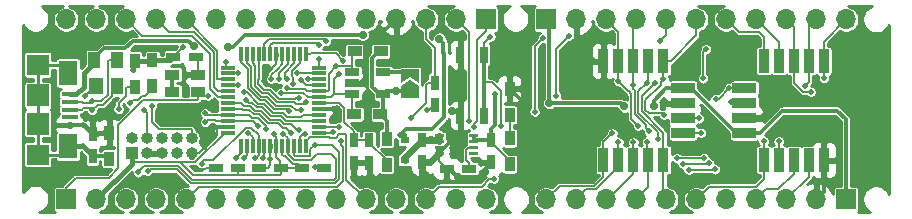
<source format=gtl>
G04 #@! TF.GenerationSoftware,KiCad,Pcbnew,5.1.5*
G04 #@! TF.CreationDate,2020-09-28T16:06:01-04:00*
G04 #@! TF.ProjectId,NanoX,4e616e6f-582e-46b6-9963-61645f706362,rev?*
G04 #@! TF.SameCoordinates,Original*
G04 #@! TF.FileFunction,Copper,L1,Top*
G04 #@! TF.FilePolarity,Positive*
%FSLAX46Y46*%
G04 Gerber Fmt 4.6, Leading zero omitted, Abs format (unit mm)*
G04 Created by KiCad (PCBNEW 5.1.5) date 2020-09-28 16:06:01*
%MOMM*%
%LPD*%
G04 APERTURE LIST*
%ADD10R,0.900000X2.000000*%
%ADD11R,2.000000X0.900000*%
%ADD12O,1.700000X1.700000*%
%ADD13R,1.700000X1.700000*%
%ADD14R,1.200000X1.400000*%
%ADD15R,1.000000X1.400000*%
%ADD16R,1.250000X0.350000*%
%ADD17R,0.350000X1.250000*%
%ADD18R,0.900000X1.200000*%
%ADD19R,1.200000X0.900000*%
%ADD20R,1.200000X0.750000*%
%ADD21R,1.220000X0.650000*%
%ADD22C,0.150000*%
%ADD23R,0.700000X1.450000*%
%ADD24O,1.000000X1.000000*%
%ADD25R,1.000000X1.000000*%
%ADD26R,1.350000X0.400000*%
%ADD27R,1.600000X2.100000*%
%ADD28R,1.900000X1.900000*%
%ADD29R,1.900000X1.800000*%
%ADD30R,0.800000X0.600000*%
%ADD31R,0.750000X1.200000*%
%ADD32C,0.700000*%
%ADD33C,0.500000*%
%ADD34C,0.900000*%
%ADD35C,0.600000*%
%ADD36C,0.300000*%
%ADD37C,0.400000*%
%ADD38C,0.200000*%
%ADD39C,0.250000*%
%ADD40C,0.152400*%
%ADD41C,0.254000*%
G04 APERTURE END LIST*
D10*
X155702000Y-97917000D03*
X156972000Y-97917000D03*
X160782000Y-97917000D03*
X159512000Y-97917000D03*
X158242000Y-97917000D03*
X155702000Y-89535000D03*
X156972000Y-89535000D03*
X160782000Y-89535000D03*
X159512000Y-89535000D03*
X158242000Y-89535000D03*
D11*
X162433000Y-91821000D03*
X162433000Y-95631000D03*
X162433000Y-94361000D03*
X162433000Y-93091000D03*
D12*
X176250600Y-86004400D03*
X173710600Y-86004400D03*
X171170600Y-86004400D03*
X168630600Y-86004400D03*
X166090600Y-86004400D03*
X163550600Y-86004400D03*
X161010600Y-86004400D03*
X158470600Y-86004400D03*
X155930600Y-86004400D03*
X153390600Y-86004400D03*
D13*
X150850600Y-86004400D03*
D10*
X174371000Y-89535000D03*
X173101000Y-89535000D03*
X169291000Y-89535000D03*
X170561000Y-89535000D03*
X171831000Y-89535000D03*
X174371000Y-97917000D03*
X173101000Y-97917000D03*
X169291000Y-97917000D03*
X170561000Y-97917000D03*
X171831000Y-97917000D03*
D11*
X167640000Y-95631000D03*
X167640000Y-91821000D03*
X167640000Y-93091000D03*
X167640000Y-94361000D03*
D13*
X176250600Y-101244400D03*
D12*
X173710600Y-101244400D03*
X171170600Y-101244400D03*
X168630600Y-101244400D03*
X166090600Y-101244400D03*
X163550600Y-101244400D03*
X161010600Y-101244400D03*
X158470600Y-101244400D03*
X155930600Y-101244400D03*
X153390600Y-101244400D03*
X150850600Y-101244400D03*
D14*
X112760000Y-91673000D03*
D15*
X114480000Y-91673000D03*
X114480000Y-89473000D03*
X112580000Y-89473000D03*
D16*
X131622800Y-93089600D03*
X131622800Y-93589600D03*
X131622800Y-94089600D03*
X131622800Y-94589600D03*
X131622800Y-95089600D03*
X131622800Y-95589600D03*
X131622800Y-92589600D03*
X131622800Y-92089600D03*
X131622800Y-91589600D03*
X131622800Y-91089600D03*
X131622800Y-90589600D03*
X131622800Y-90089600D03*
D17*
X127997800Y-88964600D03*
X128497800Y-88964600D03*
X128997800Y-88964600D03*
X129497800Y-88964600D03*
X129997800Y-88964600D03*
X130497800Y-88964600D03*
X127497800Y-88964600D03*
X126997800Y-88964600D03*
X126497800Y-88964600D03*
X125997800Y-88964600D03*
X125497800Y-88964600D03*
X124997800Y-88964600D03*
D16*
X123872800Y-90089600D03*
X123872800Y-90589600D03*
X123872800Y-91089600D03*
X123872800Y-91589600D03*
X123872800Y-92089600D03*
X123872800Y-92589600D03*
X123872800Y-93089600D03*
X123872800Y-93589600D03*
X123872800Y-94089600D03*
X123872800Y-94589600D03*
X123872800Y-95089600D03*
X123872800Y-95589600D03*
D17*
X124997800Y-96714600D03*
X125497800Y-96714600D03*
X125997800Y-96714600D03*
X126497800Y-96714600D03*
X126997800Y-96714600D03*
X127497800Y-96714600D03*
X127997800Y-96714600D03*
X128497800Y-96714600D03*
X128997800Y-96714600D03*
X129497800Y-96714600D03*
X129997800Y-96714600D03*
X130497800Y-96714600D03*
D18*
X117500400Y-91684200D03*
X117500400Y-89484200D03*
D13*
X145770600Y-86004400D03*
D12*
X143230600Y-86004400D03*
X140690600Y-86004400D03*
X138150600Y-86004400D03*
X135610600Y-86004400D03*
X133070600Y-86004400D03*
X130530600Y-86004400D03*
X127990600Y-86004400D03*
X125450600Y-86004400D03*
X122910600Y-86004400D03*
X120370600Y-86004400D03*
X117830600Y-86004400D03*
X115290600Y-86004400D03*
X112750600Y-86004400D03*
X110210600Y-86004400D03*
D19*
X119194400Y-90678000D03*
X121394400Y-90678000D03*
D20*
X119293600Y-89179400D03*
X121193600Y-89179400D03*
X124764800Y-98552000D03*
X122864800Y-98552000D03*
D21*
X134427600Y-90464600D03*
X134427600Y-91414600D03*
X134427600Y-92364600D03*
X137047600Y-92364600D03*
X137047600Y-90464600D03*
G04 #@! TA.AperFunction,SMDPad,CuDef*
D22*
G36*
X139344400Y-91165000D02*
G01*
X140094400Y-91665000D01*
X140094400Y-92665000D01*
X138594400Y-92665000D01*
X138594400Y-91665000D01*
X139344400Y-91165000D01*
G37*
G04 #@! TD.AperFunction*
G04 #@! TA.AperFunction,SMDPad,CuDef*
G36*
X140094400Y-90215000D02*
G01*
X140094400Y-91365000D01*
X139344400Y-90865000D01*
X138594400Y-91365000D01*
X138594400Y-90215000D01*
X140094400Y-90215000D01*
G37*
G04 #@! TD.AperFunction*
G04 #@! TA.AperFunction,SMDPad,CuDef*
G36*
X142149626Y-97221501D02*
G01*
X142155693Y-97222401D01*
X142161643Y-97223891D01*
X142167418Y-97225958D01*
X142172962Y-97228580D01*
X142178223Y-97231733D01*
X142183150Y-97235387D01*
X142187694Y-97239506D01*
X142191813Y-97244050D01*
X142195467Y-97248977D01*
X142198620Y-97254238D01*
X142201242Y-97259782D01*
X142203309Y-97265557D01*
X142204799Y-97271507D01*
X142205699Y-97277574D01*
X142206000Y-97283700D01*
X142206000Y-97408700D01*
X142205699Y-97414826D01*
X142204799Y-97420893D01*
X142203309Y-97426843D01*
X142201242Y-97432618D01*
X142198620Y-97438162D01*
X142195467Y-97443423D01*
X142191813Y-97448350D01*
X142187694Y-97452894D01*
X142183150Y-97457013D01*
X142178223Y-97460667D01*
X142172962Y-97463820D01*
X142167418Y-97466442D01*
X142161643Y-97468509D01*
X142155693Y-97469999D01*
X142149626Y-97470899D01*
X142143500Y-97471200D01*
X141468500Y-97471200D01*
X141462374Y-97470899D01*
X141456307Y-97469999D01*
X141450357Y-97468509D01*
X141444582Y-97466442D01*
X141439038Y-97463820D01*
X141433777Y-97460667D01*
X141428850Y-97457013D01*
X141424306Y-97452894D01*
X141420187Y-97448350D01*
X141416533Y-97443423D01*
X141413380Y-97438162D01*
X141410758Y-97432618D01*
X141408691Y-97426843D01*
X141407201Y-97420893D01*
X141406301Y-97414826D01*
X141406000Y-97408700D01*
X141406000Y-97283700D01*
X141406301Y-97277574D01*
X141407201Y-97271507D01*
X141408691Y-97265557D01*
X141410758Y-97259782D01*
X141413380Y-97254238D01*
X141416533Y-97248977D01*
X141420187Y-97244050D01*
X141424306Y-97239506D01*
X141428850Y-97235387D01*
X141433777Y-97231733D01*
X141439038Y-97228580D01*
X141444582Y-97225958D01*
X141450357Y-97223891D01*
X141456307Y-97222401D01*
X141462374Y-97221501D01*
X141468500Y-97221200D01*
X142143500Y-97221200D01*
X142149626Y-97221501D01*
G37*
G04 #@! TD.AperFunction*
G04 #@! TA.AperFunction,SMDPad,CuDef*
G36*
X142149626Y-95721501D02*
G01*
X142155693Y-95722401D01*
X142161643Y-95723891D01*
X142167418Y-95725958D01*
X142172962Y-95728580D01*
X142178223Y-95731733D01*
X142183150Y-95735387D01*
X142187694Y-95739506D01*
X142191813Y-95744050D01*
X142195467Y-95748977D01*
X142198620Y-95754238D01*
X142201242Y-95759782D01*
X142203309Y-95765557D01*
X142204799Y-95771507D01*
X142205699Y-95777574D01*
X142206000Y-95783700D01*
X142206000Y-95908700D01*
X142205699Y-95914826D01*
X142204799Y-95920893D01*
X142203309Y-95926843D01*
X142201242Y-95932618D01*
X142198620Y-95938162D01*
X142195467Y-95943423D01*
X142191813Y-95948350D01*
X142187694Y-95952894D01*
X142183150Y-95957013D01*
X142178223Y-95960667D01*
X142172962Y-95963820D01*
X142167418Y-95966442D01*
X142161643Y-95968509D01*
X142155693Y-95969999D01*
X142149626Y-95970899D01*
X142143500Y-95971200D01*
X141468500Y-95971200D01*
X141462374Y-95970899D01*
X141456307Y-95969999D01*
X141450357Y-95968509D01*
X141444582Y-95966442D01*
X141439038Y-95963820D01*
X141433777Y-95960667D01*
X141428850Y-95957013D01*
X141424306Y-95952894D01*
X141420187Y-95948350D01*
X141416533Y-95943423D01*
X141413380Y-95938162D01*
X141410758Y-95932618D01*
X141408691Y-95926843D01*
X141407201Y-95920893D01*
X141406301Y-95914826D01*
X141406000Y-95908700D01*
X141406000Y-95783700D01*
X141406301Y-95777574D01*
X141407201Y-95771507D01*
X141408691Y-95765557D01*
X141410758Y-95759782D01*
X141413380Y-95754238D01*
X141416533Y-95748977D01*
X141420187Y-95744050D01*
X141424306Y-95739506D01*
X141428850Y-95735387D01*
X141433777Y-95731733D01*
X141439038Y-95728580D01*
X141444582Y-95725958D01*
X141450357Y-95723891D01*
X141456307Y-95722401D01*
X141462374Y-95721501D01*
X141468500Y-95721200D01*
X142143500Y-95721200D01*
X142149626Y-95721501D01*
G37*
G04 #@! TD.AperFunction*
G04 #@! TA.AperFunction,SMDPad,CuDef*
G36*
X145049626Y-97221501D02*
G01*
X145055693Y-97222401D01*
X145061643Y-97223891D01*
X145067418Y-97225958D01*
X145072962Y-97228580D01*
X145078223Y-97231733D01*
X145083150Y-97235387D01*
X145087694Y-97239506D01*
X145091813Y-97244050D01*
X145095467Y-97248977D01*
X145098620Y-97254238D01*
X145101242Y-97259782D01*
X145103309Y-97265557D01*
X145104799Y-97271507D01*
X145105699Y-97277574D01*
X145106000Y-97283700D01*
X145106000Y-97408700D01*
X145105699Y-97414826D01*
X145104799Y-97420893D01*
X145103309Y-97426843D01*
X145101242Y-97432618D01*
X145098620Y-97438162D01*
X145095467Y-97443423D01*
X145091813Y-97448350D01*
X145087694Y-97452894D01*
X145083150Y-97457013D01*
X145078223Y-97460667D01*
X145072962Y-97463820D01*
X145067418Y-97466442D01*
X145061643Y-97468509D01*
X145055693Y-97469999D01*
X145049626Y-97470899D01*
X145043500Y-97471200D01*
X144368500Y-97471200D01*
X144362374Y-97470899D01*
X144356307Y-97469999D01*
X144350357Y-97468509D01*
X144344582Y-97466442D01*
X144339038Y-97463820D01*
X144333777Y-97460667D01*
X144328850Y-97457013D01*
X144324306Y-97452894D01*
X144320187Y-97448350D01*
X144316533Y-97443423D01*
X144313380Y-97438162D01*
X144310758Y-97432618D01*
X144308691Y-97426843D01*
X144307201Y-97420893D01*
X144306301Y-97414826D01*
X144306000Y-97408700D01*
X144306000Y-97283700D01*
X144306301Y-97277574D01*
X144307201Y-97271507D01*
X144308691Y-97265557D01*
X144310758Y-97259782D01*
X144313380Y-97254238D01*
X144316533Y-97248977D01*
X144320187Y-97244050D01*
X144324306Y-97239506D01*
X144328850Y-97235387D01*
X144333777Y-97231733D01*
X144339038Y-97228580D01*
X144344582Y-97225958D01*
X144350357Y-97223891D01*
X144356307Y-97222401D01*
X144362374Y-97221501D01*
X144368500Y-97221200D01*
X145043500Y-97221200D01*
X145049626Y-97221501D01*
G37*
G04 #@! TD.AperFunction*
G04 #@! TA.AperFunction,SMDPad,CuDef*
G36*
X145049626Y-96721501D02*
G01*
X145055693Y-96722401D01*
X145061643Y-96723891D01*
X145067418Y-96725958D01*
X145072962Y-96728580D01*
X145078223Y-96731733D01*
X145083150Y-96735387D01*
X145087694Y-96739506D01*
X145091813Y-96744050D01*
X145095467Y-96748977D01*
X145098620Y-96754238D01*
X145101242Y-96759782D01*
X145103309Y-96765557D01*
X145104799Y-96771507D01*
X145105699Y-96777574D01*
X145106000Y-96783700D01*
X145106000Y-96908700D01*
X145105699Y-96914826D01*
X145104799Y-96920893D01*
X145103309Y-96926843D01*
X145101242Y-96932618D01*
X145098620Y-96938162D01*
X145095467Y-96943423D01*
X145091813Y-96948350D01*
X145087694Y-96952894D01*
X145083150Y-96957013D01*
X145078223Y-96960667D01*
X145072962Y-96963820D01*
X145067418Y-96966442D01*
X145061643Y-96968509D01*
X145055693Y-96969999D01*
X145049626Y-96970899D01*
X145043500Y-96971200D01*
X144368500Y-96971200D01*
X144362374Y-96970899D01*
X144356307Y-96969999D01*
X144350357Y-96968509D01*
X144344582Y-96966442D01*
X144339038Y-96963820D01*
X144333777Y-96960667D01*
X144328850Y-96957013D01*
X144324306Y-96952894D01*
X144320187Y-96948350D01*
X144316533Y-96943423D01*
X144313380Y-96938162D01*
X144310758Y-96932618D01*
X144308691Y-96926843D01*
X144307201Y-96920893D01*
X144306301Y-96914826D01*
X144306000Y-96908700D01*
X144306000Y-96783700D01*
X144306301Y-96777574D01*
X144307201Y-96771507D01*
X144308691Y-96765557D01*
X144310758Y-96759782D01*
X144313380Y-96754238D01*
X144316533Y-96748977D01*
X144320187Y-96744050D01*
X144324306Y-96739506D01*
X144328850Y-96735387D01*
X144333777Y-96731733D01*
X144339038Y-96728580D01*
X144344582Y-96725958D01*
X144350357Y-96723891D01*
X144356307Y-96722401D01*
X144362374Y-96721501D01*
X144368500Y-96721200D01*
X145043500Y-96721200D01*
X145049626Y-96721501D01*
G37*
G04 #@! TD.AperFunction*
G04 #@! TA.AperFunction,SMDPad,CuDef*
G36*
X145049626Y-96221501D02*
G01*
X145055693Y-96222401D01*
X145061643Y-96223891D01*
X145067418Y-96225958D01*
X145072962Y-96228580D01*
X145078223Y-96231733D01*
X145083150Y-96235387D01*
X145087694Y-96239506D01*
X145091813Y-96244050D01*
X145095467Y-96248977D01*
X145098620Y-96254238D01*
X145101242Y-96259782D01*
X145103309Y-96265557D01*
X145104799Y-96271507D01*
X145105699Y-96277574D01*
X145106000Y-96283700D01*
X145106000Y-96408700D01*
X145105699Y-96414826D01*
X145104799Y-96420893D01*
X145103309Y-96426843D01*
X145101242Y-96432618D01*
X145098620Y-96438162D01*
X145095467Y-96443423D01*
X145091813Y-96448350D01*
X145087694Y-96452894D01*
X145083150Y-96457013D01*
X145078223Y-96460667D01*
X145072962Y-96463820D01*
X145067418Y-96466442D01*
X145061643Y-96468509D01*
X145055693Y-96469999D01*
X145049626Y-96470899D01*
X145043500Y-96471200D01*
X144368500Y-96471200D01*
X144362374Y-96470899D01*
X144356307Y-96469999D01*
X144350357Y-96468509D01*
X144344582Y-96466442D01*
X144339038Y-96463820D01*
X144333777Y-96460667D01*
X144328850Y-96457013D01*
X144324306Y-96452894D01*
X144320187Y-96448350D01*
X144316533Y-96443423D01*
X144313380Y-96438162D01*
X144310758Y-96432618D01*
X144308691Y-96426843D01*
X144307201Y-96420893D01*
X144306301Y-96414826D01*
X144306000Y-96408700D01*
X144306000Y-96283700D01*
X144306301Y-96277574D01*
X144307201Y-96271507D01*
X144308691Y-96265557D01*
X144310758Y-96259782D01*
X144313380Y-96254238D01*
X144316533Y-96248977D01*
X144320187Y-96244050D01*
X144324306Y-96239506D01*
X144328850Y-96235387D01*
X144333777Y-96231733D01*
X144339038Y-96228580D01*
X144344582Y-96225958D01*
X144350357Y-96223891D01*
X144356307Y-96222401D01*
X144362374Y-96221501D01*
X144368500Y-96221200D01*
X145043500Y-96221200D01*
X145049626Y-96221501D01*
G37*
G04 #@! TD.AperFunction*
G04 #@! TA.AperFunction,SMDPad,CuDef*
G36*
X142149626Y-96221501D02*
G01*
X142155693Y-96222401D01*
X142161643Y-96223891D01*
X142167418Y-96225958D01*
X142172962Y-96228580D01*
X142178223Y-96231733D01*
X142183150Y-96235387D01*
X142187694Y-96239506D01*
X142191813Y-96244050D01*
X142195467Y-96248977D01*
X142198620Y-96254238D01*
X142201242Y-96259782D01*
X142203309Y-96265557D01*
X142204799Y-96271507D01*
X142205699Y-96277574D01*
X142206000Y-96283700D01*
X142206000Y-96408700D01*
X142205699Y-96414826D01*
X142204799Y-96420893D01*
X142203309Y-96426843D01*
X142201242Y-96432618D01*
X142198620Y-96438162D01*
X142195467Y-96443423D01*
X142191813Y-96448350D01*
X142187694Y-96452894D01*
X142183150Y-96457013D01*
X142178223Y-96460667D01*
X142172962Y-96463820D01*
X142167418Y-96466442D01*
X142161643Y-96468509D01*
X142155693Y-96469999D01*
X142149626Y-96470899D01*
X142143500Y-96471200D01*
X141468500Y-96471200D01*
X141462374Y-96470899D01*
X141456307Y-96469999D01*
X141450357Y-96468509D01*
X141444582Y-96466442D01*
X141439038Y-96463820D01*
X141433777Y-96460667D01*
X141428850Y-96457013D01*
X141424306Y-96452894D01*
X141420187Y-96448350D01*
X141416533Y-96443423D01*
X141413380Y-96438162D01*
X141410758Y-96432618D01*
X141408691Y-96426843D01*
X141407201Y-96420893D01*
X141406301Y-96414826D01*
X141406000Y-96408700D01*
X141406000Y-96283700D01*
X141406301Y-96277574D01*
X141407201Y-96271507D01*
X141408691Y-96265557D01*
X141410758Y-96259782D01*
X141413380Y-96254238D01*
X141416533Y-96248977D01*
X141420187Y-96244050D01*
X141424306Y-96239506D01*
X141428850Y-96235387D01*
X141433777Y-96231733D01*
X141439038Y-96228580D01*
X141444582Y-96225958D01*
X141450357Y-96223891D01*
X141456307Y-96222401D01*
X141462374Y-96221501D01*
X141468500Y-96221200D01*
X142143500Y-96221200D01*
X142149626Y-96221501D01*
G37*
G04 #@! TD.AperFunction*
G04 #@! TA.AperFunction,SMDPad,CuDef*
G36*
X142149626Y-96721501D02*
G01*
X142155693Y-96722401D01*
X142161643Y-96723891D01*
X142167418Y-96725958D01*
X142172962Y-96728580D01*
X142178223Y-96731733D01*
X142183150Y-96735387D01*
X142187694Y-96739506D01*
X142191813Y-96744050D01*
X142195467Y-96748977D01*
X142198620Y-96754238D01*
X142201242Y-96759782D01*
X142203309Y-96765557D01*
X142204799Y-96771507D01*
X142205699Y-96777574D01*
X142206000Y-96783700D01*
X142206000Y-96908700D01*
X142205699Y-96914826D01*
X142204799Y-96920893D01*
X142203309Y-96926843D01*
X142201242Y-96932618D01*
X142198620Y-96938162D01*
X142195467Y-96943423D01*
X142191813Y-96948350D01*
X142187694Y-96952894D01*
X142183150Y-96957013D01*
X142178223Y-96960667D01*
X142172962Y-96963820D01*
X142167418Y-96966442D01*
X142161643Y-96968509D01*
X142155693Y-96969999D01*
X142149626Y-96970899D01*
X142143500Y-96971200D01*
X141468500Y-96971200D01*
X141462374Y-96970899D01*
X141456307Y-96969999D01*
X141450357Y-96968509D01*
X141444582Y-96966442D01*
X141439038Y-96963820D01*
X141433777Y-96960667D01*
X141428850Y-96957013D01*
X141424306Y-96952894D01*
X141420187Y-96948350D01*
X141416533Y-96943423D01*
X141413380Y-96938162D01*
X141410758Y-96932618D01*
X141408691Y-96926843D01*
X141407201Y-96920893D01*
X141406301Y-96914826D01*
X141406000Y-96908700D01*
X141406000Y-96783700D01*
X141406301Y-96777574D01*
X141407201Y-96771507D01*
X141408691Y-96765557D01*
X141410758Y-96759782D01*
X141413380Y-96754238D01*
X141416533Y-96748977D01*
X141420187Y-96744050D01*
X141424306Y-96739506D01*
X141428850Y-96735387D01*
X141433777Y-96731733D01*
X141439038Y-96728580D01*
X141444582Y-96725958D01*
X141450357Y-96723891D01*
X141456307Y-96722401D01*
X141462374Y-96721501D01*
X141468500Y-96721200D01*
X142143500Y-96721200D01*
X142149626Y-96721501D01*
G37*
G04 #@! TD.AperFunction*
G04 #@! TA.AperFunction,SMDPad,CuDef*
G36*
X145049626Y-95721501D02*
G01*
X145055693Y-95722401D01*
X145061643Y-95723891D01*
X145067418Y-95725958D01*
X145072962Y-95728580D01*
X145078223Y-95731733D01*
X145083150Y-95735387D01*
X145087694Y-95739506D01*
X145091813Y-95744050D01*
X145095467Y-95748977D01*
X145098620Y-95754238D01*
X145101242Y-95759782D01*
X145103309Y-95765557D01*
X145104799Y-95771507D01*
X145105699Y-95777574D01*
X145106000Y-95783700D01*
X145106000Y-95908700D01*
X145105699Y-95914826D01*
X145104799Y-95920893D01*
X145103309Y-95926843D01*
X145101242Y-95932618D01*
X145098620Y-95938162D01*
X145095467Y-95943423D01*
X145091813Y-95948350D01*
X145087694Y-95952894D01*
X145083150Y-95957013D01*
X145078223Y-95960667D01*
X145072962Y-95963820D01*
X145067418Y-95966442D01*
X145061643Y-95968509D01*
X145055693Y-95969999D01*
X145049626Y-95970899D01*
X145043500Y-95971200D01*
X144368500Y-95971200D01*
X144362374Y-95970899D01*
X144356307Y-95969999D01*
X144350357Y-95968509D01*
X144344582Y-95966442D01*
X144339038Y-95963820D01*
X144333777Y-95960667D01*
X144328850Y-95957013D01*
X144324306Y-95952894D01*
X144320187Y-95948350D01*
X144316533Y-95943423D01*
X144313380Y-95938162D01*
X144310758Y-95932618D01*
X144308691Y-95926843D01*
X144307201Y-95920893D01*
X144306301Y-95914826D01*
X144306000Y-95908700D01*
X144306000Y-95783700D01*
X144306301Y-95777574D01*
X144307201Y-95771507D01*
X144308691Y-95765557D01*
X144310758Y-95759782D01*
X144313380Y-95754238D01*
X144316533Y-95748977D01*
X144320187Y-95744050D01*
X144324306Y-95739506D01*
X144328850Y-95735387D01*
X144333777Y-95731733D01*
X144339038Y-95728580D01*
X144344582Y-95725958D01*
X144350357Y-95723891D01*
X144356307Y-95722401D01*
X144362374Y-95721501D01*
X144368500Y-95721200D01*
X145043500Y-95721200D01*
X145049626Y-95721501D01*
G37*
G04 #@! TD.AperFunction*
D23*
X143576800Y-88987000D03*
X143576800Y-94147000D03*
X145576800Y-94147000D03*
X145576800Y-88987000D03*
D19*
X119202200Y-92151200D03*
X121402200Y-92151200D03*
X136845400Y-88722200D03*
X134645400Y-88722200D03*
X134594600Y-94056200D03*
X136794600Y-94056200D03*
D18*
X116001800Y-91694000D03*
X116001800Y-89494000D03*
X147751800Y-98262800D03*
X147751800Y-96062800D03*
X113842800Y-95597800D03*
X113842800Y-97797800D03*
X137363200Y-96098000D03*
X137363200Y-98298000D03*
D13*
X110210600Y-101244400D03*
D12*
X112750600Y-101244400D03*
X115290600Y-101244400D03*
X117830600Y-101244400D03*
X120370600Y-101244400D03*
X122910600Y-101244400D03*
X125450600Y-101244400D03*
X127990600Y-101244400D03*
X130530600Y-101244400D03*
X133070600Y-101244400D03*
X135610600Y-101244400D03*
X138150600Y-101244400D03*
X140690600Y-101244400D03*
X143230600Y-101244400D03*
X145770600Y-101244400D03*
D24*
X120827800Y-96062800D03*
X120827800Y-97332800D03*
X119557800Y-96062800D03*
X119557800Y-97332800D03*
X118287800Y-96062800D03*
X118287800Y-97332800D03*
X117017800Y-96062800D03*
X117017800Y-97332800D03*
X115747800Y-96062800D03*
D25*
X115747800Y-97332800D03*
D26*
X110498000Y-93649800D03*
X110498000Y-92999800D03*
X110498000Y-94949800D03*
X110498000Y-94299800D03*
X110498000Y-92349800D03*
D27*
X110373000Y-96749800D03*
X110373000Y-90549800D03*
D28*
X107823000Y-94849800D03*
X107823000Y-92449800D03*
D29*
X107823000Y-97449800D03*
X107823000Y-89849800D03*
D18*
X147751800Y-91889400D03*
X147751800Y-94089400D03*
D30*
X138861800Y-97942400D03*
X138861800Y-96242400D03*
D20*
X130139400Y-98552000D03*
X132039400Y-98552000D03*
X128407200Y-98552000D03*
X126507200Y-98552000D03*
D31*
X134543800Y-96230400D03*
X134543800Y-98130400D03*
X135864600Y-96230000D03*
X135864600Y-98130000D03*
X141401800Y-91368800D03*
X141401800Y-93268800D03*
X146202400Y-96189800D03*
X146202400Y-98089800D03*
D20*
X144333000Y-98653600D03*
X142433000Y-98653600D03*
D31*
X112445800Y-95697000D03*
X112445800Y-97597000D03*
X140360400Y-96194800D03*
X140360400Y-98094800D03*
D32*
X141100000Y-96200000D03*
D33*
X111633000Y-94945200D03*
X126967070Y-91255490D03*
X120294400Y-90957400D03*
X121156242Y-98595725D03*
X127508000Y-97866200D03*
X131318000Y-98494359D03*
X140734113Y-93718710D03*
X133121400Y-93548200D03*
D34*
X140600000Y-99300000D03*
D33*
X135278208Y-91278206D03*
D32*
X136100000Y-99400000D03*
X142850000Y-93741250D03*
X143345419Y-99344484D03*
D33*
X148698624Y-93998376D03*
D32*
X160797120Y-92979120D03*
X169291000Y-94234000D03*
X170281600Y-93268800D03*
X145643600Y-98958400D03*
D33*
X109016800Y-99009200D03*
X119024400Y-93421200D03*
X118313200Y-88442800D03*
X118059200Y-99568000D03*
X165455600Y-95758000D03*
X111785400Y-92532200D03*
X111598600Y-96749800D03*
X120091200Y-88366600D03*
X127584200Y-91051400D03*
X115874800Y-90322400D03*
D32*
X138099800Y-92100759D03*
D33*
X127767065Y-95700864D03*
X146500000Y-92291210D03*
D32*
X151130000Y-93091000D03*
X157480000Y-93379001D03*
X159976311Y-93379001D03*
D33*
X117500400Y-93301201D03*
X115620800Y-93091000D03*
X121689354Y-98223846D03*
X126187200Y-97764600D03*
X139430271Y-94350800D03*
X147049896Y-95002922D03*
X146400000Y-99500000D03*
X146126200Y-87477600D03*
D32*
X121002917Y-88303413D03*
X123877319Y-88304681D03*
D33*
X138506200Y-95775800D03*
D32*
X135302956Y-87318881D03*
X141808200Y-87641090D03*
D33*
X129923787Y-92690011D03*
X156972000Y-91253981D03*
X158637546Y-95006854D03*
X130486347Y-93027081D03*
X158242000Y-91553991D03*
X159535485Y-95480515D03*
X130078571Y-93654237D03*
X159349685Y-91404685D03*
X160307000Y-96113600D03*
X129082800Y-93787123D03*
X160782000Y-91059000D03*
X169265600Y-96316800D03*
X160832800Y-94081600D03*
X133680200Y-89508160D03*
X160057001Y-91369121D03*
X129283103Y-95645147D03*
X159385000Y-96393000D03*
X129903905Y-95361743D03*
X158242000Y-96393000D03*
X132816600Y-95580200D03*
X156972000Y-96393000D03*
X133289932Y-95105200D03*
X156464000Y-95631000D03*
X122250200Y-92456000D03*
X124730986Y-90589599D03*
X125249780Y-92185664D03*
X125445281Y-92805567D03*
X130465165Y-95689599D03*
X133468799Y-96306795D03*
X128234203Y-91051400D03*
X128884206Y-91051400D03*
X128423256Y-92237102D03*
X133311513Y-90597314D03*
X166370000Y-91795600D03*
X165201600Y-92710000D03*
X163982400Y-95605600D03*
X128882876Y-91777482D03*
X133098633Y-89983160D03*
X166522400Y-93014800D03*
X163779200Y-94386400D03*
X129438400Y-91440000D03*
X124585640Y-97713800D03*
X144758878Y-95116676D03*
X125239048Y-97734078D03*
X144326802Y-94600000D03*
X131602091Y-88149810D03*
X132200000Y-87849800D03*
X131622800Y-89357200D03*
X130718601Y-91051400D03*
X130075989Y-91149126D03*
X129768600Y-90576400D03*
X123748800Y-89636600D03*
X124730986Y-91589601D03*
X112420400Y-93701800D03*
X121996200Y-94716600D03*
X126427462Y-95060538D03*
X162410888Y-98236440D03*
X164645221Y-98198821D03*
X173245800Y-92151200D03*
X112420400Y-92947800D03*
X121996200Y-93962600D03*
X127148989Y-95253207D03*
X161932024Y-97757576D03*
X164185600Y-97739200D03*
X172770800Y-91643200D03*
X116763800Y-93660200D03*
X114655600Y-93599000D03*
X116281200Y-98954801D03*
X128586430Y-95670067D03*
X164134800Y-91000600D03*
X164406238Y-88519000D03*
X117097876Y-98882811D03*
X131246515Y-96637637D03*
X152806400Y-87376000D03*
X151680000Y-92456000D03*
X126859263Y-97776998D03*
X162915600Y-98755200D03*
X165150800Y-98704400D03*
X174396400Y-90982800D03*
X125637396Y-95645226D03*
X149870785Y-93816815D03*
X150571200Y-87579200D03*
X160528000Y-87851000D03*
X170535600Y-96316800D03*
D35*
X138861800Y-97693400D02*
X140360400Y-96194800D01*
X138861800Y-97942400D02*
X138861800Y-97693400D01*
X141729610Y-96194800D02*
X141806000Y-96271190D01*
X141806000Y-96118410D02*
X141729610Y-96194800D01*
X141806000Y-95846200D02*
X141806000Y-96118410D01*
X140360400Y-96194800D02*
X141100000Y-96200000D01*
X141100000Y-96200000D02*
X141729610Y-96194800D01*
D36*
X111628400Y-94949800D02*
X111633000Y-94945200D01*
X110498000Y-94949800D02*
X111628400Y-94949800D01*
X112570400Y-95572400D02*
X112445800Y-95697000D01*
D37*
X111694000Y-94945200D02*
X112445800Y-95697000D01*
X111633000Y-94945200D02*
X111694000Y-94945200D01*
X113870600Y-95697000D02*
X113995200Y-95572400D01*
D22*
X127997800Y-89824615D02*
X126967070Y-90855345D01*
X126967070Y-90855345D02*
X126967070Y-91255490D01*
X127997800Y-88964600D02*
X127997800Y-89824615D01*
D36*
X113743600Y-95697000D02*
X113842800Y-95597800D01*
X112445800Y-95697000D02*
X113743600Y-95697000D01*
D22*
X120573800Y-90678000D02*
X120294400Y-90957400D01*
X121394400Y-90678000D02*
X120573800Y-90678000D01*
X121394400Y-89380200D02*
X121193600Y-89179400D01*
X121394400Y-90678000D02*
X121394400Y-89380200D01*
D38*
X127497800Y-98361400D02*
X127307200Y-98552000D01*
D22*
X122864800Y-98552000D02*
X122114800Y-98552000D01*
X122114800Y-98552000D02*
X121967953Y-98698847D01*
X121967953Y-98698847D02*
X121259364Y-98698847D01*
X121259364Y-98698847D02*
X121156242Y-98595725D01*
D38*
X127497800Y-97876400D02*
X127508000Y-97866200D01*
X127497800Y-98361400D02*
X127497800Y-97876400D01*
X127508000Y-96724800D02*
X127497800Y-96714600D01*
X127508000Y-97866200D02*
X127508000Y-96724800D01*
X127307200Y-98552000D02*
X126507200Y-98552000D01*
D22*
X141222525Y-93448075D02*
X141401800Y-93268800D01*
X131981759Y-98494359D02*
X132039400Y-98552000D01*
X131318000Y-98494359D02*
X131981759Y-98494359D01*
X132029200Y-98541800D02*
X132039400Y-98552000D01*
X140951890Y-93718710D02*
X141401800Y-93268800D01*
X140734113Y-93718710D02*
X140951890Y-93718710D01*
X134453000Y-91440000D02*
X134427600Y-91414600D01*
D36*
X133080000Y-93589600D02*
X133121400Y-93548200D01*
X131622800Y-93589600D02*
X133080000Y-93589600D01*
X134452999Y-91439999D02*
X134427600Y-91414600D01*
X143576800Y-88987000D02*
X143576800Y-94147000D01*
D35*
X141057400Y-98094800D02*
X141806000Y-97346200D01*
X140360400Y-98094800D02*
X141057400Y-98094800D01*
X140360400Y-99060400D02*
X140600000Y-99300000D01*
X140360400Y-98094800D02*
X140360400Y-99060400D01*
X146202400Y-98089800D02*
X146202400Y-98297600D01*
D36*
X135141814Y-91414600D02*
X135278208Y-91278206D01*
X134427600Y-91414600D02*
X135141814Y-91414600D01*
X135545401Y-91011013D02*
X135545401Y-88204399D01*
X135278208Y-91278206D02*
X135545401Y-91011013D01*
X135864200Y-98130400D02*
X135864600Y-98130000D01*
X134543800Y-98130400D02*
X135864200Y-98130400D01*
X135864600Y-99164600D02*
X136100000Y-99400000D01*
X135864600Y-98130000D02*
X135864600Y-99164600D01*
D22*
X141806000Y-98026600D02*
X142433000Y-98653600D01*
X141806000Y-97346200D02*
X141806000Y-98026600D01*
D36*
X143171050Y-93741250D02*
X143576800Y-94147000D01*
X142850000Y-93741250D02*
X143171050Y-93741250D01*
X143576800Y-94147000D02*
X143576800Y-95575400D01*
X143576800Y-95575400D02*
X141806000Y-97346200D01*
X142654535Y-98653600D02*
X143345419Y-99344484D01*
X142433000Y-98653600D02*
X142654535Y-98653600D01*
X143345419Y-99344484D02*
X145257516Y-99344484D01*
X137300601Y-86854399D02*
X138150600Y-86004400D01*
X136895401Y-86854399D02*
X137300601Y-86854399D01*
X135545401Y-88204399D02*
X136895401Y-86854399D01*
X148698624Y-92836224D02*
X147751800Y-91889400D01*
X148698624Y-93998376D02*
X148698624Y-92836224D01*
X154952000Y-89535000D02*
X155702000Y-89535000D01*
X153390600Y-87973600D02*
X154952000Y-89535000D01*
X153390600Y-86004400D02*
X153390600Y-87973600D01*
X174371000Y-100584000D02*
X173710600Y-101244400D01*
X174371000Y-97917000D02*
X174371000Y-100584000D01*
X160909000Y-93091000D02*
X160797120Y-92979120D01*
X162433000Y-93091000D02*
X160909000Y-93091000D01*
X167767000Y-94234000D02*
X167640000Y-94361000D01*
X169291000Y-94234000D02*
X167767000Y-94234000D01*
X169316400Y-94234000D02*
X170281600Y-93268800D01*
X169291000Y-94234000D02*
X169316400Y-94234000D01*
X145257516Y-99344484D02*
X145643600Y-98958400D01*
X145643600Y-98648600D02*
X146202400Y-98089800D01*
X145643600Y-98958400D02*
X145643600Y-98648600D01*
D35*
X141806000Y-97346200D02*
X141806000Y-97021199D01*
D22*
X120827800Y-97332800D02*
X121476524Y-97332800D01*
X123097800Y-95089600D02*
X123872800Y-95089600D01*
X123022799Y-95164601D02*
X123097800Y-95089600D01*
X123022799Y-95786525D02*
X123022799Y-95164601D01*
X121476524Y-97332800D02*
X123022799Y-95786525D01*
D39*
X109673000Y-89849800D02*
X110373000Y-90549800D01*
X107823000Y-89849800D02*
X109673000Y-89849800D01*
X107823000Y-89849800D02*
X107823000Y-92449800D01*
X107823000Y-92449800D02*
X107823000Y-94849800D01*
X107823000Y-94849800D02*
X107823000Y-97449800D01*
X109673000Y-97449800D02*
X110373000Y-96749800D01*
X107823000Y-97449800D02*
X109673000Y-97449800D01*
D37*
X111598600Y-96749800D02*
X112445800Y-97597000D01*
X110373000Y-96749800D02*
X111598600Y-96749800D01*
X113819800Y-97597000D02*
X113995200Y-97772400D01*
D22*
X112644600Y-91673000D02*
X111785400Y-92532200D01*
X112760000Y-91673000D02*
X112644600Y-91673000D01*
D36*
X113642000Y-97597000D02*
X113842800Y-97797800D01*
X112445800Y-97597000D02*
X113642000Y-97597000D01*
D22*
X144080990Y-97071210D02*
X144306000Y-96846200D01*
X144080990Y-97876590D02*
X144080990Y-97071210D01*
X144306000Y-96846200D02*
X144706000Y-96846200D01*
X144333000Y-98128600D02*
X144080990Y-97876590D01*
X144333000Y-98653600D02*
X144333000Y-98128600D01*
D36*
X116119000Y-89535000D02*
X116103400Y-89519400D01*
D38*
X127997800Y-97643800D02*
X127997800Y-96714600D01*
X119293600Y-89164200D02*
X120091200Y-88366600D01*
X119293600Y-89179400D02*
X119293600Y-89164200D01*
X128498600Y-88965400D02*
X128497800Y-88964600D01*
X128497800Y-89789600D02*
X128117400Y-90170000D01*
X128497800Y-88964600D02*
X128497800Y-89789600D01*
X128112047Y-90170000D02*
X128117400Y-90170000D01*
X127584200Y-90697847D02*
X128112047Y-90170000D01*
X127584200Y-91051400D02*
X127584200Y-90697847D01*
D37*
X117490600Y-89494000D02*
X117500400Y-89484200D01*
X116001800Y-89494000D02*
X117490600Y-89494000D01*
X118988800Y-89484200D02*
X119293600Y-89179400D01*
X117500400Y-89484200D02*
X118988800Y-89484200D01*
X115874800Y-89621000D02*
X116001800Y-89494000D01*
X115874800Y-90322400D02*
X115874800Y-89621000D01*
X115747800Y-98247200D02*
X115747800Y-97332800D01*
X112750600Y-101244400D02*
X115747800Y-98247200D01*
D38*
X128331000Y-99127000D02*
X128280999Y-99177001D01*
X124714799Y-99177001D02*
X120944801Y-99177001D01*
X115912199Y-98082801D02*
X115747800Y-98247200D01*
X124764800Y-99127000D02*
X124714799Y-99177001D01*
X124764800Y-98552000D02*
X124764800Y-99127000D01*
X128407200Y-99127000D02*
X128407200Y-98552000D01*
X128357199Y-99177001D02*
X128407200Y-99127000D01*
X128280999Y-99177001D02*
X128357199Y-99177001D01*
X130139400Y-98552000D02*
X128407200Y-98552000D01*
X128331000Y-98475800D02*
X128407200Y-98552000D01*
X128331000Y-97977000D02*
X128331000Y-98475800D01*
X129864407Y-98277007D02*
X130139400Y-98552000D01*
X129395573Y-98277007D02*
X129864407Y-98277007D01*
X128497800Y-96714600D02*
X128497800Y-97464602D01*
X128497800Y-97464602D02*
X128622799Y-97589601D01*
X128622799Y-97589601D02*
X128708167Y-97589601D01*
X128708167Y-97589601D02*
X129395573Y-98277007D01*
X119850601Y-98082801D02*
X120944801Y-99177001D01*
X119850601Y-98082801D02*
X115912199Y-98082801D01*
X124814801Y-99177001D02*
X128280999Y-99177001D01*
X124764800Y-99127000D02*
X124814801Y-99177001D01*
X128331000Y-97977000D02*
X127997800Y-97643800D01*
D22*
X136707144Y-93968744D02*
X136794600Y-94056200D01*
D36*
X137311441Y-92100759D02*
X137047600Y-92364600D01*
X138099800Y-92100759D02*
X137311441Y-92100759D01*
X139280159Y-92100759D02*
X139344400Y-92165000D01*
X138099800Y-92100759D02*
X139280159Y-92100759D01*
D22*
X127997800Y-95931599D02*
X127767065Y-95700864D01*
X127997800Y-96714600D02*
X127997800Y-95931599D01*
D36*
X136762600Y-92364600D02*
X137047600Y-92364600D01*
X136137600Y-91739600D02*
X136762600Y-92364600D01*
X136137599Y-89280001D02*
X136137600Y-91739600D01*
X136695400Y-88722200D02*
X136137599Y-89280001D01*
X136845400Y-88722200D02*
X136695400Y-88722200D01*
X137047600Y-93803200D02*
X136794600Y-94056200D01*
X137047600Y-92364600D02*
X137047600Y-93803200D01*
X137363200Y-94624800D02*
X136794600Y-94056200D01*
X137363200Y-96098000D02*
X137363200Y-94624800D01*
X144862400Y-96189800D02*
X144706000Y-96346200D01*
X146202400Y-96189800D02*
X144862400Y-96189800D01*
X144706000Y-95846200D02*
X144706000Y-96346200D01*
X146202400Y-95289800D02*
X146202400Y-96189800D01*
D22*
X147751800Y-97964200D02*
X147751800Y-98262800D01*
X146202400Y-96414800D02*
X147751800Y-97964200D01*
X146202400Y-96189800D02*
X146202400Y-96414800D01*
D36*
X146500000Y-94992200D02*
X146500000Y-92291210D01*
X146202400Y-95289800D02*
X146500000Y-94992200D01*
X151130000Y-86283800D02*
X150850600Y-86004400D01*
X151130000Y-93091000D02*
X151130000Y-86283800D01*
X166963002Y-95631000D02*
X167640000Y-95631000D01*
X163153002Y-91821000D02*
X166963002Y-95631000D01*
X162433000Y-91821000D02*
X163153002Y-91821000D01*
X176250600Y-94462600D02*
X176250600Y-101244400D01*
X161036000Y-91821000D02*
X162433000Y-91821000D01*
X168940000Y-95631000D02*
X170845000Y-93726000D01*
X167640000Y-95631000D02*
X168940000Y-95631000D01*
X170845000Y-93726000D02*
X175514000Y-93726000D01*
X175514000Y-93726000D02*
X176250600Y-94462600D01*
X157191999Y-93091000D02*
X157480000Y-93379001D01*
X151130000Y-93091000D02*
X157191999Y-93091000D01*
X159976311Y-92880689D02*
X159976311Y-93379001D01*
X161036000Y-91821000D02*
X159976311Y-92880689D01*
D22*
X123644002Y-95589600D02*
X121150801Y-98082801D01*
X121150801Y-98082801D02*
X119850601Y-98082801D01*
X123872800Y-95589600D02*
X123644002Y-95589600D01*
D38*
X117500400Y-91834200D02*
X117500400Y-91684200D01*
X116850400Y-92484200D02*
X117500400Y-91834200D01*
X116625366Y-92484200D02*
X116850400Y-92484200D01*
X116268565Y-92841001D02*
X116625366Y-92484200D01*
X115870799Y-92841001D02*
X116268565Y-92841001D01*
X115620800Y-93091000D02*
X115870799Y-92841001D01*
D22*
X120827800Y-95355694D02*
X120772906Y-95300800D01*
X120827800Y-96062800D02*
X120827800Y-95355694D01*
X120772906Y-95300800D02*
X118084600Y-95300800D01*
X117500400Y-94716600D02*
X117500400Y-93301201D01*
X118084600Y-95300800D02*
X117500400Y-94716600D01*
X126497800Y-95802628D02*
X126497800Y-96714600D01*
X125865397Y-95170225D02*
X126497800Y-95802628D01*
X125417175Y-95170225D02*
X125865397Y-95170225D01*
X121640600Y-98228598D02*
X121917199Y-97951999D01*
X121917199Y-97951999D02*
X122635401Y-97951999D01*
X121640600Y-98298000D02*
X121640600Y-98228598D01*
X122635401Y-97951999D02*
X125417175Y-95170225D01*
X126497800Y-97454000D02*
X126187200Y-97764600D01*
X126497800Y-96714600D02*
X126497800Y-97454000D01*
X139430271Y-94350800D02*
X140716000Y-93065071D01*
X140876800Y-91368800D02*
X141401800Y-91368800D01*
X140716000Y-91529600D02*
X140876800Y-91368800D01*
X140716000Y-93065071D02*
X140716000Y-91529600D01*
D36*
X145576800Y-94147000D02*
X145576800Y-91323200D01*
D22*
X141401800Y-91368800D02*
X141401800Y-88901800D01*
X141401800Y-88901800D02*
X141401800Y-88865616D01*
X146234992Y-91323200D02*
X147000000Y-92088208D01*
X145576800Y-91323200D02*
X146234992Y-91323200D01*
D36*
X145576800Y-91323200D02*
X145576800Y-88987000D01*
D22*
X147000000Y-94953026D02*
X147049896Y-95002922D01*
X147000000Y-92088208D02*
X147000000Y-94953026D01*
X141765601Y-100169399D02*
X140690600Y-101244400D01*
X145377048Y-100169399D02*
X141765601Y-100169399D01*
X146046447Y-99500000D02*
X145377048Y-100169399D01*
X146400000Y-99500000D02*
X146046447Y-99500000D01*
X140690600Y-87690290D02*
X140690600Y-86004400D01*
X141401800Y-88401490D02*
X140690600Y-87690290D01*
X141401800Y-88901800D02*
X141401800Y-88401490D01*
X145576800Y-88027000D02*
X146126200Y-87477600D01*
X145576800Y-88987000D02*
X145576800Y-88027000D01*
D38*
X135646600Y-96230400D02*
X135647000Y-96230000D01*
X137185400Y-98087400D02*
X137185400Y-98237400D01*
X135647000Y-96230000D02*
X135647000Y-96549000D01*
D22*
X133769599Y-93493397D02*
X133769599Y-94706199D01*
X133349401Y-93073199D02*
X133769599Y-93493397D01*
X132414201Y-93073199D02*
X133349401Y-93073199D01*
X132397800Y-93089600D02*
X132414201Y-93073199D01*
X131622800Y-93089600D02*
X132397800Y-93089600D01*
X135864200Y-96230400D02*
X135864600Y-96230000D01*
X134543800Y-95480400D02*
X134543800Y-96230400D01*
X133769599Y-94706199D02*
X134543800Y-95480400D01*
X134544200Y-96230000D02*
X134543800Y-96230400D01*
X135864600Y-96230000D02*
X134544200Y-96230000D01*
X137363200Y-97953600D02*
X137363200Y-98298000D01*
X135864600Y-96455000D02*
X137363200Y-97953600D01*
X135864600Y-96230000D02*
X135864600Y-96455000D01*
D37*
X111680000Y-90573000D02*
X112580000Y-89673000D01*
X111680000Y-91722802D02*
X111680000Y-90573000D01*
X112580000Y-89673000D02*
X112580000Y-89473000D01*
X111053002Y-92349800D02*
X111680000Y-91722802D01*
X110498000Y-92349800D02*
X111053002Y-92349800D01*
D36*
X112580000Y-89273000D02*
X112580000Y-89473000D01*
X121002917Y-88303413D02*
X120516103Y-87816599D01*
X120516103Y-87816599D02*
X115876401Y-87816599D01*
X113380001Y-88472999D02*
X112580000Y-89273000D01*
X115220001Y-88472999D02*
X113380001Y-88472999D01*
X115876401Y-87816599D02*
X115220001Y-88472999D01*
D22*
X138861800Y-96131400D02*
X138506200Y-95775800D01*
X138861800Y-96242400D02*
X138861800Y-96131400D01*
D36*
X138859753Y-95775800D02*
X138506200Y-95775800D01*
X138859753Y-96240353D02*
X138861800Y-96242400D01*
X138859753Y-95775800D02*
X138859753Y-96240353D01*
X138987201Y-95294799D02*
X138506200Y-95775800D01*
X142200000Y-94285817D02*
X141191018Y-95294799D01*
X141191018Y-95294799D02*
X138987201Y-95294799D01*
X124372293Y-88304681D02*
X125377174Y-87299800D01*
X142200000Y-88885998D02*
X142200000Y-94285817D01*
X123877319Y-88304681D02*
X124372293Y-88304681D01*
X135283875Y-87299800D02*
X135302956Y-87318881D01*
X125377174Y-87299800D02*
X135283875Y-87299800D01*
X142158199Y-88844197D02*
X142200000Y-88885998D01*
X142158199Y-87991089D02*
X142158199Y-88844197D01*
X141808200Y-87641090D02*
X142158199Y-87991089D01*
D22*
X147751800Y-94089400D02*
X147751800Y-96062800D01*
D36*
X119202200Y-90685800D02*
X119194400Y-90678000D01*
X119202200Y-92151200D02*
X119202200Y-90685800D01*
D22*
X129901695Y-92712103D02*
X129923787Y-92690011D01*
X129570234Y-92690011D02*
X129923787Y-92690011D01*
X129548142Y-92712103D02*
X129570234Y-92690011D01*
X128195255Y-92712103D02*
X129548142Y-92712103D01*
X126956578Y-91948000D02*
X127431152Y-91948000D01*
X127431152Y-91948000D02*
X128195255Y-92712103D01*
X126492069Y-91483491D02*
X126956578Y-91948000D01*
X126492069Y-91027489D02*
X126492069Y-91483491D01*
X126497800Y-91021758D02*
X126492069Y-91027489D01*
X126497800Y-88964600D02*
X126497800Y-91021758D01*
X156972000Y-87045800D02*
X156972000Y-89535000D01*
X155930600Y-86004400D02*
X156972000Y-87045800D01*
X156972000Y-91253981D02*
X156972000Y-89535000D01*
X158057963Y-94427271D02*
X158637546Y-95006854D01*
X156972000Y-91253981D02*
X157808154Y-92090135D01*
X157808154Y-92090135D02*
X157825335Y-92090135D01*
X158057962Y-92322762D02*
X158057963Y-94427271D01*
X157825335Y-92090135D02*
X158057962Y-92322762D01*
X173101000Y-99314000D02*
X173101000Y-97917000D01*
X171170600Y-101244400D02*
X173101000Y-99314000D01*
X130326325Y-93187103D02*
X130486347Y-93027081D01*
X130348416Y-93165012D02*
X130486347Y-93027081D01*
X126197790Y-90897490D02*
X126192059Y-90903221D01*
X129542887Y-93012113D02*
X129695786Y-93165012D01*
X125997800Y-88964600D02*
X125997800Y-89739600D01*
X126192059Y-90903221D02*
X126192059Y-91607759D01*
X129695786Y-93165012D02*
X130348416Y-93165012D01*
X126192059Y-91607759D02*
X126832310Y-92248010D01*
X126832310Y-92248010D02*
X127306884Y-92248010D01*
X126197790Y-89939590D02*
X126197790Y-90897490D01*
X127306884Y-92248010D02*
X128070987Y-93012113D01*
X125997800Y-89739600D02*
X126197790Y-89939590D01*
X128070987Y-93012113D02*
X129542887Y-93012113D01*
X158242000Y-86233000D02*
X158470600Y-86004400D01*
X158242000Y-89535000D02*
X158242000Y-86233000D01*
X158242000Y-91553991D02*
X158242000Y-89535000D01*
X158357972Y-92023516D02*
X158357972Y-94055528D01*
X158242000Y-91907544D02*
X158357972Y-92023516D01*
X158242000Y-91553991D02*
X158242000Y-91907544D01*
X159285486Y-94983042D02*
X158357972Y-94055528D01*
X159285486Y-95230516D02*
X159285486Y-94983042D01*
X159535485Y-95480515D02*
X159285486Y-95230516D01*
X171831000Y-99067000D02*
X171831000Y-97917000D01*
X170503599Y-100394401D02*
X171831000Y-99067000D01*
X169480599Y-100394401D02*
X170503599Y-100394401D01*
X168630600Y-101244400D02*
X169480599Y-100394401D01*
X125497800Y-89669602D02*
X125666013Y-89837815D01*
X125497800Y-88964600D02*
X125497800Y-89669602D01*
X125671737Y-89837815D02*
X125897780Y-90063858D01*
X125666013Y-89837815D02*
X125671737Y-89837815D01*
X125892049Y-90778953D02*
X125892050Y-91732028D01*
X125892050Y-91732028D02*
X126708042Y-92548020D01*
X125897780Y-90773222D02*
X125892049Y-90778953D01*
X125897780Y-90063858D02*
X125897780Y-90773222D01*
X127182616Y-92548020D02*
X127946719Y-93312123D01*
X126708042Y-92548020D02*
X127182616Y-92548020D01*
X129631606Y-93654237D02*
X130078571Y-93654237D01*
X129289493Y-93312124D02*
X129631606Y-93654237D01*
X127946719Y-93312123D02*
X129289493Y-93312124D01*
X159512000Y-91242370D02*
X159349685Y-91404685D01*
X159512000Y-89535000D02*
X159512000Y-91242370D01*
X158657980Y-92096390D02*
X158657981Y-93931259D01*
X159349685Y-91404685D02*
X158657980Y-92096390D01*
X158657981Y-93931259D02*
X160307000Y-95580278D01*
X160307000Y-95580278D02*
X160307000Y-96113600D01*
X125592041Y-91856297D02*
X126583774Y-92848030D01*
X127058348Y-92848030D02*
X127822452Y-93612132D01*
X126583774Y-92848030D02*
X127058348Y-92848030D01*
X128907809Y-93612132D02*
X129082800Y-93787123D01*
X127822452Y-93612132D02*
X128907809Y-93612132D01*
X124997800Y-88964600D02*
X124997800Y-89593880D01*
X125592041Y-90188121D02*
X125592041Y-91856297D01*
X124997800Y-89593880D02*
X125592041Y-90188121D01*
X163550600Y-87366400D02*
X163550600Y-86004400D01*
X161382000Y-89535000D02*
X163550600Y-87366400D01*
X160782000Y-89535000D02*
X161382000Y-89535000D01*
X160782000Y-91059000D02*
X160782000Y-89535000D01*
X160782000Y-91059000D02*
X160532001Y-91308999D01*
X159258000Y-92858993D02*
X159258000Y-93682722D01*
X160532001Y-91584992D02*
X159258000Y-92858993D01*
X160532001Y-91308999D02*
X160532001Y-91584992D01*
X159258000Y-93682722D02*
X159529280Y-93954002D01*
X169265600Y-97891600D02*
X169291000Y-97917000D01*
X169265600Y-96316800D02*
X169265600Y-97891600D01*
X169291000Y-97917000D02*
X169291000Y-99483599D01*
X164625601Y-100169399D02*
X163550600Y-101244400D01*
X168605200Y-100169399D02*
X164625601Y-100169399D01*
X169291000Y-99483599D02*
X168605200Y-100169399D01*
X159529280Y-93954002D02*
X160451202Y-93954002D01*
X160705202Y-93954002D02*
X160832800Y-94081600D01*
X160451202Y-93954002D02*
X160705202Y-93954002D01*
X130497800Y-88964600D02*
X130822800Y-88964600D01*
X130822800Y-88964600D02*
X130905201Y-88882199D01*
X130905201Y-88882199D02*
X133054239Y-88882199D01*
X133054239Y-88882199D02*
X133680200Y-89508160D01*
X160782000Y-101015800D02*
X161010600Y-101244400D01*
X160782000Y-97917000D02*
X160782000Y-101015800D01*
X158957990Y-93806990D02*
X160782000Y-95631000D01*
X160782000Y-95631000D02*
X160782000Y-97917000D01*
X158957990Y-92468132D02*
X158957990Y-93806990D01*
X160057001Y-91369121D02*
X158957990Y-92468132D01*
X125168020Y-93655586D02*
X125694220Y-93655586D01*
X127325380Y-94812172D02*
X128159538Y-94812172D01*
X123872800Y-93589600D02*
X125102034Y-93589600D01*
X125694220Y-93655586D02*
X126086702Y-94048068D01*
X128159538Y-94812172D02*
X128536986Y-95189620D01*
X125102034Y-93589600D02*
X125168020Y-93655586D01*
X126561276Y-94048068D02*
X127325380Y-94812172D01*
X126086702Y-94048068D02*
X126561276Y-94048068D01*
X128827576Y-95189620D02*
X129283103Y-95645147D01*
X128536986Y-95189620D02*
X128827576Y-95189620D01*
X159385000Y-97790000D02*
X159512000Y-97917000D01*
X159385000Y-96393000D02*
X159385000Y-97790000D01*
X159512000Y-100203000D02*
X158470600Y-101244400D01*
X159512000Y-97917000D02*
X159512000Y-100203000D01*
X125026312Y-93089600D02*
X125292288Y-93355576D01*
X123872800Y-93089600D02*
X125026312Y-93089600D01*
X125818488Y-93355576D02*
X126210970Y-93748058D01*
X126210970Y-93748058D02*
X126685544Y-93748058D01*
X125292288Y-93355576D02*
X125818488Y-93355576D01*
X126685544Y-93748058D02*
X127449648Y-94512162D01*
X127449648Y-94512162D02*
X128283806Y-94512162D01*
X128283806Y-94512162D02*
X128661254Y-94889610D01*
X129230568Y-94889610D02*
X129405558Y-95064600D01*
X128661254Y-94889610D02*
X129230568Y-94889610D01*
X129430800Y-95064600D02*
X129844800Y-95478600D01*
X129405558Y-95064600D02*
X129430800Y-95064600D01*
X158242000Y-96393000D02*
X158242000Y-97917000D01*
X156064600Y-101244400D02*
X155930600Y-101244400D01*
X158242000Y-99067000D02*
X156064600Y-101244400D01*
X158242000Y-97917000D02*
X158242000Y-99067000D01*
X132807200Y-95589600D02*
X132816600Y-95580200D01*
X131622800Y-95589600D02*
X132807200Y-95589600D01*
X156972000Y-96393000D02*
X156972000Y-97917000D01*
X154240599Y-100394401D02*
X153390600Y-101244400D01*
X155044599Y-100394401D02*
X154240599Y-100394401D01*
X156972000Y-98467000D02*
X155044599Y-100394401D01*
X156972000Y-97917000D02*
X156972000Y-98467000D01*
X133274332Y-95089600D02*
X133289932Y-95105200D01*
X131622800Y-95089600D02*
X133274332Y-95089600D01*
X155702000Y-97917000D02*
X155702000Y-99312722D01*
X152000609Y-100094391D02*
X150850600Y-101244400D01*
X154920331Y-100094391D02*
X152000609Y-100094391D01*
X155702000Y-99312722D02*
X154920331Y-100094391D01*
X155702000Y-96393000D02*
X155702000Y-97917000D01*
X156464000Y-95631000D02*
X155702000Y-96393000D01*
X123872800Y-90589600D02*
X124730985Y-90589600D01*
X121707000Y-92456000D02*
X121402200Y-92151200D01*
X122250200Y-92456000D02*
X121707000Y-92456000D01*
X124730985Y-90589600D02*
X124730986Y-90589599D01*
X121402200Y-92751200D02*
X121402200Y-92151200D01*
X121327199Y-92826201D02*
X121402200Y-92751200D01*
X114625201Y-94943997D02*
X116742997Y-92826201D01*
X116742997Y-92826201D02*
X121327199Y-92826201D01*
X114625201Y-98597401D02*
X114625201Y-94943997D01*
X114625201Y-98597401D02*
X113807002Y-99415600D01*
X110210600Y-100244400D02*
X110210600Y-101244400D01*
X111039400Y-99415600D02*
X110210600Y-100244400D01*
X113807002Y-99415600D02*
X111039400Y-99415600D01*
X131605400Y-94107000D02*
X131622800Y-94089600D01*
X130268530Y-94089600D02*
X131622800Y-94089600D01*
X130096076Y-94262124D02*
X130268530Y-94089670D01*
X128882324Y-94262124D02*
X130096076Y-94262124D01*
X128532342Y-93912142D02*
X128882324Y-94262124D01*
X130268530Y-94089670D02*
X130268530Y-94089600D01*
X127698184Y-93912142D02*
X128532342Y-93912142D01*
X125249780Y-92185664D02*
X125497130Y-92185664D01*
X125497130Y-92185664D02*
X126459505Y-93148039D01*
X126459505Y-93148039D02*
X126934082Y-93148040D01*
X126934082Y-93148040D02*
X127698184Y-93912142D01*
X128408074Y-94212152D02*
X128785522Y-94589600D01*
X127573916Y-94212152D02*
X128408074Y-94212152D01*
X128785522Y-94589600D02*
X131622800Y-94589600D01*
X126809812Y-93448048D02*
X127573916Y-94212152D01*
X125445281Y-92805567D02*
X125695280Y-93055566D01*
X125942754Y-93055566D02*
X126335238Y-93448048D01*
X125695280Y-93055566D02*
X125942754Y-93055566D01*
X126335238Y-93448048D02*
X126809812Y-93448048D01*
X130247801Y-95689599D02*
X130465165Y-95689599D01*
X129997800Y-95939600D02*
X130247801Y-95689599D01*
X129997800Y-96714600D02*
X129997800Y-95939600D01*
X133643789Y-99655211D02*
X133129601Y-100169399D01*
X121445601Y-100169399D02*
X120370600Y-101244400D01*
X133129601Y-100169399D02*
X121445601Y-100169399D01*
X133643789Y-96835338D02*
X133643789Y-99655211D01*
X133468799Y-96660348D02*
X133643789Y-96835338D01*
X133468799Y-96306795D02*
X133468799Y-96660348D01*
X128234203Y-91051400D02*
X128234203Y-90512829D01*
X128997800Y-89749232D02*
X128997800Y-88964600D01*
X128234203Y-90512829D02*
X128997800Y-89749232D01*
X129497800Y-89739600D02*
X129497800Y-88964600D01*
X128709204Y-90528196D02*
X129497800Y-89739600D01*
X128709204Y-91041004D02*
X128709204Y-90528196D01*
X128719600Y-91051400D02*
X128709204Y-91041004D01*
X128884206Y-91051400D02*
X128719600Y-91051400D01*
X131616200Y-92583000D02*
X131622800Y-92589600D01*
X131622800Y-92589600D02*
X132632200Y-92589600D01*
X132857200Y-92364600D02*
X134427600Y-92364600D01*
X132632200Y-92589600D02*
X132857200Y-92364600D01*
X134427600Y-93889200D02*
X134594600Y-94056200D01*
X134427600Y-92364600D02*
X134427600Y-93889200D01*
X129083117Y-92252483D02*
X129120589Y-92215011D01*
X128654875Y-92252483D02*
X129083117Y-92252483D01*
X128639494Y-92237102D02*
X128654875Y-92252483D01*
X128423256Y-92237102D02*
X128639494Y-92237102D01*
X130847800Y-92589600D02*
X131622800Y-92589600D01*
X130841199Y-92582999D02*
X130847800Y-92589600D01*
X130654919Y-92582999D02*
X130841199Y-92582999D01*
X130286931Y-92215011D02*
X130654919Y-92582999D01*
X129120589Y-92215011D02*
X130286931Y-92215011D01*
X132857200Y-91051627D02*
X133311513Y-90597314D01*
X132857200Y-92364600D02*
X132857200Y-91051627D01*
X167614600Y-91795600D02*
X167640000Y-91821000D01*
X166370000Y-91795600D02*
X167614600Y-91795600D01*
X165455600Y-92710000D02*
X165201600Y-92710000D01*
X166370000Y-91795600D02*
X165455600Y-92710000D01*
X162458400Y-95605600D02*
X162433000Y-95631000D01*
X163982400Y-95605600D02*
X162458400Y-95605600D01*
X131604400Y-92108000D02*
X131622800Y-92089600D01*
X134427600Y-88940000D02*
X134645400Y-88722200D01*
X134427600Y-90464600D02*
X134427600Y-88940000D01*
X129020395Y-91915001D02*
X130411199Y-91915001D01*
X128882876Y-91777482D02*
X129020395Y-91915001D01*
X130585798Y-92089600D02*
X131622800Y-92089600D01*
X130411199Y-91915001D02*
X130585798Y-92089600D01*
X131622800Y-92089600D02*
X132397800Y-92089600D01*
X132397800Y-92089600D02*
X132472801Y-92014599D01*
X132472801Y-92014599D02*
X132472801Y-90608992D01*
X132472801Y-90608992D02*
X133098633Y-89983160D01*
X134421160Y-89983160D02*
X134427600Y-89989600D01*
X134427600Y-89989600D02*
X134427600Y-90464600D01*
X133098633Y-89983160D02*
X134421160Y-89983160D01*
X167563800Y-93014800D02*
X167640000Y-93091000D01*
X166522400Y-93014800D02*
X167563800Y-93014800D01*
X162458400Y-94386400D02*
X162433000Y-94361000D01*
X163779200Y-94386400D02*
X162458400Y-94386400D01*
X129997800Y-89669602D02*
X129997800Y-88964600D01*
X129293599Y-90804401D02*
X129293599Y-90373803D01*
X129293599Y-90373803D02*
X129997800Y-89669602D01*
X129438400Y-90949202D02*
X129293599Y-90804401D01*
X129438400Y-91440000D02*
X129438400Y-90949202D01*
X135610600Y-101244400D02*
X134760601Y-100394401D01*
X130497800Y-96714600D02*
X130497800Y-96679800D01*
X133943799Y-99577599D02*
X135610600Y-101244400D01*
X133919802Y-95749802D02*
X133943799Y-95773799D01*
X133044601Y-96055201D02*
X133350000Y-95749802D01*
X132585999Y-96055201D02*
X133044601Y-96055201D01*
X133943799Y-95773799D02*
X133943799Y-99577599D01*
X130497800Y-96714600D02*
X130497800Y-96359966D01*
X130868165Y-95989601D02*
X132520399Y-95989601D01*
X133350000Y-95749802D02*
X133919802Y-95749802D01*
X130497800Y-96359966D02*
X130868165Y-95989601D01*
X132520399Y-95989601D02*
X132585999Y-96055201D01*
X124997800Y-97301640D02*
X124585640Y-97713800D01*
X124997800Y-96714600D02*
X124997800Y-97301640D01*
X144758878Y-95116676D02*
X144775209Y-95100345D01*
X145770600Y-87004400D02*
X145770600Y-86004400D01*
X145001799Y-87773201D02*
X145770600Y-87004400D01*
X145001799Y-94628005D02*
X145001799Y-87773201D01*
X144758878Y-94870926D02*
X145001799Y-94628005D01*
X144758878Y-95116676D02*
X144758878Y-94870926D01*
X125497800Y-97475326D02*
X125239048Y-97734078D01*
X125497800Y-96714600D02*
X125497800Y-97475326D01*
X144326802Y-87100602D02*
X144326802Y-94600000D01*
X143230600Y-86004400D02*
X144326802Y-87100602D01*
X127497800Y-88189600D02*
X127497800Y-88964600D01*
X127712580Y-87974820D02*
X127497800Y-88189600D01*
X131524458Y-87974820D02*
X127712580Y-87974820D01*
X131524458Y-88072177D02*
X131602091Y-88149810D01*
X131524458Y-87974820D02*
X131524458Y-88072177D01*
X126997800Y-88059600D02*
X126997800Y-88964600D01*
X127382590Y-87674810D02*
X126997800Y-88059600D01*
X132025010Y-87674810D02*
X127382590Y-87674810D01*
X132025010Y-87674810D02*
X132200000Y-87849800D01*
X131625704Y-90086696D02*
X131622800Y-90089600D01*
X131622800Y-90089600D02*
X131622800Y-89357200D01*
X131584600Y-91051400D02*
X131622800Y-91089600D01*
X130718601Y-91051400D02*
X131584600Y-91051400D01*
X131620000Y-91592400D02*
X131622800Y-91589600D01*
X130516463Y-91589600D02*
X131622800Y-91589600D01*
X130075989Y-91149126D02*
X130516463Y-91589600D01*
X131609600Y-90576400D02*
X131622800Y-90589600D01*
X129768600Y-90576400D02*
X131609600Y-90576400D01*
X123097800Y-91089600D02*
X123872800Y-91089600D01*
X123022799Y-91014599D02*
X123097800Y-91089600D01*
X123022799Y-88656599D02*
X123022799Y-91014599D01*
X120370600Y-86004400D02*
X123022799Y-88656599D01*
X118905601Y-87079401D02*
X121021323Y-87079401D01*
X117830600Y-86004400D02*
X118905601Y-87079401D01*
X123097800Y-92089600D02*
X123872800Y-92089600D01*
X122722789Y-91714589D02*
X123097800Y-92089600D01*
X122722789Y-88780867D02*
X122722789Y-91714589D01*
X121021323Y-87079401D02*
X122722789Y-88780867D01*
X120897055Y-87379411D02*
X122422779Y-88905135D01*
X116665611Y-87379411D02*
X120897055Y-87379411D01*
X115290600Y-86004400D02*
X116665611Y-87379411D01*
X123097800Y-92589600D02*
X123872800Y-92589600D01*
X122422780Y-91914580D02*
X123097800Y-92589600D01*
X122422779Y-88905135D02*
X122422780Y-91914580D01*
X123877000Y-90093800D02*
X123872800Y-90089600D01*
X123748800Y-89965600D02*
X123872800Y-90089600D01*
X123748800Y-89636600D02*
X123748800Y-89965600D01*
X123875600Y-91592400D02*
X123872800Y-91589600D01*
X123872801Y-91589601D02*
X123872800Y-91589600D01*
X124730986Y-91589601D02*
X123872801Y-91589601D01*
D36*
X139094000Y-90464600D02*
X139344400Y-90715000D01*
X137047600Y-90464600D02*
X139094000Y-90464600D01*
D40*
X112246600Y-93528000D02*
X112420400Y-93701800D01*
X111632301Y-93528000D02*
X112246600Y-93528000D01*
X110498000Y-93649800D02*
X111510501Y-93649800D01*
X111510501Y-93649800D02*
X111632301Y-93528000D01*
D22*
X114055009Y-92097991D02*
X114480000Y-91673000D01*
X112420400Y-93701800D02*
X112874390Y-93247810D01*
X114055009Y-92515669D02*
X114055009Y-92097991D01*
X112874390Y-93247810D02*
X113322868Y-93247810D01*
X113322868Y-93247810D02*
X114055009Y-92515669D01*
D40*
X122170000Y-94542800D02*
X121996200Y-94716600D01*
X122888499Y-94542800D02*
X122170000Y-94542800D01*
X122935299Y-94589600D02*
X122888499Y-94542800D01*
X123872800Y-94589600D02*
X122935299Y-94589600D01*
D22*
X123872800Y-94589600D02*
X124647800Y-94589600D01*
X124647800Y-94589600D02*
X124706287Y-94648087D01*
X124706287Y-94648087D02*
X126015011Y-94648087D01*
X126015011Y-94648087D02*
X126427462Y-95060538D01*
X171831000Y-86664800D02*
X171170600Y-86004400D01*
X171831000Y-89535000D02*
X171831000Y-86664800D01*
X164607602Y-98236440D02*
X164645221Y-98198821D01*
X162410888Y-98236440D02*
X164607602Y-98236440D01*
X171831000Y-91406402D02*
X171831000Y-89535000D01*
X172575798Y-92151200D02*
X171831000Y-91406402D01*
X173245800Y-92151200D02*
X172575798Y-92151200D01*
D40*
X112246600Y-93121600D02*
X112420400Y-92947800D01*
X110498000Y-92999800D02*
X111510501Y-92999800D01*
X111632301Y-93121600D02*
X112246600Y-93121600D01*
X111510501Y-92999800D02*
X111632301Y-93121600D01*
D22*
X113830000Y-89473000D02*
X114480000Y-89473000D01*
X113754999Y-92391401D02*
X113754999Y-89548001D01*
X113754999Y-89548001D02*
X113830000Y-89473000D01*
X113198600Y-92947800D02*
X113754999Y-92391401D01*
X112420400Y-92947800D02*
X113198600Y-92947800D01*
D40*
X122888499Y-94136400D02*
X122170000Y-94136400D01*
X122170000Y-94136400D02*
X121996200Y-93962600D01*
X122935299Y-94089600D02*
X122888499Y-94136400D01*
X123872800Y-94089600D02*
X122935299Y-94089600D01*
D22*
X125703956Y-94089600D02*
X125962434Y-94348078D01*
X123872800Y-94089600D02*
X125703956Y-94089600D01*
X125962434Y-94348078D02*
X126437008Y-94348078D01*
X127148989Y-95060059D02*
X127148989Y-95253207D01*
X126437008Y-94348078D02*
X127148989Y-95060059D01*
X173101000Y-86614000D02*
X173710600Y-86004400D01*
X173101000Y-89535000D02*
X173101000Y-86614000D01*
X164167224Y-97757576D02*
X164185600Y-97739200D01*
X161932024Y-97757576D02*
X164167224Y-97757576D01*
X173101000Y-91313000D02*
X173101000Y-89535000D01*
X172770800Y-91643200D02*
X173101000Y-91313000D01*
D38*
X114655600Y-93599000D02*
X114655600Y-93091000D01*
X114655600Y-93091000D02*
X115265200Y-92481400D01*
X115351800Y-91694000D02*
X116001800Y-91694000D01*
X115265200Y-91780600D02*
X115351800Y-91694000D01*
X115265200Y-92481400D02*
X115265200Y-91780600D01*
D22*
X117017800Y-93914200D02*
X116763800Y-93660200D01*
X117017800Y-96062800D02*
X117017800Y-93914200D01*
X119715979Y-98407811D02*
X116828190Y-98407811D01*
X116828190Y-98407811D02*
X116281200Y-98954801D01*
X131454801Y-97416599D02*
X132620999Y-97416599D01*
X128997800Y-97419602D02*
X129530197Y-97951999D01*
X129530197Y-97951999D02*
X130919401Y-97951999D01*
X133019800Y-99430644D02*
X132881065Y-99569379D01*
X128997800Y-96714600D02*
X128997800Y-97419602D01*
X130919401Y-97951999D02*
X131454801Y-97416599D01*
X132620999Y-97416599D02*
X133019800Y-97815400D01*
X120877547Y-99569379D02*
X119715979Y-98407811D01*
X133019800Y-97815400D02*
X133019800Y-99430644D01*
X132881065Y-99569379D02*
X120877547Y-99569379D01*
X128805963Y-95889600D02*
X128586430Y-95670067D01*
X128997800Y-96081437D02*
X128586430Y-95670067D01*
X128997800Y-96714600D02*
X128997800Y-96081437D01*
X170561000Y-87934800D02*
X168630600Y-86004400D01*
X170561000Y-89535000D02*
X170561000Y-87934800D01*
X164134800Y-88790438D02*
X164406238Y-88519000D01*
X164134800Y-91000600D02*
X164134800Y-88790438D01*
X129497800Y-96714600D02*
X129497800Y-97489600D01*
X129572801Y-97564601D02*
X130852801Y-97564601D01*
X129497800Y-97489600D02*
X129572801Y-97564601D01*
X130852801Y-97564601D02*
X130897801Y-97519601D01*
X133324600Y-99550122D02*
X133324600Y-97251602D01*
X133005333Y-99869389D02*
X133324600Y-99550122D01*
X117272866Y-98707821D02*
X119586621Y-98707821D01*
X119586621Y-98707821D02*
X120748188Y-99869388D01*
X117097876Y-98882811D02*
X117272866Y-98707821D01*
X120748188Y-99869388D02*
X133005333Y-99869389D01*
X130897801Y-96986351D02*
X131246515Y-96637637D01*
X130897801Y-97519601D02*
X130897801Y-96986351D01*
X132710635Y-96637637D02*
X131246515Y-96637637D01*
X133324600Y-97251602D02*
X132710635Y-96637637D01*
X169291000Y-89535000D02*
X169291000Y-87503000D01*
X167165601Y-87079401D02*
X166090600Y-86004400D01*
X168867401Y-87079401D02*
X167165601Y-87079401D01*
X169291000Y-87503000D02*
X168867401Y-87079401D01*
X151680000Y-88502400D02*
X152806400Y-87376000D01*
X151680000Y-92456000D02*
X151680000Y-88502400D01*
X126997800Y-97638461D02*
X126859263Y-97776998D01*
X126997800Y-96714600D02*
X126997800Y-97638461D01*
X174371000Y-87884000D02*
X176250600Y-86004400D01*
X174371000Y-89535000D02*
X174371000Y-87884000D01*
X165100000Y-98755200D02*
X165150800Y-98704400D01*
X162915600Y-98755200D02*
X165100000Y-98755200D01*
X174396400Y-89560400D02*
X174371000Y-89535000D01*
X174396400Y-90982800D02*
X174396400Y-89560400D01*
X125997800Y-96005630D02*
X125637396Y-95645226D01*
X125997800Y-96714600D02*
X125997800Y-96005630D01*
X149870785Y-88279615D02*
X150571200Y-87579200D01*
X149870785Y-93816815D02*
X149870785Y-88279615D01*
X161010600Y-87368400D02*
X161010600Y-86004400D01*
X160528000Y-87851000D02*
X161010600Y-87368400D01*
X170535600Y-97891600D02*
X170561000Y-97917000D01*
X170535600Y-96316800D02*
X170535600Y-97891600D01*
D41*
G36*
X140487400Y-96067800D02*
G01*
X140507400Y-96067800D01*
X140507400Y-96321800D01*
X140487400Y-96321800D01*
X140487400Y-96341800D01*
X140233400Y-96341800D01*
X140233400Y-96321800D01*
X140213400Y-96321800D01*
X140213400Y-96067800D01*
X140233400Y-96067800D01*
X140233400Y-96047800D01*
X140487400Y-96047800D01*
X140487400Y-96067800D01*
G37*
X140487400Y-96067800D02*
X140507400Y-96067800D01*
X140507400Y-96321800D01*
X140487400Y-96321800D01*
X140487400Y-96341800D01*
X140233400Y-96341800D01*
X140233400Y-96321800D01*
X140213400Y-96321800D01*
X140213400Y-96067800D01*
X140233400Y-96067800D01*
X140233400Y-96047800D01*
X140487400Y-96047800D01*
X140487400Y-96067800D01*
G36*
X146329400Y-96062800D02*
G01*
X146349400Y-96062800D01*
X146349400Y-96316800D01*
X146329400Y-96316800D01*
X146329400Y-96336800D01*
X146075400Y-96336800D01*
X146075400Y-96316800D01*
X146055400Y-96316800D01*
X146055400Y-96062800D01*
X146075400Y-96062800D01*
X146075400Y-96042800D01*
X146329400Y-96042800D01*
X146329400Y-96062800D01*
G37*
X146329400Y-96062800D02*
X146349400Y-96062800D01*
X146349400Y-96316800D01*
X146329400Y-96316800D01*
X146329400Y-96336800D01*
X146075400Y-96336800D01*
X146075400Y-96316800D01*
X146055400Y-96316800D01*
X146055400Y-96062800D01*
X146075400Y-96062800D01*
X146075400Y-96042800D01*
X146329400Y-96042800D01*
X146329400Y-96062800D01*
G36*
X114961866Y-84920710D02*
G01*
X114756765Y-85005666D01*
X114572179Y-85129002D01*
X114415202Y-85285979D01*
X114291866Y-85470565D01*
X114206910Y-85675666D01*
X114163600Y-85893400D01*
X114163600Y-86115400D01*
X114206910Y-86333134D01*
X114291866Y-86538235D01*
X114415202Y-86722821D01*
X114572179Y-86879798D01*
X114756765Y-87003134D01*
X114961866Y-87088090D01*
X115179600Y-87131400D01*
X115401600Y-87131400D01*
X115619334Y-87088090D01*
X115801169Y-87012771D01*
X116177996Y-87389599D01*
X115897368Y-87389599D01*
X115876401Y-87387534D01*
X115855434Y-87389599D01*
X115855423Y-87389599D01*
X115792694Y-87395777D01*
X115712205Y-87420194D01*
X115700767Y-87426308D01*
X115638024Y-87459843D01*
X115589300Y-87499831D01*
X115589296Y-87499835D01*
X115573006Y-87513204D01*
X115559637Y-87529494D01*
X115043133Y-88045999D01*
X113400965Y-88045999D01*
X113380000Y-88043934D01*
X113359035Y-88045999D01*
X113359023Y-88045999D01*
X113296294Y-88052177D01*
X113215805Y-88076594D01*
X113191718Y-88089469D01*
X113141624Y-88116244D01*
X113092899Y-88156231D01*
X113092890Y-88156240D01*
X113076606Y-88169604D01*
X113063242Y-88185888D01*
X112754471Y-88494660D01*
X112080000Y-88494660D01*
X112025699Y-88500008D01*
X111973484Y-88515847D01*
X111925363Y-88541569D01*
X111883184Y-88576184D01*
X111848569Y-88618363D01*
X111822847Y-88666484D01*
X111807008Y-88718699D01*
X111801660Y-88773000D01*
X111801660Y-89776760D01*
X111451340Y-90127081D01*
X111451340Y-89499800D01*
X111445992Y-89445499D01*
X111430153Y-89393284D01*
X111404431Y-89345163D01*
X111369816Y-89302984D01*
X111327637Y-89268369D01*
X111279516Y-89242647D01*
X111227301Y-89226808D01*
X111173000Y-89221460D01*
X109573000Y-89221460D01*
X109518699Y-89226808D01*
X109466484Y-89242647D01*
X109418363Y-89268369D01*
X109376184Y-89302984D01*
X109341569Y-89345163D01*
X109315847Y-89393284D01*
X109300008Y-89445499D01*
X109299781Y-89447800D01*
X109051340Y-89447800D01*
X109051340Y-88949800D01*
X109045992Y-88895499D01*
X109030153Y-88843284D01*
X109004431Y-88795163D01*
X108969816Y-88752984D01*
X108927637Y-88718369D01*
X108879516Y-88692647D01*
X108827301Y-88676808D01*
X108773000Y-88671460D01*
X106873000Y-88671460D01*
X106818699Y-88676808D01*
X106766484Y-88692647D01*
X106718363Y-88718369D01*
X106676184Y-88752984D01*
X106641569Y-88795163D01*
X106615847Y-88843284D01*
X106600008Y-88895499D01*
X106594660Y-88949800D01*
X106594660Y-90749800D01*
X106600008Y-90804101D01*
X106615847Y-90856316D01*
X106641569Y-90904437D01*
X106676184Y-90946616D01*
X106718363Y-90981231D01*
X106766484Y-91006953D01*
X106818699Y-91022792D01*
X106873000Y-91028140D01*
X107421000Y-91028140D01*
X107421001Y-91221460D01*
X106873000Y-91221460D01*
X106818699Y-91226808D01*
X106766484Y-91242647D01*
X106718363Y-91268369D01*
X106676184Y-91302984D01*
X106641569Y-91345163D01*
X106615847Y-91393284D01*
X106600008Y-91445499D01*
X106594660Y-91499800D01*
X106594660Y-93399800D01*
X106600008Y-93454101D01*
X106615847Y-93506316D01*
X106641569Y-93554437D01*
X106676184Y-93596616D01*
X106718363Y-93631231D01*
X106753102Y-93649800D01*
X106718363Y-93668369D01*
X106676184Y-93702984D01*
X106641569Y-93745163D01*
X106615847Y-93793284D01*
X106600008Y-93845499D01*
X106594660Y-93899800D01*
X106594660Y-95799800D01*
X106600008Y-95854101D01*
X106615847Y-95906316D01*
X106641569Y-95954437D01*
X106676184Y-95996616D01*
X106718363Y-96031231D01*
X106766484Y-96056953D01*
X106818699Y-96072792D01*
X106873000Y-96078140D01*
X107421000Y-96078140D01*
X107421001Y-96271460D01*
X106873000Y-96271460D01*
X106818699Y-96276808D01*
X106766484Y-96292647D01*
X106718363Y-96318369D01*
X106676184Y-96352984D01*
X106641569Y-96395163D01*
X106615847Y-96443284D01*
X106600008Y-96495499D01*
X106594660Y-96549800D01*
X106594660Y-98349800D01*
X106600008Y-98404101D01*
X106615847Y-98456316D01*
X106641569Y-98504437D01*
X106676184Y-98546616D01*
X106718363Y-98581231D01*
X106766484Y-98606953D01*
X106818699Y-98622792D01*
X106873000Y-98628140D01*
X108773000Y-98628140D01*
X108827301Y-98622792D01*
X108879516Y-98606953D01*
X108927637Y-98581231D01*
X108969816Y-98546616D01*
X109004431Y-98504437D01*
X109030153Y-98456316D01*
X109045992Y-98404101D01*
X109051340Y-98349800D01*
X109051340Y-97851800D01*
X109299781Y-97851800D01*
X109300008Y-97854101D01*
X109315847Y-97906316D01*
X109341569Y-97954437D01*
X109376184Y-97996616D01*
X109418363Y-98031231D01*
X109466484Y-98056953D01*
X109518699Y-98072792D01*
X109573000Y-98078140D01*
X111173000Y-98078140D01*
X111227301Y-98072792D01*
X111279516Y-98056953D01*
X111327637Y-98031231D01*
X111369816Y-97996616D01*
X111404431Y-97954437D01*
X111430153Y-97906316D01*
X111445992Y-97854101D01*
X111451340Y-97799800D01*
X111451340Y-97277119D01*
X111792460Y-97618240D01*
X111792460Y-98197000D01*
X111797808Y-98251301D01*
X111813647Y-98303516D01*
X111839369Y-98351637D01*
X111873984Y-98393816D01*
X111916163Y-98428431D01*
X111964284Y-98454153D01*
X112016499Y-98469992D01*
X112070800Y-98475340D01*
X112820800Y-98475340D01*
X112875101Y-98469992D01*
X112927316Y-98454153D01*
X112975437Y-98428431D01*
X113017616Y-98393816D01*
X113052231Y-98351637D01*
X113077953Y-98303516D01*
X113093792Y-98251301D01*
X113099140Y-98197000D01*
X113099140Y-98024000D01*
X113114460Y-98024000D01*
X113114460Y-98397800D01*
X113119808Y-98452101D01*
X113135647Y-98504316D01*
X113161369Y-98552437D01*
X113195984Y-98594616D01*
X113238163Y-98629231D01*
X113286284Y-98654953D01*
X113338499Y-98670792D01*
X113392800Y-98676140D01*
X114048659Y-98676140D01*
X113661200Y-99063600D01*
X111056688Y-99063600D01*
X111039399Y-99061897D01*
X111022110Y-99063600D01*
X111022108Y-99063600D01*
X110970396Y-99068693D01*
X110904044Y-99088821D01*
X110879190Y-99102106D01*
X110842892Y-99121507D01*
X110819159Y-99140985D01*
X110789294Y-99165494D01*
X110778271Y-99178926D01*
X109973928Y-99983270D01*
X109960494Y-99994295D01*
X109949472Y-100007726D01*
X109916507Y-100047893D01*
X109905950Y-100067644D01*
X109883821Y-100109045D01*
X109881693Y-100116060D01*
X109360600Y-100116060D01*
X109306299Y-100121408D01*
X109254084Y-100137247D01*
X109205963Y-100162969D01*
X109163784Y-100197584D01*
X109129169Y-100239763D01*
X109103447Y-100287884D01*
X109087608Y-100340099D01*
X109082260Y-100394400D01*
X109082260Y-102094400D01*
X109087608Y-102148701D01*
X109103447Y-102200916D01*
X109129169Y-102249037D01*
X109163784Y-102291216D01*
X109205963Y-102325831D01*
X109228116Y-102337672D01*
X107897351Y-102338451D01*
X107963118Y-102325369D01*
X108177319Y-102236644D01*
X108370094Y-102107836D01*
X108534036Y-101943894D01*
X108662844Y-101751119D01*
X108751569Y-101536918D01*
X108796800Y-101309524D01*
X108796800Y-101077676D01*
X108751569Y-100850282D01*
X108662844Y-100636081D01*
X108534036Y-100443306D01*
X108370094Y-100279364D01*
X108177319Y-100150556D01*
X107963118Y-100061831D01*
X107735724Y-100016600D01*
X107503876Y-100016600D01*
X107276482Y-100061831D01*
X107062281Y-100150556D01*
X106869506Y-100279364D01*
X106705564Y-100443306D01*
X106576756Y-100636081D01*
X106575600Y-100638872D01*
X106575600Y-86508328D01*
X106576756Y-86511119D01*
X106705564Y-86703894D01*
X106869506Y-86867836D01*
X107062281Y-86996644D01*
X107276482Y-87085369D01*
X107503876Y-87130600D01*
X107735724Y-87130600D01*
X107963118Y-87085369D01*
X108177319Y-86996644D01*
X108370094Y-86867836D01*
X108534036Y-86703894D01*
X108662844Y-86511119D01*
X108751569Y-86296918D01*
X108796800Y-86069524D01*
X108796800Y-85837676D01*
X108751569Y-85610282D01*
X108662844Y-85396081D01*
X108534036Y-85203306D01*
X108370094Y-85039364D01*
X108177319Y-84910556D01*
X108171881Y-84908304D01*
X109949466Y-84907263D01*
X109881866Y-84920710D01*
X109676765Y-85005666D01*
X109492179Y-85129002D01*
X109335202Y-85285979D01*
X109211866Y-85470565D01*
X109126910Y-85675666D01*
X109083600Y-85893400D01*
X109083600Y-86115400D01*
X109126910Y-86333134D01*
X109211866Y-86538235D01*
X109335202Y-86722821D01*
X109492179Y-86879798D01*
X109676765Y-87003134D01*
X109881866Y-87088090D01*
X110099600Y-87131400D01*
X110321600Y-87131400D01*
X110539334Y-87088090D01*
X110744435Y-87003134D01*
X110929021Y-86879798D01*
X111085998Y-86722821D01*
X111209334Y-86538235D01*
X111294290Y-86333134D01*
X111337600Y-86115400D01*
X111337600Y-85893400D01*
X111294290Y-85675666D01*
X111209334Y-85470565D01*
X111085998Y-85285979D01*
X110929021Y-85129002D01*
X110744435Y-85005666D01*
X110539334Y-84920710D01*
X110470202Y-84906959D01*
X112496960Y-84905773D01*
X112421866Y-84920710D01*
X112216765Y-85005666D01*
X112032179Y-85129002D01*
X111875202Y-85285979D01*
X111751866Y-85470565D01*
X111666910Y-85675666D01*
X111623600Y-85893400D01*
X111623600Y-86115400D01*
X111666910Y-86333134D01*
X111751866Y-86538235D01*
X111875202Y-86722821D01*
X112032179Y-86879798D01*
X112216765Y-87003134D01*
X112421866Y-87088090D01*
X112639600Y-87131400D01*
X112861600Y-87131400D01*
X113079334Y-87088090D01*
X113284435Y-87003134D01*
X113469021Y-86879798D01*
X113625998Y-86722821D01*
X113749334Y-86538235D01*
X113834290Y-86333134D01*
X113877600Y-86115400D01*
X113877600Y-85893400D01*
X113834290Y-85675666D01*
X113749334Y-85470565D01*
X113625998Y-85285979D01*
X113469021Y-85129002D01*
X113284435Y-85005666D01*
X113079334Y-84920710D01*
X113002752Y-84905477D01*
X115044454Y-84904282D01*
X114961866Y-84920710D01*
G37*
X114961866Y-84920710D02*
X114756765Y-85005666D01*
X114572179Y-85129002D01*
X114415202Y-85285979D01*
X114291866Y-85470565D01*
X114206910Y-85675666D01*
X114163600Y-85893400D01*
X114163600Y-86115400D01*
X114206910Y-86333134D01*
X114291866Y-86538235D01*
X114415202Y-86722821D01*
X114572179Y-86879798D01*
X114756765Y-87003134D01*
X114961866Y-87088090D01*
X115179600Y-87131400D01*
X115401600Y-87131400D01*
X115619334Y-87088090D01*
X115801169Y-87012771D01*
X116177996Y-87389599D01*
X115897368Y-87389599D01*
X115876401Y-87387534D01*
X115855434Y-87389599D01*
X115855423Y-87389599D01*
X115792694Y-87395777D01*
X115712205Y-87420194D01*
X115700767Y-87426308D01*
X115638024Y-87459843D01*
X115589300Y-87499831D01*
X115589296Y-87499835D01*
X115573006Y-87513204D01*
X115559637Y-87529494D01*
X115043133Y-88045999D01*
X113400965Y-88045999D01*
X113380000Y-88043934D01*
X113359035Y-88045999D01*
X113359023Y-88045999D01*
X113296294Y-88052177D01*
X113215805Y-88076594D01*
X113191718Y-88089469D01*
X113141624Y-88116244D01*
X113092899Y-88156231D01*
X113092890Y-88156240D01*
X113076606Y-88169604D01*
X113063242Y-88185888D01*
X112754471Y-88494660D01*
X112080000Y-88494660D01*
X112025699Y-88500008D01*
X111973484Y-88515847D01*
X111925363Y-88541569D01*
X111883184Y-88576184D01*
X111848569Y-88618363D01*
X111822847Y-88666484D01*
X111807008Y-88718699D01*
X111801660Y-88773000D01*
X111801660Y-89776760D01*
X111451340Y-90127081D01*
X111451340Y-89499800D01*
X111445992Y-89445499D01*
X111430153Y-89393284D01*
X111404431Y-89345163D01*
X111369816Y-89302984D01*
X111327637Y-89268369D01*
X111279516Y-89242647D01*
X111227301Y-89226808D01*
X111173000Y-89221460D01*
X109573000Y-89221460D01*
X109518699Y-89226808D01*
X109466484Y-89242647D01*
X109418363Y-89268369D01*
X109376184Y-89302984D01*
X109341569Y-89345163D01*
X109315847Y-89393284D01*
X109300008Y-89445499D01*
X109299781Y-89447800D01*
X109051340Y-89447800D01*
X109051340Y-88949800D01*
X109045992Y-88895499D01*
X109030153Y-88843284D01*
X109004431Y-88795163D01*
X108969816Y-88752984D01*
X108927637Y-88718369D01*
X108879516Y-88692647D01*
X108827301Y-88676808D01*
X108773000Y-88671460D01*
X106873000Y-88671460D01*
X106818699Y-88676808D01*
X106766484Y-88692647D01*
X106718363Y-88718369D01*
X106676184Y-88752984D01*
X106641569Y-88795163D01*
X106615847Y-88843284D01*
X106600008Y-88895499D01*
X106594660Y-88949800D01*
X106594660Y-90749800D01*
X106600008Y-90804101D01*
X106615847Y-90856316D01*
X106641569Y-90904437D01*
X106676184Y-90946616D01*
X106718363Y-90981231D01*
X106766484Y-91006953D01*
X106818699Y-91022792D01*
X106873000Y-91028140D01*
X107421000Y-91028140D01*
X107421001Y-91221460D01*
X106873000Y-91221460D01*
X106818699Y-91226808D01*
X106766484Y-91242647D01*
X106718363Y-91268369D01*
X106676184Y-91302984D01*
X106641569Y-91345163D01*
X106615847Y-91393284D01*
X106600008Y-91445499D01*
X106594660Y-91499800D01*
X106594660Y-93399800D01*
X106600008Y-93454101D01*
X106615847Y-93506316D01*
X106641569Y-93554437D01*
X106676184Y-93596616D01*
X106718363Y-93631231D01*
X106753102Y-93649800D01*
X106718363Y-93668369D01*
X106676184Y-93702984D01*
X106641569Y-93745163D01*
X106615847Y-93793284D01*
X106600008Y-93845499D01*
X106594660Y-93899800D01*
X106594660Y-95799800D01*
X106600008Y-95854101D01*
X106615847Y-95906316D01*
X106641569Y-95954437D01*
X106676184Y-95996616D01*
X106718363Y-96031231D01*
X106766484Y-96056953D01*
X106818699Y-96072792D01*
X106873000Y-96078140D01*
X107421000Y-96078140D01*
X107421001Y-96271460D01*
X106873000Y-96271460D01*
X106818699Y-96276808D01*
X106766484Y-96292647D01*
X106718363Y-96318369D01*
X106676184Y-96352984D01*
X106641569Y-96395163D01*
X106615847Y-96443284D01*
X106600008Y-96495499D01*
X106594660Y-96549800D01*
X106594660Y-98349800D01*
X106600008Y-98404101D01*
X106615847Y-98456316D01*
X106641569Y-98504437D01*
X106676184Y-98546616D01*
X106718363Y-98581231D01*
X106766484Y-98606953D01*
X106818699Y-98622792D01*
X106873000Y-98628140D01*
X108773000Y-98628140D01*
X108827301Y-98622792D01*
X108879516Y-98606953D01*
X108927637Y-98581231D01*
X108969816Y-98546616D01*
X109004431Y-98504437D01*
X109030153Y-98456316D01*
X109045992Y-98404101D01*
X109051340Y-98349800D01*
X109051340Y-97851800D01*
X109299781Y-97851800D01*
X109300008Y-97854101D01*
X109315847Y-97906316D01*
X109341569Y-97954437D01*
X109376184Y-97996616D01*
X109418363Y-98031231D01*
X109466484Y-98056953D01*
X109518699Y-98072792D01*
X109573000Y-98078140D01*
X111173000Y-98078140D01*
X111227301Y-98072792D01*
X111279516Y-98056953D01*
X111327637Y-98031231D01*
X111369816Y-97996616D01*
X111404431Y-97954437D01*
X111430153Y-97906316D01*
X111445992Y-97854101D01*
X111451340Y-97799800D01*
X111451340Y-97277119D01*
X111792460Y-97618240D01*
X111792460Y-98197000D01*
X111797808Y-98251301D01*
X111813647Y-98303516D01*
X111839369Y-98351637D01*
X111873984Y-98393816D01*
X111916163Y-98428431D01*
X111964284Y-98454153D01*
X112016499Y-98469992D01*
X112070800Y-98475340D01*
X112820800Y-98475340D01*
X112875101Y-98469992D01*
X112927316Y-98454153D01*
X112975437Y-98428431D01*
X113017616Y-98393816D01*
X113052231Y-98351637D01*
X113077953Y-98303516D01*
X113093792Y-98251301D01*
X113099140Y-98197000D01*
X113099140Y-98024000D01*
X113114460Y-98024000D01*
X113114460Y-98397800D01*
X113119808Y-98452101D01*
X113135647Y-98504316D01*
X113161369Y-98552437D01*
X113195984Y-98594616D01*
X113238163Y-98629231D01*
X113286284Y-98654953D01*
X113338499Y-98670792D01*
X113392800Y-98676140D01*
X114048659Y-98676140D01*
X113661200Y-99063600D01*
X111056688Y-99063600D01*
X111039399Y-99061897D01*
X111022110Y-99063600D01*
X111022108Y-99063600D01*
X110970396Y-99068693D01*
X110904044Y-99088821D01*
X110879190Y-99102106D01*
X110842892Y-99121507D01*
X110819159Y-99140985D01*
X110789294Y-99165494D01*
X110778271Y-99178926D01*
X109973928Y-99983270D01*
X109960494Y-99994295D01*
X109949472Y-100007726D01*
X109916507Y-100047893D01*
X109905950Y-100067644D01*
X109883821Y-100109045D01*
X109881693Y-100116060D01*
X109360600Y-100116060D01*
X109306299Y-100121408D01*
X109254084Y-100137247D01*
X109205963Y-100162969D01*
X109163784Y-100197584D01*
X109129169Y-100239763D01*
X109103447Y-100287884D01*
X109087608Y-100340099D01*
X109082260Y-100394400D01*
X109082260Y-102094400D01*
X109087608Y-102148701D01*
X109103447Y-102200916D01*
X109129169Y-102249037D01*
X109163784Y-102291216D01*
X109205963Y-102325831D01*
X109228116Y-102337672D01*
X107897351Y-102338451D01*
X107963118Y-102325369D01*
X108177319Y-102236644D01*
X108370094Y-102107836D01*
X108534036Y-101943894D01*
X108662844Y-101751119D01*
X108751569Y-101536918D01*
X108796800Y-101309524D01*
X108796800Y-101077676D01*
X108751569Y-100850282D01*
X108662844Y-100636081D01*
X108534036Y-100443306D01*
X108370094Y-100279364D01*
X108177319Y-100150556D01*
X107963118Y-100061831D01*
X107735724Y-100016600D01*
X107503876Y-100016600D01*
X107276482Y-100061831D01*
X107062281Y-100150556D01*
X106869506Y-100279364D01*
X106705564Y-100443306D01*
X106576756Y-100636081D01*
X106575600Y-100638872D01*
X106575600Y-86508328D01*
X106576756Y-86511119D01*
X106705564Y-86703894D01*
X106869506Y-86867836D01*
X107062281Y-86996644D01*
X107276482Y-87085369D01*
X107503876Y-87130600D01*
X107735724Y-87130600D01*
X107963118Y-87085369D01*
X108177319Y-86996644D01*
X108370094Y-86867836D01*
X108534036Y-86703894D01*
X108662844Y-86511119D01*
X108751569Y-86296918D01*
X108796800Y-86069524D01*
X108796800Y-85837676D01*
X108751569Y-85610282D01*
X108662844Y-85396081D01*
X108534036Y-85203306D01*
X108370094Y-85039364D01*
X108177319Y-84910556D01*
X108171881Y-84908304D01*
X109949466Y-84907263D01*
X109881866Y-84920710D01*
X109676765Y-85005666D01*
X109492179Y-85129002D01*
X109335202Y-85285979D01*
X109211866Y-85470565D01*
X109126910Y-85675666D01*
X109083600Y-85893400D01*
X109083600Y-86115400D01*
X109126910Y-86333134D01*
X109211866Y-86538235D01*
X109335202Y-86722821D01*
X109492179Y-86879798D01*
X109676765Y-87003134D01*
X109881866Y-87088090D01*
X110099600Y-87131400D01*
X110321600Y-87131400D01*
X110539334Y-87088090D01*
X110744435Y-87003134D01*
X110929021Y-86879798D01*
X111085998Y-86722821D01*
X111209334Y-86538235D01*
X111294290Y-86333134D01*
X111337600Y-86115400D01*
X111337600Y-85893400D01*
X111294290Y-85675666D01*
X111209334Y-85470565D01*
X111085998Y-85285979D01*
X110929021Y-85129002D01*
X110744435Y-85005666D01*
X110539334Y-84920710D01*
X110470202Y-84906959D01*
X112496960Y-84905773D01*
X112421866Y-84920710D01*
X112216765Y-85005666D01*
X112032179Y-85129002D01*
X111875202Y-85285979D01*
X111751866Y-85470565D01*
X111666910Y-85675666D01*
X111623600Y-85893400D01*
X111623600Y-86115400D01*
X111666910Y-86333134D01*
X111751866Y-86538235D01*
X111875202Y-86722821D01*
X112032179Y-86879798D01*
X112216765Y-87003134D01*
X112421866Y-87088090D01*
X112639600Y-87131400D01*
X112861600Y-87131400D01*
X113079334Y-87088090D01*
X113284435Y-87003134D01*
X113469021Y-86879798D01*
X113625998Y-86722821D01*
X113749334Y-86538235D01*
X113834290Y-86333134D01*
X113877600Y-86115400D01*
X113877600Y-85893400D01*
X113834290Y-85675666D01*
X113749334Y-85470565D01*
X113625998Y-85285979D01*
X113469021Y-85129002D01*
X113284435Y-85005666D01*
X113079334Y-84920710D01*
X113002752Y-84905477D01*
X115044454Y-84904282D01*
X114961866Y-84920710D01*
G36*
X115754200Y-99006706D02*
G01*
X115774452Y-99108521D01*
X115814179Y-99204429D01*
X115871852Y-99290744D01*
X115945257Y-99364149D01*
X116031572Y-99421822D01*
X116127480Y-99461549D01*
X116229295Y-99481801D01*
X116333105Y-99481801D01*
X116434920Y-99461549D01*
X116530828Y-99421822D01*
X116617143Y-99364149D01*
X116690548Y-99290744D01*
X116718574Y-99248800D01*
X116761933Y-99292159D01*
X116848248Y-99349832D01*
X116944156Y-99389559D01*
X117045971Y-99409811D01*
X117149781Y-99409811D01*
X117251596Y-99389559D01*
X117347504Y-99349832D01*
X117433819Y-99292159D01*
X117507224Y-99218754D01*
X117564897Y-99132439D01*
X117594977Y-99059821D01*
X119440819Y-99059821D01*
X120487067Y-100106071D01*
X120498082Y-100119493D01*
X120499989Y-100121058D01*
X120481600Y-100117400D01*
X120259600Y-100117400D01*
X120041866Y-100160710D01*
X119836765Y-100245666D01*
X119652179Y-100369002D01*
X119495202Y-100525979D01*
X119371866Y-100710565D01*
X119286910Y-100915666D01*
X119243600Y-101133400D01*
X119243600Y-101355400D01*
X119286910Y-101573134D01*
X119371866Y-101778235D01*
X119495202Y-101962821D01*
X119652179Y-102119798D01*
X119836765Y-102243134D01*
X120041866Y-102328090D01*
X120058201Y-102331339D01*
X118137352Y-102332462D01*
X118159334Y-102328090D01*
X118364435Y-102243134D01*
X118549021Y-102119798D01*
X118705998Y-101962821D01*
X118829334Y-101778235D01*
X118914290Y-101573134D01*
X118957600Y-101355400D01*
X118957600Y-101133400D01*
X118914290Y-100915666D01*
X118829334Y-100710565D01*
X118705998Y-100525979D01*
X118549021Y-100369002D01*
X118364435Y-100245666D01*
X118159334Y-100160710D01*
X117941600Y-100117400D01*
X117719600Y-100117400D01*
X117501866Y-100160710D01*
X117296765Y-100245666D01*
X117112179Y-100369002D01*
X116955202Y-100525979D01*
X116831866Y-100710565D01*
X116746910Y-100915666D01*
X116703600Y-101133400D01*
X116703600Y-101355400D01*
X116746910Y-101573134D01*
X116831866Y-101778235D01*
X116955202Y-101962821D01*
X117112179Y-102119798D01*
X117296765Y-102243134D01*
X117501866Y-102328090D01*
X117525646Y-102332820D01*
X115589863Y-102333952D01*
X115619334Y-102328090D01*
X115824435Y-102243134D01*
X116009021Y-102119798D01*
X116165998Y-101962821D01*
X116289334Y-101778235D01*
X116374290Y-101573134D01*
X116417600Y-101355400D01*
X116417600Y-101133400D01*
X116374290Y-100915666D01*
X116289334Y-100710565D01*
X116165998Y-100525979D01*
X116009021Y-100369002D01*
X115824435Y-100245666D01*
X115619334Y-100160710D01*
X115401600Y-100117400D01*
X115179600Y-100117400D01*
X114961866Y-100160710D01*
X114756765Y-100245666D01*
X114572179Y-100369002D01*
X114415202Y-100525979D01*
X114291866Y-100710565D01*
X114206910Y-100915666D01*
X114163600Y-101133400D01*
X114163600Y-101355400D01*
X114206910Y-101573134D01*
X114291866Y-101778235D01*
X114415202Y-101962821D01*
X114572179Y-102119798D01*
X114756765Y-102243134D01*
X114961866Y-102328090D01*
X114993092Y-102334301D01*
X113042373Y-102335442D01*
X113079334Y-102328090D01*
X113284435Y-102243134D01*
X113469021Y-102119798D01*
X113625998Y-101962821D01*
X113749334Y-101778235D01*
X113834290Y-101573134D01*
X113877600Y-101355400D01*
X113877600Y-101133400D01*
X113834290Y-100915666D01*
X113810748Y-100858831D01*
X115754200Y-98915380D01*
X115754200Y-99006706D01*
G37*
X115754200Y-99006706D02*
X115774452Y-99108521D01*
X115814179Y-99204429D01*
X115871852Y-99290744D01*
X115945257Y-99364149D01*
X116031572Y-99421822D01*
X116127480Y-99461549D01*
X116229295Y-99481801D01*
X116333105Y-99481801D01*
X116434920Y-99461549D01*
X116530828Y-99421822D01*
X116617143Y-99364149D01*
X116690548Y-99290744D01*
X116718574Y-99248800D01*
X116761933Y-99292159D01*
X116848248Y-99349832D01*
X116944156Y-99389559D01*
X117045971Y-99409811D01*
X117149781Y-99409811D01*
X117251596Y-99389559D01*
X117347504Y-99349832D01*
X117433819Y-99292159D01*
X117507224Y-99218754D01*
X117564897Y-99132439D01*
X117594977Y-99059821D01*
X119440819Y-99059821D01*
X120487067Y-100106071D01*
X120498082Y-100119493D01*
X120499989Y-100121058D01*
X120481600Y-100117400D01*
X120259600Y-100117400D01*
X120041866Y-100160710D01*
X119836765Y-100245666D01*
X119652179Y-100369002D01*
X119495202Y-100525979D01*
X119371866Y-100710565D01*
X119286910Y-100915666D01*
X119243600Y-101133400D01*
X119243600Y-101355400D01*
X119286910Y-101573134D01*
X119371866Y-101778235D01*
X119495202Y-101962821D01*
X119652179Y-102119798D01*
X119836765Y-102243134D01*
X120041866Y-102328090D01*
X120058201Y-102331339D01*
X118137352Y-102332462D01*
X118159334Y-102328090D01*
X118364435Y-102243134D01*
X118549021Y-102119798D01*
X118705998Y-101962821D01*
X118829334Y-101778235D01*
X118914290Y-101573134D01*
X118957600Y-101355400D01*
X118957600Y-101133400D01*
X118914290Y-100915666D01*
X118829334Y-100710565D01*
X118705998Y-100525979D01*
X118549021Y-100369002D01*
X118364435Y-100245666D01*
X118159334Y-100160710D01*
X117941600Y-100117400D01*
X117719600Y-100117400D01*
X117501866Y-100160710D01*
X117296765Y-100245666D01*
X117112179Y-100369002D01*
X116955202Y-100525979D01*
X116831866Y-100710565D01*
X116746910Y-100915666D01*
X116703600Y-101133400D01*
X116703600Y-101355400D01*
X116746910Y-101573134D01*
X116831866Y-101778235D01*
X116955202Y-101962821D01*
X117112179Y-102119798D01*
X117296765Y-102243134D01*
X117501866Y-102328090D01*
X117525646Y-102332820D01*
X115589863Y-102333952D01*
X115619334Y-102328090D01*
X115824435Y-102243134D01*
X116009021Y-102119798D01*
X116165998Y-101962821D01*
X116289334Y-101778235D01*
X116374290Y-101573134D01*
X116417600Y-101355400D01*
X116417600Y-101133400D01*
X116374290Y-100915666D01*
X116289334Y-100710565D01*
X116165998Y-100525979D01*
X116009021Y-100369002D01*
X115824435Y-100245666D01*
X115619334Y-100160710D01*
X115401600Y-100117400D01*
X115179600Y-100117400D01*
X114961866Y-100160710D01*
X114756765Y-100245666D01*
X114572179Y-100369002D01*
X114415202Y-100525979D01*
X114291866Y-100710565D01*
X114206910Y-100915666D01*
X114163600Y-101133400D01*
X114163600Y-101355400D01*
X114206910Y-101573134D01*
X114291866Y-101778235D01*
X114415202Y-101962821D01*
X114572179Y-102119798D01*
X114756765Y-102243134D01*
X114961866Y-102328090D01*
X114993092Y-102334301D01*
X113042373Y-102335442D01*
X113079334Y-102328090D01*
X113284435Y-102243134D01*
X113469021Y-102119798D01*
X113625998Y-101962821D01*
X113749334Y-101778235D01*
X113834290Y-101573134D01*
X113877600Y-101355400D01*
X113877600Y-101133400D01*
X113834290Y-100915666D01*
X113810748Y-100858831D01*
X115754200Y-98915380D01*
X115754200Y-99006706D01*
G36*
X138096852Y-96111743D02*
G01*
X138170257Y-96185148D01*
X138183460Y-96193970D01*
X138183460Y-96542400D01*
X138188808Y-96596701D01*
X138204647Y-96648916D01*
X138230369Y-96697037D01*
X138264984Y-96739216D01*
X138307163Y-96773831D01*
X138355284Y-96799553D01*
X138407499Y-96815392D01*
X138461800Y-96820740D01*
X138918459Y-96820740D01*
X138473834Y-97265365D01*
X138451827Y-97283426D01*
X138433766Y-97305433D01*
X138433763Y-97305436D01*
X138414545Y-97328854D01*
X138379722Y-97371285D01*
X138375544Y-97379101D01*
X138355284Y-97385247D01*
X138307163Y-97410969D01*
X138264984Y-97445584D01*
X138230369Y-97487763D01*
X138204647Y-97535884D01*
X138188808Y-97588099D01*
X138183460Y-97642400D01*
X138183460Y-98242400D01*
X138188808Y-98296701D01*
X138204647Y-98348916D01*
X138230369Y-98397037D01*
X138264984Y-98439216D01*
X138307163Y-98473831D01*
X138355284Y-98499553D01*
X138407499Y-98515392D01*
X138461800Y-98520740D01*
X138847068Y-98520740D01*
X138861800Y-98522191D01*
X138876532Y-98520740D01*
X139261800Y-98520740D01*
X139316101Y-98515392D01*
X139349180Y-98505358D01*
X139347328Y-98694800D01*
X139359588Y-98819282D01*
X139395898Y-98938980D01*
X139454863Y-99049294D01*
X139534215Y-99145985D01*
X139630906Y-99225337D01*
X139741220Y-99284302D01*
X139860918Y-99320612D01*
X139985400Y-99332872D01*
X140074650Y-99329800D01*
X140233400Y-99171050D01*
X140233400Y-98221800D01*
X140213400Y-98221800D01*
X140213400Y-97967800D01*
X140233400Y-97967800D01*
X140233400Y-97947800D01*
X140487400Y-97947800D01*
X140487400Y-97967800D01*
X140507400Y-97967800D01*
X140507400Y-98221800D01*
X140487400Y-98221800D01*
X140487400Y-99171050D01*
X140646150Y-99329800D01*
X140735400Y-99332872D01*
X140859882Y-99320612D01*
X140979580Y-99284302D01*
X141089894Y-99225337D01*
X141186585Y-99145985D01*
X141204356Y-99124331D01*
X141207188Y-99153082D01*
X141243498Y-99272780D01*
X141302463Y-99383094D01*
X141381815Y-99479785D01*
X141478506Y-99559137D01*
X141588820Y-99618102D01*
X141708518Y-99654412D01*
X141833000Y-99666672D01*
X142147250Y-99663600D01*
X142306000Y-99504850D01*
X142306000Y-98780600D01*
X142286000Y-98780600D01*
X142286000Y-98526600D01*
X142306000Y-98526600D01*
X142306000Y-98506600D01*
X142560000Y-98506600D01*
X142560000Y-98526600D01*
X142580000Y-98526600D01*
X142580000Y-98780600D01*
X142560000Y-98780600D01*
X142560000Y-99504850D01*
X142718750Y-99663600D01*
X143033000Y-99666672D01*
X143157482Y-99654412D01*
X143277180Y-99618102D01*
X143387494Y-99559137D01*
X143484185Y-99479785D01*
X143563537Y-99383094D01*
X143617994Y-99281215D01*
X143626484Y-99285753D01*
X143678699Y-99301592D01*
X143733000Y-99306940D01*
X144933000Y-99306940D01*
X144987301Y-99301592D01*
X145039516Y-99285753D01*
X145087637Y-99260031D01*
X145129816Y-99225416D01*
X145164431Y-99183237D01*
X145190153Y-99135116D01*
X145205992Y-99082901D01*
X145211340Y-99028600D01*
X145211340Y-98846430D01*
X145237898Y-98933980D01*
X145296863Y-99044294D01*
X145376215Y-99140985D01*
X145472906Y-99220337D01*
X145583220Y-99279302D01*
X145702918Y-99315612D01*
X145730332Y-99318312D01*
X145231246Y-99817399D01*
X143635212Y-99817399D01*
X143587490Y-99802924D01*
X143560061Y-99817399D01*
X142901139Y-99817399D01*
X142873710Y-99802924D01*
X142825988Y-99817399D01*
X141782890Y-99817399D01*
X141765601Y-99815696D01*
X141748312Y-99817399D01*
X141748309Y-99817399D01*
X141696597Y-99822492D01*
X141630245Y-99842620D01*
X141605037Y-99856094D01*
X141569093Y-99875306D01*
X141548891Y-99891886D01*
X141515495Y-99919293D01*
X141504472Y-99932725D01*
X141201169Y-100236029D01*
X141019334Y-100160710D01*
X140801600Y-100117400D01*
X140579600Y-100117400D01*
X140361866Y-100160710D01*
X140156765Y-100245666D01*
X139972179Y-100369002D01*
X139815202Y-100525979D01*
X139691866Y-100710565D01*
X139606910Y-100915666D01*
X139563600Y-101133400D01*
X139563600Y-101355400D01*
X139606910Y-101573134D01*
X139691866Y-101778235D01*
X139815202Y-101962821D01*
X139972179Y-102119798D01*
X140156765Y-102243134D01*
X140341075Y-102319478D01*
X138497522Y-102320556D01*
X138684435Y-102243134D01*
X138869021Y-102119798D01*
X139025998Y-101962821D01*
X139149334Y-101778235D01*
X139234290Y-101573134D01*
X139277600Y-101355400D01*
X139277600Y-101133400D01*
X139234290Y-100915666D01*
X139149334Y-100710565D01*
X139025998Y-100525979D01*
X138869021Y-100369002D01*
X138684435Y-100245666D01*
X138479334Y-100160710D01*
X138261600Y-100117400D01*
X138039600Y-100117400D01*
X137821866Y-100160710D01*
X137616765Y-100245666D01*
X137432179Y-100369002D01*
X137275202Y-100525979D01*
X137151866Y-100710565D01*
X137066910Y-100915666D01*
X137023600Y-101133400D01*
X137023600Y-101355400D01*
X137066910Y-101573134D01*
X137151866Y-101778235D01*
X137275202Y-101962821D01*
X137432179Y-102119798D01*
X137616765Y-102243134D01*
X137804656Y-102320961D01*
X135953931Y-102322044D01*
X136144435Y-102243134D01*
X136329021Y-102119798D01*
X136485998Y-101962821D01*
X136609334Y-101778235D01*
X136694290Y-101573134D01*
X136737600Y-101355400D01*
X136737600Y-101133400D01*
X136694290Y-100915666D01*
X136609334Y-100710565D01*
X136485998Y-100525979D01*
X136329021Y-100369002D01*
X136144435Y-100245666D01*
X135939334Y-100160710D01*
X135721600Y-100117400D01*
X135499600Y-100117400D01*
X135281866Y-100160710D01*
X135100031Y-100236029D01*
X134295799Y-99431797D01*
X134295799Y-99327651D01*
X134416800Y-99206650D01*
X134416800Y-98257400D01*
X134670800Y-98257400D01*
X134670800Y-99206650D01*
X134829550Y-99365400D01*
X134918800Y-99368472D01*
X135043282Y-99356212D01*
X135162980Y-99319902D01*
X135204574Y-99297669D01*
X135245420Y-99319502D01*
X135365118Y-99355812D01*
X135489600Y-99368072D01*
X135578850Y-99365000D01*
X135737600Y-99206250D01*
X135737600Y-98257000D01*
X135013350Y-98257000D01*
X135012950Y-98257400D01*
X134670800Y-98257400D01*
X134416800Y-98257400D01*
X134396800Y-98257400D01*
X134396800Y-98003400D01*
X134416800Y-98003400D01*
X134416800Y-97983400D01*
X134670800Y-97983400D01*
X134670800Y-98003400D01*
X135395050Y-98003400D01*
X135395450Y-98003000D01*
X135737600Y-98003000D01*
X135737600Y-97983000D01*
X135991600Y-97983000D01*
X135991600Y-98003000D01*
X136011600Y-98003000D01*
X136011600Y-98257000D01*
X135991600Y-98257000D01*
X135991600Y-99206250D01*
X136150350Y-99365000D01*
X136239600Y-99368072D01*
X136364082Y-99355812D01*
X136483780Y-99319502D01*
X136594094Y-99260537D01*
X136690785Y-99181185D01*
X136743442Y-99117022D01*
X136758563Y-99129431D01*
X136806684Y-99155153D01*
X136858899Y-99170992D01*
X136913200Y-99176340D01*
X137813200Y-99176340D01*
X137867501Y-99170992D01*
X137919716Y-99155153D01*
X137967837Y-99129431D01*
X138010016Y-99094816D01*
X138044631Y-99052637D01*
X138070353Y-99004516D01*
X138086192Y-98952301D01*
X138091540Y-98898000D01*
X138091540Y-97698000D01*
X138086192Y-97643699D01*
X138070353Y-97591484D01*
X138044631Y-97543363D01*
X138010016Y-97501184D01*
X137967837Y-97466569D01*
X137919716Y-97440847D01*
X137867501Y-97425008D01*
X137813200Y-97419660D01*
X137327063Y-97419660D01*
X136880524Y-96973122D01*
X136913200Y-96976340D01*
X137813200Y-96976340D01*
X137867501Y-96970992D01*
X137919716Y-96955153D01*
X137967837Y-96929431D01*
X138010016Y-96894816D01*
X138044631Y-96852637D01*
X138070353Y-96804516D01*
X138086192Y-96752301D01*
X138091540Y-96698000D01*
X138091540Y-96103793D01*
X138096852Y-96111743D01*
G37*
X138096852Y-96111743D02*
X138170257Y-96185148D01*
X138183460Y-96193970D01*
X138183460Y-96542400D01*
X138188808Y-96596701D01*
X138204647Y-96648916D01*
X138230369Y-96697037D01*
X138264984Y-96739216D01*
X138307163Y-96773831D01*
X138355284Y-96799553D01*
X138407499Y-96815392D01*
X138461800Y-96820740D01*
X138918459Y-96820740D01*
X138473834Y-97265365D01*
X138451827Y-97283426D01*
X138433766Y-97305433D01*
X138433763Y-97305436D01*
X138414545Y-97328854D01*
X138379722Y-97371285D01*
X138375544Y-97379101D01*
X138355284Y-97385247D01*
X138307163Y-97410969D01*
X138264984Y-97445584D01*
X138230369Y-97487763D01*
X138204647Y-97535884D01*
X138188808Y-97588099D01*
X138183460Y-97642400D01*
X138183460Y-98242400D01*
X138188808Y-98296701D01*
X138204647Y-98348916D01*
X138230369Y-98397037D01*
X138264984Y-98439216D01*
X138307163Y-98473831D01*
X138355284Y-98499553D01*
X138407499Y-98515392D01*
X138461800Y-98520740D01*
X138847068Y-98520740D01*
X138861800Y-98522191D01*
X138876532Y-98520740D01*
X139261800Y-98520740D01*
X139316101Y-98515392D01*
X139349180Y-98505358D01*
X139347328Y-98694800D01*
X139359588Y-98819282D01*
X139395898Y-98938980D01*
X139454863Y-99049294D01*
X139534215Y-99145985D01*
X139630906Y-99225337D01*
X139741220Y-99284302D01*
X139860918Y-99320612D01*
X139985400Y-99332872D01*
X140074650Y-99329800D01*
X140233400Y-99171050D01*
X140233400Y-98221800D01*
X140213400Y-98221800D01*
X140213400Y-97967800D01*
X140233400Y-97967800D01*
X140233400Y-97947800D01*
X140487400Y-97947800D01*
X140487400Y-97967800D01*
X140507400Y-97967800D01*
X140507400Y-98221800D01*
X140487400Y-98221800D01*
X140487400Y-99171050D01*
X140646150Y-99329800D01*
X140735400Y-99332872D01*
X140859882Y-99320612D01*
X140979580Y-99284302D01*
X141089894Y-99225337D01*
X141186585Y-99145985D01*
X141204356Y-99124331D01*
X141207188Y-99153082D01*
X141243498Y-99272780D01*
X141302463Y-99383094D01*
X141381815Y-99479785D01*
X141478506Y-99559137D01*
X141588820Y-99618102D01*
X141708518Y-99654412D01*
X141833000Y-99666672D01*
X142147250Y-99663600D01*
X142306000Y-99504850D01*
X142306000Y-98780600D01*
X142286000Y-98780600D01*
X142286000Y-98526600D01*
X142306000Y-98526600D01*
X142306000Y-98506600D01*
X142560000Y-98506600D01*
X142560000Y-98526600D01*
X142580000Y-98526600D01*
X142580000Y-98780600D01*
X142560000Y-98780600D01*
X142560000Y-99504850D01*
X142718750Y-99663600D01*
X143033000Y-99666672D01*
X143157482Y-99654412D01*
X143277180Y-99618102D01*
X143387494Y-99559137D01*
X143484185Y-99479785D01*
X143563537Y-99383094D01*
X143617994Y-99281215D01*
X143626484Y-99285753D01*
X143678699Y-99301592D01*
X143733000Y-99306940D01*
X144933000Y-99306940D01*
X144987301Y-99301592D01*
X145039516Y-99285753D01*
X145087637Y-99260031D01*
X145129816Y-99225416D01*
X145164431Y-99183237D01*
X145190153Y-99135116D01*
X145205992Y-99082901D01*
X145211340Y-99028600D01*
X145211340Y-98846430D01*
X145237898Y-98933980D01*
X145296863Y-99044294D01*
X145376215Y-99140985D01*
X145472906Y-99220337D01*
X145583220Y-99279302D01*
X145702918Y-99315612D01*
X145730332Y-99318312D01*
X145231246Y-99817399D01*
X143635212Y-99817399D01*
X143587490Y-99802924D01*
X143560061Y-99817399D01*
X142901139Y-99817399D01*
X142873710Y-99802924D01*
X142825988Y-99817399D01*
X141782890Y-99817399D01*
X141765601Y-99815696D01*
X141748312Y-99817399D01*
X141748309Y-99817399D01*
X141696597Y-99822492D01*
X141630245Y-99842620D01*
X141605037Y-99856094D01*
X141569093Y-99875306D01*
X141548891Y-99891886D01*
X141515495Y-99919293D01*
X141504472Y-99932725D01*
X141201169Y-100236029D01*
X141019334Y-100160710D01*
X140801600Y-100117400D01*
X140579600Y-100117400D01*
X140361866Y-100160710D01*
X140156765Y-100245666D01*
X139972179Y-100369002D01*
X139815202Y-100525979D01*
X139691866Y-100710565D01*
X139606910Y-100915666D01*
X139563600Y-101133400D01*
X139563600Y-101355400D01*
X139606910Y-101573134D01*
X139691866Y-101778235D01*
X139815202Y-101962821D01*
X139972179Y-102119798D01*
X140156765Y-102243134D01*
X140341075Y-102319478D01*
X138497522Y-102320556D01*
X138684435Y-102243134D01*
X138869021Y-102119798D01*
X139025998Y-101962821D01*
X139149334Y-101778235D01*
X139234290Y-101573134D01*
X139277600Y-101355400D01*
X139277600Y-101133400D01*
X139234290Y-100915666D01*
X139149334Y-100710565D01*
X139025998Y-100525979D01*
X138869021Y-100369002D01*
X138684435Y-100245666D01*
X138479334Y-100160710D01*
X138261600Y-100117400D01*
X138039600Y-100117400D01*
X137821866Y-100160710D01*
X137616765Y-100245666D01*
X137432179Y-100369002D01*
X137275202Y-100525979D01*
X137151866Y-100710565D01*
X137066910Y-100915666D01*
X137023600Y-101133400D01*
X137023600Y-101355400D01*
X137066910Y-101573134D01*
X137151866Y-101778235D01*
X137275202Y-101962821D01*
X137432179Y-102119798D01*
X137616765Y-102243134D01*
X137804656Y-102320961D01*
X135953931Y-102322044D01*
X136144435Y-102243134D01*
X136329021Y-102119798D01*
X136485998Y-101962821D01*
X136609334Y-101778235D01*
X136694290Y-101573134D01*
X136737600Y-101355400D01*
X136737600Y-101133400D01*
X136694290Y-100915666D01*
X136609334Y-100710565D01*
X136485998Y-100525979D01*
X136329021Y-100369002D01*
X136144435Y-100245666D01*
X135939334Y-100160710D01*
X135721600Y-100117400D01*
X135499600Y-100117400D01*
X135281866Y-100160710D01*
X135100031Y-100236029D01*
X134295799Y-99431797D01*
X134295799Y-99327651D01*
X134416800Y-99206650D01*
X134416800Y-98257400D01*
X134670800Y-98257400D01*
X134670800Y-99206650D01*
X134829550Y-99365400D01*
X134918800Y-99368472D01*
X135043282Y-99356212D01*
X135162980Y-99319902D01*
X135204574Y-99297669D01*
X135245420Y-99319502D01*
X135365118Y-99355812D01*
X135489600Y-99368072D01*
X135578850Y-99365000D01*
X135737600Y-99206250D01*
X135737600Y-98257000D01*
X135013350Y-98257000D01*
X135012950Y-98257400D01*
X134670800Y-98257400D01*
X134416800Y-98257400D01*
X134396800Y-98257400D01*
X134396800Y-98003400D01*
X134416800Y-98003400D01*
X134416800Y-97983400D01*
X134670800Y-97983400D01*
X134670800Y-98003400D01*
X135395050Y-98003400D01*
X135395450Y-98003000D01*
X135737600Y-98003000D01*
X135737600Y-97983000D01*
X135991600Y-97983000D01*
X135991600Y-98003000D01*
X136011600Y-98003000D01*
X136011600Y-98257000D01*
X135991600Y-98257000D01*
X135991600Y-99206250D01*
X136150350Y-99365000D01*
X136239600Y-99368072D01*
X136364082Y-99355812D01*
X136483780Y-99319502D01*
X136594094Y-99260537D01*
X136690785Y-99181185D01*
X136743442Y-99117022D01*
X136758563Y-99129431D01*
X136806684Y-99155153D01*
X136858899Y-99170992D01*
X136913200Y-99176340D01*
X137813200Y-99176340D01*
X137867501Y-99170992D01*
X137919716Y-99155153D01*
X137967837Y-99129431D01*
X138010016Y-99094816D01*
X138044631Y-99052637D01*
X138070353Y-99004516D01*
X138086192Y-98952301D01*
X138091540Y-98898000D01*
X138091540Y-97698000D01*
X138086192Y-97643699D01*
X138070353Y-97591484D01*
X138044631Y-97543363D01*
X138010016Y-97501184D01*
X137967837Y-97466569D01*
X137919716Y-97440847D01*
X137867501Y-97425008D01*
X137813200Y-97419660D01*
X137327063Y-97419660D01*
X136880524Y-96973122D01*
X136913200Y-96976340D01*
X137813200Y-96976340D01*
X137867501Y-96970992D01*
X137919716Y-96955153D01*
X137967837Y-96929431D01*
X138010016Y-96894816D01*
X138044631Y-96852637D01*
X138070353Y-96804516D01*
X138086192Y-96752301D01*
X138091540Y-96698000D01*
X138091540Y-96103793D01*
X138096852Y-96111743D01*
G36*
X149894084Y-84897247D02*
G01*
X149845963Y-84922969D01*
X149803784Y-84957584D01*
X149769169Y-84999763D01*
X149743447Y-85047884D01*
X149727608Y-85100099D01*
X149722260Y-85154400D01*
X149722260Y-86854400D01*
X149727608Y-86908701D01*
X149743447Y-86960916D01*
X149769169Y-87009037D01*
X149803784Y-87051216D01*
X149845963Y-87085831D01*
X149894084Y-87111553D01*
X149946299Y-87127392D01*
X150000600Y-87132740D01*
X150290800Y-87132740D01*
X150235257Y-87169852D01*
X150161852Y-87243257D01*
X150104179Y-87329572D01*
X150064452Y-87425480D01*
X150044200Y-87527295D01*
X150044200Y-87608397D01*
X149634113Y-88018485D01*
X149620680Y-88029509D01*
X149607147Y-88045999D01*
X149576692Y-88083108D01*
X149546024Y-88140485D01*
X149544007Y-88144259D01*
X149524763Y-88207699D01*
X149523879Y-88210612D01*
X149517082Y-88279615D01*
X149518786Y-88296914D01*
X149518785Y-93423524D01*
X149461437Y-93480872D01*
X149403764Y-93567187D01*
X149364037Y-93663095D01*
X149343785Y-93764910D01*
X149343785Y-93868720D01*
X149364037Y-93970535D01*
X149403764Y-94066443D01*
X149461437Y-94152758D01*
X149534842Y-94226163D01*
X149621157Y-94283836D01*
X149717065Y-94323563D01*
X149818880Y-94343815D01*
X149922690Y-94343815D01*
X150024505Y-94323563D01*
X150120413Y-94283836D01*
X150206728Y-94226163D01*
X150280133Y-94152758D01*
X150337806Y-94066443D01*
X150377533Y-93970535D01*
X150397785Y-93868720D01*
X150397785Y-93764910D01*
X150377533Y-93663095D01*
X150337806Y-93567187D01*
X150280133Y-93480872D01*
X150222785Y-93423524D01*
X150222785Y-88425417D01*
X150542003Y-88106200D01*
X150623105Y-88106200D01*
X150703001Y-88090308D01*
X150703000Y-92631288D01*
X150642977Y-92691311D01*
X150574360Y-92794004D01*
X150527095Y-92908111D01*
X150503000Y-93029246D01*
X150503000Y-93152754D01*
X150527095Y-93273889D01*
X150574360Y-93387996D01*
X150642977Y-93490689D01*
X150730311Y-93578023D01*
X150833004Y-93646640D01*
X150947111Y-93693905D01*
X151068246Y-93718000D01*
X151191754Y-93718000D01*
X151312889Y-93693905D01*
X151426996Y-93646640D01*
X151529689Y-93578023D01*
X151589712Y-93518000D01*
X156868365Y-93518000D01*
X156877095Y-93561890D01*
X156924360Y-93675997D01*
X156992977Y-93778690D01*
X157080311Y-93866024D01*
X157183004Y-93934641D01*
X157297111Y-93981906D01*
X157418246Y-94006001D01*
X157541754Y-94006001D01*
X157662889Y-93981906D01*
X157705964Y-93964064D01*
X157705964Y-94409972D01*
X157704260Y-94427271D01*
X157709161Y-94477021D01*
X157711057Y-94496275D01*
X157725171Y-94542801D01*
X157731185Y-94562627D01*
X157763870Y-94623778D01*
X157785107Y-94649655D01*
X157807858Y-94677377D01*
X157821291Y-94688401D01*
X158110546Y-94977657D01*
X158110546Y-95058759D01*
X158130798Y-95160574D01*
X158170525Y-95256482D01*
X158228198Y-95342797D01*
X158301603Y-95416202D01*
X158387918Y-95473875D01*
X158483826Y-95513602D01*
X158585641Y-95533854D01*
X158689451Y-95533854D01*
X158791266Y-95513602D01*
X158887174Y-95473875D01*
X158973489Y-95416202D01*
X158981387Y-95408304D01*
X158991393Y-95427023D01*
X159008485Y-95447849D01*
X159008485Y-95532420D01*
X159028737Y-95634235D01*
X159068464Y-95730143D01*
X159126137Y-95816458D01*
X159199542Y-95889863D01*
X159208352Y-95895749D01*
X159135372Y-95925979D01*
X159049057Y-95983652D01*
X158975652Y-96057057D01*
X158917979Y-96143372D01*
X158878252Y-96239280D01*
X158858000Y-96341095D01*
X158858000Y-96444905D01*
X158878252Y-96546720D01*
X158917979Y-96642628D01*
X158936326Y-96670087D01*
X158907363Y-96685569D01*
X158877000Y-96710487D01*
X158846637Y-96685569D01*
X158798516Y-96659847D01*
X158746301Y-96644008D01*
X158709933Y-96640426D01*
X158748748Y-96546720D01*
X158769000Y-96444905D01*
X158769000Y-96341095D01*
X158748748Y-96239280D01*
X158709021Y-96143372D01*
X158651348Y-96057057D01*
X158577943Y-95983652D01*
X158491628Y-95925979D01*
X158395720Y-95886252D01*
X158293905Y-95866000D01*
X158190095Y-95866000D01*
X158088280Y-95886252D01*
X157992372Y-95925979D01*
X157906057Y-95983652D01*
X157832652Y-96057057D01*
X157774979Y-96143372D01*
X157735252Y-96239280D01*
X157715000Y-96341095D01*
X157715000Y-96444905D01*
X157735252Y-96546720D01*
X157774067Y-96640426D01*
X157737699Y-96644008D01*
X157685484Y-96659847D01*
X157637363Y-96685569D01*
X157607000Y-96710487D01*
X157576637Y-96685569D01*
X157528516Y-96659847D01*
X157476301Y-96644008D01*
X157439933Y-96640426D01*
X157478748Y-96546720D01*
X157499000Y-96444905D01*
X157499000Y-96341095D01*
X157478748Y-96239280D01*
X157439021Y-96143372D01*
X157381348Y-96057057D01*
X157307943Y-95983652D01*
X157221628Y-95925979D01*
X157125720Y-95886252D01*
X157023905Y-95866000D01*
X156937080Y-95866000D01*
X156970748Y-95784720D01*
X156991000Y-95682905D01*
X156991000Y-95579095D01*
X156970748Y-95477280D01*
X156931021Y-95381372D01*
X156873348Y-95295057D01*
X156799943Y-95221652D01*
X156713628Y-95163979D01*
X156617720Y-95124252D01*
X156515905Y-95104000D01*
X156412095Y-95104000D01*
X156310280Y-95124252D01*
X156214372Y-95163979D01*
X156128057Y-95221652D01*
X156054652Y-95295057D01*
X155996979Y-95381372D01*
X155957252Y-95477280D01*
X155937000Y-95579095D01*
X155937000Y-95660197D01*
X155465328Y-96131870D01*
X155451894Y-96142895D01*
X155430145Y-96169397D01*
X155407907Y-96196493D01*
X155397057Y-96216793D01*
X155375221Y-96257645D01*
X155355093Y-96323997D01*
X155350018Y-96375530D01*
X155348297Y-96393000D01*
X155350000Y-96410289D01*
X155350000Y-96638660D01*
X155252000Y-96638660D01*
X155197699Y-96644008D01*
X155145484Y-96659847D01*
X155097363Y-96685569D01*
X155055184Y-96720184D01*
X155020569Y-96762363D01*
X154994847Y-96810484D01*
X154979008Y-96862699D01*
X154973660Y-96917000D01*
X154973660Y-98917000D01*
X154979008Y-98971301D01*
X154994847Y-99023516D01*
X155020569Y-99071637D01*
X155055184Y-99113816D01*
X155097363Y-99148431D01*
X155145484Y-99174153D01*
X155197699Y-99189992D01*
X155252000Y-99195340D01*
X155321579Y-99195340D01*
X154774529Y-99742391D01*
X152017897Y-99742391D01*
X152000608Y-99740688D01*
X151983319Y-99742391D01*
X151983317Y-99742391D01*
X151931605Y-99747484D01*
X151865253Y-99767612D01*
X151853104Y-99774106D01*
X151804101Y-99800298D01*
X151791819Y-99810378D01*
X151750503Y-99844285D01*
X151739480Y-99857717D01*
X151361169Y-100236029D01*
X151179334Y-100160710D01*
X150961600Y-100117400D01*
X150739600Y-100117400D01*
X150521866Y-100160710D01*
X150316765Y-100245666D01*
X150132179Y-100369002D01*
X149975202Y-100525979D01*
X149851866Y-100710565D01*
X149766910Y-100915666D01*
X149723600Y-101133400D01*
X149723600Y-101355400D01*
X149766910Y-101573134D01*
X149851866Y-101778235D01*
X149975202Y-101962821D01*
X150132179Y-102119798D01*
X150316765Y-102243134D01*
X150487850Y-102314000D01*
X149722337Y-102314000D01*
X149722255Y-102313992D01*
X149708575Y-102314000D01*
X149692767Y-102314000D01*
X149692673Y-102314009D01*
X148802728Y-102314530D01*
X148868119Y-102287444D01*
X149060894Y-102158636D01*
X149224836Y-101994694D01*
X149353644Y-101801919D01*
X149442369Y-101587718D01*
X149487600Y-101360324D01*
X149487600Y-101128476D01*
X149442369Y-100901082D01*
X149353644Y-100686881D01*
X149224836Y-100494106D01*
X149060894Y-100330164D01*
X148868119Y-100201356D01*
X148653918Y-100112631D01*
X148426524Y-100067400D01*
X148194676Y-100067400D01*
X147967282Y-100112631D01*
X147753081Y-100201356D01*
X147560306Y-100330164D01*
X147396364Y-100494106D01*
X147267556Y-100686881D01*
X147178831Y-100901082D01*
X147133600Y-101128476D01*
X147133600Y-101360324D01*
X147178831Y-101587718D01*
X147267556Y-101801919D01*
X147396364Y-101994694D01*
X147560306Y-102158636D01*
X147753081Y-102287444D01*
X147819859Y-102315104D01*
X146128295Y-102316094D01*
X146304435Y-102243134D01*
X146489021Y-102119798D01*
X146645998Y-101962821D01*
X146769334Y-101778235D01*
X146854290Y-101573134D01*
X146897600Y-101355400D01*
X146897600Y-101133400D01*
X146854290Y-100915666D01*
X146769334Y-100710565D01*
X146645998Y-100525979D01*
X146489021Y-100369002D01*
X146304435Y-100245666D01*
X146099334Y-100160710D01*
X145919342Y-100124907D01*
X146106526Y-99937724D01*
X146150372Y-99967021D01*
X146246280Y-100006748D01*
X146348095Y-100027000D01*
X146451905Y-100027000D01*
X146553720Y-100006748D01*
X146649628Y-99967021D01*
X146735943Y-99909348D01*
X146809348Y-99835943D01*
X146867021Y-99749628D01*
X146906748Y-99653720D01*
X146927000Y-99551905D01*
X146927000Y-99448095D01*
X146906748Y-99346280D01*
X146868595Y-99254172D01*
X146931894Y-99220337D01*
X147028585Y-99140985D01*
X147100173Y-99053754D01*
X147104984Y-99059616D01*
X147147163Y-99094231D01*
X147195284Y-99119953D01*
X147247499Y-99135792D01*
X147301800Y-99141140D01*
X148201800Y-99141140D01*
X148256101Y-99135792D01*
X148308316Y-99119953D01*
X148356437Y-99094231D01*
X148398616Y-99059616D01*
X148433231Y-99017437D01*
X148458953Y-98969316D01*
X148474792Y-98917101D01*
X148480140Y-98862800D01*
X148480140Y-97662800D01*
X148474792Y-97608499D01*
X148458953Y-97556284D01*
X148433231Y-97508163D01*
X148398616Y-97465984D01*
X148356437Y-97431369D01*
X148308316Y-97405647D01*
X148256101Y-97389808D01*
X148201800Y-97384460D01*
X147669863Y-97384460D01*
X147209741Y-96924338D01*
X147247499Y-96935792D01*
X147301800Y-96941140D01*
X148201800Y-96941140D01*
X148256101Y-96935792D01*
X148308316Y-96919953D01*
X148356437Y-96894231D01*
X148398616Y-96859616D01*
X148433231Y-96817437D01*
X148458953Y-96769316D01*
X148474792Y-96717101D01*
X148480140Y-96662800D01*
X148480140Y-95462800D01*
X148474792Y-95408499D01*
X148458953Y-95356284D01*
X148433231Y-95308163D01*
X148398616Y-95265984D01*
X148356437Y-95231369D01*
X148308316Y-95205647D01*
X148256101Y-95189808D01*
X148201800Y-95184460D01*
X148103800Y-95184460D01*
X148103800Y-94967740D01*
X148201800Y-94967740D01*
X148256101Y-94962392D01*
X148308316Y-94946553D01*
X148356437Y-94920831D01*
X148398616Y-94886216D01*
X148433231Y-94844037D01*
X148458953Y-94795916D01*
X148474792Y-94743701D01*
X148480140Y-94689400D01*
X148480140Y-93489400D01*
X148474792Y-93435099D01*
X148458953Y-93382884D01*
X148433231Y-93334763D01*
X148398616Y-93292584D01*
X148356437Y-93257969D01*
X148308316Y-93232247D01*
X148256101Y-93216408D01*
X148201800Y-93211060D01*
X147352000Y-93211060D01*
X147352000Y-93126533D01*
X147466050Y-93124400D01*
X147624800Y-92965650D01*
X147624800Y-92016400D01*
X147878800Y-92016400D01*
X147878800Y-92965650D01*
X148037550Y-93124400D01*
X148201800Y-93127472D01*
X148326282Y-93115212D01*
X148445980Y-93078902D01*
X148556294Y-93019937D01*
X148652985Y-92940585D01*
X148732337Y-92843894D01*
X148791302Y-92733580D01*
X148827612Y-92613882D01*
X148839872Y-92489400D01*
X148836800Y-92175150D01*
X148678050Y-92016400D01*
X147878800Y-92016400D01*
X147624800Y-92016400D01*
X147604800Y-92016400D01*
X147604800Y-91762400D01*
X147624800Y-91762400D01*
X147624800Y-90813150D01*
X147878800Y-90813150D01*
X147878800Y-91762400D01*
X148678050Y-91762400D01*
X148836800Y-91603650D01*
X148839872Y-91289400D01*
X148827612Y-91164918D01*
X148791302Y-91045220D01*
X148732337Y-90934906D01*
X148652985Y-90838215D01*
X148556294Y-90758863D01*
X148445980Y-90699898D01*
X148326282Y-90663588D01*
X148201800Y-90651328D01*
X148037550Y-90654400D01*
X147878800Y-90813150D01*
X147624800Y-90813150D01*
X147466050Y-90654400D01*
X147301800Y-90651328D01*
X147177318Y-90663588D01*
X147057620Y-90699898D01*
X146947306Y-90758863D01*
X146850615Y-90838215D01*
X146771263Y-90934906D01*
X146712298Y-91045220D01*
X146675988Y-91164918D01*
X146666890Y-91257295D01*
X146496127Y-91086532D01*
X146485098Y-91073094D01*
X146431499Y-91029107D01*
X146370348Y-90996421D01*
X146303996Y-90976293D01*
X146252284Y-90971200D01*
X146252281Y-90971200D01*
X146234992Y-90969497D01*
X146217703Y-90971200D01*
X146003800Y-90971200D01*
X146003800Y-89978106D01*
X146033316Y-89969153D01*
X146081437Y-89943431D01*
X146123616Y-89908816D01*
X146158231Y-89866637D01*
X146183953Y-89818516D01*
X146199792Y-89766301D01*
X146205140Y-89712000D01*
X146205140Y-88262000D01*
X146199792Y-88207699D01*
X146183953Y-88155484D01*
X146158231Y-88107363D01*
X146123616Y-88065184D01*
X146081437Y-88030569D01*
X146074657Y-88026945D01*
X146097002Y-88004600D01*
X146178105Y-88004600D01*
X146279920Y-87984348D01*
X146375828Y-87944621D01*
X146462143Y-87886948D01*
X146535548Y-87813543D01*
X146593221Y-87727228D01*
X146632948Y-87631320D01*
X146653200Y-87529505D01*
X146653200Y-87425695D01*
X146632948Y-87323880D01*
X146593221Y-87227972D01*
X146535548Y-87141657D01*
X146526631Y-87132740D01*
X146620600Y-87132740D01*
X146674901Y-87127392D01*
X146727116Y-87111553D01*
X146775237Y-87085831D01*
X146817416Y-87051216D01*
X146852031Y-87009037D01*
X146877753Y-86960916D01*
X146893592Y-86908701D01*
X146898940Y-86854400D01*
X146898940Y-85154400D01*
X146893592Y-85100099D01*
X146877753Y-85047884D01*
X146852031Y-84999763D01*
X146817416Y-84957584D01*
X146775237Y-84922969D01*
X146727116Y-84897247D01*
X146689267Y-84885766D01*
X147763647Y-84885137D01*
X147702281Y-84910556D01*
X147509506Y-85039364D01*
X147345564Y-85203306D01*
X147216756Y-85396081D01*
X147128031Y-85610282D01*
X147082800Y-85837676D01*
X147082800Y-86069524D01*
X147128031Y-86296918D01*
X147216756Y-86511119D01*
X147345564Y-86703894D01*
X147509506Y-86867836D01*
X147702281Y-86996644D01*
X147916482Y-87085369D01*
X148143876Y-87130600D01*
X148375724Y-87130600D01*
X148603118Y-87085369D01*
X148817319Y-86996644D01*
X149010094Y-86867836D01*
X149174036Y-86703894D01*
X149302844Y-86511119D01*
X149391569Y-86296918D01*
X149436800Y-86069524D01*
X149436800Y-85837676D01*
X149391569Y-85610282D01*
X149302844Y-85396081D01*
X149174036Y-85203306D01*
X149010094Y-85039364D01*
X148817319Y-84910556D01*
X148754553Y-84884557D01*
X149707228Y-84884000D01*
X149937754Y-84884000D01*
X149894084Y-84897247D01*
G37*
X149894084Y-84897247D02*
X149845963Y-84922969D01*
X149803784Y-84957584D01*
X149769169Y-84999763D01*
X149743447Y-85047884D01*
X149727608Y-85100099D01*
X149722260Y-85154400D01*
X149722260Y-86854400D01*
X149727608Y-86908701D01*
X149743447Y-86960916D01*
X149769169Y-87009037D01*
X149803784Y-87051216D01*
X149845963Y-87085831D01*
X149894084Y-87111553D01*
X149946299Y-87127392D01*
X150000600Y-87132740D01*
X150290800Y-87132740D01*
X150235257Y-87169852D01*
X150161852Y-87243257D01*
X150104179Y-87329572D01*
X150064452Y-87425480D01*
X150044200Y-87527295D01*
X150044200Y-87608397D01*
X149634113Y-88018485D01*
X149620680Y-88029509D01*
X149607147Y-88045999D01*
X149576692Y-88083108D01*
X149546024Y-88140485D01*
X149544007Y-88144259D01*
X149524763Y-88207699D01*
X149523879Y-88210612D01*
X149517082Y-88279615D01*
X149518786Y-88296914D01*
X149518785Y-93423524D01*
X149461437Y-93480872D01*
X149403764Y-93567187D01*
X149364037Y-93663095D01*
X149343785Y-93764910D01*
X149343785Y-93868720D01*
X149364037Y-93970535D01*
X149403764Y-94066443D01*
X149461437Y-94152758D01*
X149534842Y-94226163D01*
X149621157Y-94283836D01*
X149717065Y-94323563D01*
X149818880Y-94343815D01*
X149922690Y-94343815D01*
X150024505Y-94323563D01*
X150120413Y-94283836D01*
X150206728Y-94226163D01*
X150280133Y-94152758D01*
X150337806Y-94066443D01*
X150377533Y-93970535D01*
X150397785Y-93868720D01*
X150397785Y-93764910D01*
X150377533Y-93663095D01*
X150337806Y-93567187D01*
X150280133Y-93480872D01*
X150222785Y-93423524D01*
X150222785Y-88425417D01*
X150542003Y-88106200D01*
X150623105Y-88106200D01*
X150703001Y-88090308D01*
X150703000Y-92631288D01*
X150642977Y-92691311D01*
X150574360Y-92794004D01*
X150527095Y-92908111D01*
X150503000Y-93029246D01*
X150503000Y-93152754D01*
X150527095Y-93273889D01*
X150574360Y-93387996D01*
X150642977Y-93490689D01*
X150730311Y-93578023D01*
X150833004Y-93646640D01*
X150947111Y-93693905D01*
X151068246Y-93718000D01*
X151191754Y-93718000D01*
X151312889Y-93693905D01*
X151426996Y-93646640D01*
X151529689Y-93578023D01*
X151589712Y-93518000D01*
X156868365Y-93518000D01*
X156877095Y-93561890D01*
X156924360Y-93675997D01*
X156992977Y-93778690D01*
X157080311Y-93866024D01*
X157183004Y-93934641D01*
X157297111Y-93981906D01*
X157418246Y-94006001D01*
X157541754Y-94006001D01*
X157662889Y-93981906D01*
X157705964Y-93964064D01*
X157705964Y-94409972D01*
X157704260Y-94427271D01*
X157709161Y-94477021D01*
X157711057Y-94496275D01*
X157725171Y-94542801D01*
X157731185Y-94562627D01*
X157763870Y-94623778D01*
X157785107Y-94649655D01*
X157807858Y-94677377D01*
X157821291Y-94688401D01*
X158110546Y-94977657D01*
X158110546Y-95058759D01*
X158130798Y-95160574D01*
X158170525Y-95256482D01*
X158228198Y-95342797D01*
X158301603Y-95416202D01*
X158387918Y-95473875D01*
X158483826Y-95513602D01*
X158585641Y-95533854D01*
X158689451Y-95533854D01*
X158791266Y-95513602D01*
X158887174Y-95473875D01*
X158973489Y-95416202D01*
X158981387Y-95408304D01*
X158991393Y-95427023D01*
X159008485Y-95447849D01*
X159008485Y-95532420D01*
X159028737Y-95634235D01*
X159068464Y-95730143D01*
X159126137Y-95816458D01*
X159199542Y-95889863D01*
X159208352Y-95895749D01*
X159135372Y-95925979D01*
X159049057Y-95983652D01*
X158975652Y-96057057D01*
X158917979Y-96143372D01*
X158878252Y-96239280D01*
X158858000Y-96341095D01*
X158858000Y-96444905D01*
X158878252Y-96546720D01*
X158917979Y-96642628D01*
X158936326Y-96670087D01*
X158907363Y-96685569D01*
X158877000Y-96710487D01*
X158846637Y-96685569D01*
X158798516Y-96659847D01*
X158746301Y-96644008D01*
X158709933Y-96640426D01*
X158748748Y-96546720D01*
X158769000Y-96444905D01*
X158769000Y-96341095D01*
X158748748Y-96239280D01*
X158709021Y-96143372D01*
X158651348Y-96057057D01*
X158577943Y-95983652D01*
X158491628Y-95925979D01*
X158395720Y-95886252D01*
X158293905Y-95866000D01*
X158190095Y-95866000D01*
X158088280Y-95886252D01*
X157992372Y-95925979D01*
X157906057Y-95983652D01*
X157832652Y-96057057D01*
X157774979Y-96143372D01*
X157735252Y-96239280D01*
X157715000Y-96341095D01*
X157715000Y-96444905D01*
X157735252Y-96546720D01*
X157774067Y-96640426D01*
X157737699Y-96644008D01*
X157685484Y-96659847D01*
X157637363Y-96685569D01*
X157607000Y-96710487D01*
X157576637Y-96685569D01*
X157528516Y-96659847D01*
X157476301Y-96644008D01*
X157439933Y-96640426D01*
X157478748Y-96546720D01*
X157499000Y-96444905D01*
X157499000Y-96341095D01*
X157478748Y-96239280D01*
X157439021Y-96143372D01*
X157381348Y-96057057D01*
X157307943Y-95983652D01*
X157221628Y-95925979D01*
X157125720Y-95886252D01*
X157023905Y-95866000D01*
X156937080Y-95866000D01*
X156970748Y-95784720D01*
X156991000Y-95682905D01*
X156991000Y-95579095D01*
X156970748Y-95477280D01*
X156931021Y-95381372D01*
X156873348Y-95295057D01*
X156799943Y-95221652D01*
X156713628Y-95163979D01*
X156617720Y-95124252D01*
X156515905Y-95104000D01*
X156412095Y-95104000D01*
X156310280Y-95124252D01*
X156214372Y-95163979D01*
X156128057Y-95221652D01*
X156054652Y-95295057D01*
X155996979Y-95381372D01*
X155957252Y-95477280D01*
X155937000Y-95579095D01*
X155937000Y-95660197D01*
X155465328Y-96131870D01*
X155451894Y-96142895D01*
X155430145Y-96169397D01*
X155407907Y-96196493D01*
X155397057Y-96216793D01*
X155375221Y-96257645D01*
X155355093Y-96323997D01*
X155350018Y-96375530D01*
X155348297Y-96393000D01*
X155350000Y-96410289D01*
X155350000Y-96638660D01*
X155252000Y-96638660D01*
X155197699Y-96644008D01*
X155145484Y-96659847D01*
X155097363Y-96685569D01*
X155055184Y-96720184D01*
X155020569Y-96762363D01*
X154994847Y-96810484D01*
X154979008Y-96862699D01*
X154973660Y-96917000D01*
X154973660Y-98917000D01*
X154979008Y-98971301D01*
X154994847Y-99023516D01*
X155020569Y-99071637D01*
X155055184Y-99113816D01*
X155097363Y-99148431D01*
X155145484Y-99174153D01*
X155197699Y-99189992D01*
X155252000Y-99195340D01*
X155321579Y-99195340D01*
X154774529Y-99742391D01*
X152017897Y-99742391D01*
X152000608Y-99740688D01*
X151983319Y-99742391D01*
X151983317Y-99742391D01*
X151931605Y-99747484D01*
X151865253Y-99767612D01*
X151853104Y-99774106D01*
X151804101Y-99800298D01*
X151791819Y-99810378D01*
X151750503Y-99844285D01*
X151739480Y-99857717D01*
X151361169Y-100236029D01*
X151179334Y-100160710D01*
X150961600Y-100117400D01*
X150739600Y-100117400D01*
X150521866Y-100160710D01*
X150316765Y-100245666D01*
X150132179Y-100369002D01*
X149975202Y-100525979D01*
X149851866Y-100710565D01*
X149766910Y-100915666D01*
X149723600Y-101133400D01*
X149723600Y-101355400D01*
X149766910Y-101573134D01*
X149851866Y-101778235D01*
X149975202Y-101962821D01*
X150132179Y-102119798D01*
X150316765Y-102243134D01*
X150487850Y-102314000D01*
X149722337Y-102314000D01*
X149722255Y-102313992D01*
X149708575Y-102314000D01*
X149692767Y-102314000D01*
X149692673Y-102314009D01*
X148802728Y-102314530D01*
X148868119Y-102287444D01*
X149060894Y-102158636D01*
X149224836Y-101994694D01*
X149353644Y-101801919D01*
X149442369Y-101587718D01*
X149487600Y-101360324D01*
X149487600Y-101128476D01*
X149442369Y-100901082D01*
X149353644Y-100686881D01*
X149224836Y-100494106D01*
X149060894Y-100330164D01*
X148868119Y-100201356D01*
X148653918Y-100112631D01*
X148426524Y-100067400D01*
X148194676Y-100067400D01*
X147967282Y-100112631D01*
X147753081Y-100201356D01*
X147560306Y-100330164D01*
X147396364Y-100494106D01*
X147267556Y-100686881D01*
X147178831Y-100901082D01*
X147133600Y-101128476D01*
X147133600Y-101360324D01*
X147178831Y-101587718D01*
X147267556Y-101801919D01*
X147396364Y-101994694D01*
X147560306Y-102158636D01*
X147753081Y-102287444D01*
X147819859Y-102315104D01*
X146128295Y-102316094D01*
X146304435Y-102243134D01*
X146489021Y-102119798D01*
X146645998Y-101962821D01*
X146769334Y-101778235D01*
X146854290Y-101573134D01*
X146897600Y-101355400D01*
X146897600Y-101133400D01*
X146854290Y-100915666D01*
X146769334Y-100710565D01*
X146645998Y-100525979D01*
X146489021Y-100369002D01*
X146304435Y-100245666D01*
X146099334Y-100160710D01*
X145919342Y-100124907D01*
X146106526Y-99937724D01*
X146150372Y-99967021D01*
X146246280Y-100006748D01*
X146348095Y-100027000D01*
X146451905Y-100027000D01*
X146553720Y-100006748D01*
X146649628Y-99967021D01*
X146735943Y-99909348D01*
X146809348Y-99835943D01*
X146867021Y-99749628D01*
X146906748Y-99653720D01*
X146927000Y-99551905D01*
X146927000Y-99448095D01*
X146906748Y-99346280D01*
X146868595Y-99254172D01*
X146931894Y-99220337D01*
X147028585Y-99140985D01*
X147100173Y-99053754D01*
X147104984Y-99059616D01*
X147147163Y-99094231D01*
X147195284Y-99119953D01*
X147247499Y-99135792D01*
X147301800Y-99141140D01*
X148201800Y-99141140D01*
X148256101Y-99135792D01*
X148308316Y-99119953D01*
X148356437Y-99094231D01*
X148398616Y-99059616D01*
X148433231Y-99017437D01*
X148458953Y-98969316D01*
X148474792Y-98917101D01*
X148480140Y-98862800D01*
X148480140Y-97662800D01*
X148474792Y-97608499D01*
X148458953Y-97556284D01*
X148433231Y-97508163D01*
X148398616Y-97465984D01*
X148356437Y-97431369D01*
X148308316Y-97405647D01*
X148256101Y-97389808D01*
X148201800Y-97384460D01*
X147669863Y-97384460D01*
X147209741Y-96924338D01*
X147247499Y-96935792D01*
X147301800Y-96941140D01*
X148201800Y-96941140D01*
X148256101Y-96935792D01*
X148308316Y-96919953D01*
X148356437Y-96894231D01*
X148398616Y-96859616D01*
X148433231Y-96817437D01*
X148458953Y-96769316D01*
X148474792Y-96717101D01*
X148480140Y-96662800D01*
X148480140Y-95462800D01*
X148474792Y-95408499D01*
X148458953Y-95356284D01*
X148433231Y-95308163D01*
X148398616Y-95265984D01*
X148356437Y-95231369D01*
X148308316Y-95205647D01*
X148256101Y-95189808D01*
X148201800Y-95184460D01*
X148103800Y-95184460D01*
X148103800Y-94967740D01*
X148201800Y-94967740D01*
X148256101Y-94962392D01*
X148308316Y-94946553D01*
X148356437Y-94920831D01*
X148398616Y-94886216D01*
X148433231Y-94844037D01*
X148458953Y-94795916D01*
X148474792Y-94743701D01*
X148480140Y-94689400D01*
X148480140Y-93489400D01*
X148474792Y-93435099D01*
X148458953Y-93382884D01*
X148433231Y-93334763D01*
X148398616Y-93292584D01*
X148356437Y-93257969D01*
X148308316Y-93232247D01*
X148256101Y-93216408D01*
X148201800Y-93211060D01*
X147352000Y-93211060D01*
X147352000Y-93126533D01*
X147466050Y-93124400D01*
X147624800Y-92965650D01*
X147624800Y-92016400D01*
X147878800Y-92016400D01*
X147878800Y-92965650D01*
X148037550Y-93124400D01*
X148201800Y-93127472D01*
X148326282Y-93115212D01*
X148445980Y-93078902D01*
X148556294Y-93019937D01*
X148652985Y-92940585D01*
X148732337Y-92843894D01*
X148791302Y-92733580D01*
X148827612Y-92613882D01*
X148839872Y-92489400D01*
X148836800Y-92175150D01*
X148678050Y-92016400D01*
X147878800Y-92016400D01*
X147624800Y-92016400D01*
X147604800Y-92016400D01*
X147604800Y-91762400D01*
X147624800Y-91762400D01*
X147624800Y-90813150D01*
X147878800Y-90813150D01*
X147878800Y-91762400D01*
X148678050Y-91762400D01*
X148836800Y-91603650D01*
X148839872Y-91289400D01*
X148827612Y-91164918D01*
X148791302Y-91045220D01*
X148732337Y-90934906D01*
X148652985Y-90838215D01*
X148556294Y-90758863D01*
X148445980Y-90699898D01*
X148326282Y-90663588D01*
X148201800Y-90651328D01*
X148037550Y-90654400D01*
X147878800Y-90813150D01*
X147624800Y-90813150D01*
X147466050Y-90654400D01*
X147301800Y-90651328D01*
X147177318Y-90663588D01*
X147057620Y-90699898D01*
X146947306Y-90758863D01*
X146850615Y-90838215D01*
X146771263Y-90934906D01*
X146712298Y-91045220D01*
X146675988Y-91164918D01*
X146666890Y-91257295D01*
X146496127Y-91086532D01*
X146485098Y-91073094D01*
X146431499Y-91029107D01*
X146370348Y-90996421D01*
X146303996Y-90976293D01*
X146252284Y-90971200D01*
X146252281Y-90971200D01*
X146234992Y-90969497D01*
X146217703Y-90971200D01*
X146003800Y-90971200D01*
X146003800Y-89978106D01*
X146033316Y-89969153D01*
X146081437Y-89943431D01*
X146123616Y-89908816D01*
X146158231Y-89866637D01*
X146183953Y-89818516D01*
X146199792Y-89766301D01*
X146205140Y-89712000D01*
X146205140Y-88262000D01*
X146199792Y-88207699D01*
X146183953Y-88155484D01*
X146158231Y-88107363D01*
X146123616Y-88065184D01*
X146081437Y-88030569D01*
X146074657Y-88026945D01*
X146097002Y-88004600D01*
X146178105Y-88004600D01*
X146279920Y-87984348D01*
X146375828Y-87944621D01*
X146462143Y-87886948D01*
X146535548Y-87813543D01*
X146593221Y-87727228D01*
X146632948Y-87631320D01*
X146653200Y-87529505D01*
X146653200Y-87425695D01*
X146632948Y-87323880D01*
X146593221Y-87227972D01*
X146535548Y-87141657D01*
X146526631Y-87132740D01*
X146620600Y-87132740D01*
X146674901Y-87127392D01*
X146727116Y-87111553D01*
X146775237Y-87085831D01*
X146817416Y-87051216D01*
X146852031Y-87009037D01*
X146877753Y-86960916D01*
X146893592Y-86908701D01*
X146898940Y-86854400D01*
X146898940Y-85154400D01*
X146893592Y-85100099D01*
X146877753Y-85047884D01*
X146852031Y-84999763D01*
X146817416Y-84957584D01*
X146775237Y-84922969D01*
X146727116Y-84897247D01*
X146689267Y-84885766D01*
X147763647Y-84885137D01*
X147702281Y-84910556D01*
X147509506Y-85039364D01*
X147345564Y-85203306D01*
X147216756Y-85396081D01*
X147128031Y-85610282D01*
X147082800Y-85837676D01*
X147082800Y-86069524D01*
X147128031Y-86296918D01*
X147216756Y-86511119D01*
X147345564Y-86703894D01*
X147509506Y-86867836D01*
X147702281Y-86996644D01*
X147916482Y-87085369D01*
X148143876Y-87130600D01*
X148375724Y-87130600D01*
X148603118Y-87085369D01*
X148817319Y-86996644D01*
X149010094Y-86867836D01*
X149174036Y-86703894D01*
X149302844Y-86511119D01*
X149391569Y-86296918D01*
X149436800Y-86069524D01*
X149436800Y-85837676D01*
X149391569Y-85610282D01*
X149302844Y-85396081D01*
X149174036Y-85203306D01*
X149010094Y-85039364D01*
X148817319Y-84910556D01*
X148754553Y-84884557D01*
X149707228Y-84884000D01*
X149937754Y-84884000D01*
X149894084Y-84897247D01*
G36*
X166361660Y-95633527D02*
G01*
X166361660Y-96081000D01*
X166367008Y-96135301D01*
X166382847Y-96187516D01*
X166408569Y-96235637D01*
X166443184Y-96277816D01*
X166485363Y-96312431D01*
X166533484Y-96338153D01*
X166585699Y-96353992D01*
X166640000Y-96359340D01*
X168640000Y-96359340D01*
X168694301Y-96353992D01*
X168738600Y-96340554D01*
X168738600Y-96368705D01*
X168758852Y-96470520D01*
X168798579Y-96566428D01*
X168846842Y-96638660D01*
X168841000Y-96638660D01*
X168786699Y-96644008D01*
X168734484Y-96659847D01*
X168686363Y-96685569D01*
X168644184Y-96720184D01*
X168609569Y-96762363D01*
X168583847Y-96810484D01*
X168568008Y-96862699D01*
X168562660Y-96917000D01*
X168562660Y-98917000D01*
X168568008Y-98971301D01*
X168583847Y-99023516D01*
X168609569Y-99071637D01*
X168644184Y-99113816D01*
X168686363Y-99148431D01*
X168734484Y-99174153D01*
X168786699Y-99189992D01*
X168841000Y-99195340D01*
X168939001Y-99195340D01*
X168939001Y-99337794D01*
X168459398Y-99817399D01*
X164642890Y-99817399D01*
X164625601Y-99815696D01*
X164608312Y-99817399D01*
X164608309Y-99817399D01*
X164556597Y-99822492D01*
X164490245Y-99842620D01*
X164465037Y-99856094D01*
X164429093Y-99875306D01*
X164408891Y-99891886D01*
X164375495Y-99919293D01*
X164364472Y-99932725D01*
X164061169Y-100236029D01*
X163879334Y-100160710D01*
X163661600Y-100117400D01*
X163439600Y-100117400D01*
X163221866Y-100160710D01*
X163016765Y-100245666D01*
X162832179Y-100369002D01*
X162675202Y-100525979D01*
X162551866Y-100710565D01*
X162466910Y-100915666D01*
X162423600Y-101133400D01*
X162423600Y-101355400D01*
X162466910Y-101573134D01*
X162551866Y-101778235D01*
X162675202Y-101962821D01*
X162832179Y-102119798D01*
X163016765Y-102243134D01*
X163187850Y-102314000D01*
X161373350Y-102314000D01*
X161544435Y-102243134D01*
X161729021Y-102119798D01*
X161885998Y-101962821D01*
X162009334Y-101778235D01*
X162094290Y-101573134D01*
X162137600Y-101355400D01*
X162137600Y-101133400D01*
X162094290Y-100915666D01*
X162009334Y-100710565D01*
X161885998Y-100525979D01*
X161729021Y-100369002D01*
X161544435Y-100245666D01*
X161339334Y-100160710D01*
X161134000Y-100119867D01*
X161134000Y-99195340D01*
X161232000Y-99195340D01*
X161286301Y-99189992D01*
X161338516Y-99174153D01*
X161386637Y-99148431D01*
X161428816Y-99113816D01*
X161463431Y-99071637D01*
X161489153Y-99023516D01*
X161504992Y-98971301D01*
X161510340Y-98917000D01*
X161510340Y-98075057D01*
X161522676Y-98093519D01*
X161596081Y-98166924D01*
X161682396Y-98224597D01*
X161778304Y-98264324D01*
X161880119Y-98284576D01*
X161883888Y-98284576D01*
X161883888Y-98288345D01*
X161904140Y-98390160D01*
X161943867Y-98486068D01*
X162001540Y-98572383D01*
X162074945Y-98645788D01*
X162161260Y-98703461D01*
X162257168Y-98743188D01*
X162358983Y-98763440D01*
X162388600Y-98763440D01*
X162388600Y-98807105D01*
X162408852Y-98908920D01*
X162448579Y-99004828D01*
X162506252Y-99091143D01*
X162579657Y-99164548D01*
X162665972Y-99222221D01*
X162761880Y-99261948D01*
X162863695Y-99282200D01*
X162967505Y-99282200D01*
X163069320Y-99261948D01*
X163165228Y-99222221D01*
X163251543Y-99164548D01*
X163308891Y-99107200D01*
X164808309Y-99107200D01*
X164814857Y-99113748D01*
X164901172Y-99171421D01*
X164997080Y-99211148D01*
X165098895Y-99231400D01*
X165202705Y-99231400D01*
X165304520Y-99211148D01*
X165400428Y-99171421D01*
X165486743Y-99113748D01*
X165560148Y-99040343D01*
X165617821Y-98954028D01*
X165657548Y-98858120D01*
X165677800Y-98756305D01*
X165677800Y-98652495D01*
X165657548Y-98550680D01*
X165617821Y-98454772D01*
X165560148Y-98368457D01*
X165486743Y-98295052D01*
X165400428Y-98237379D01*
X165304520Y-98197652D01*
X165202705Y-98177400D01*
X165172221Y-98177400D01*
X165172221Y-98146916D01*
X165151969Y-98045101D01*
X165112242Y-97949193D01*
X165054569Y-97862878D01*
X164981164Y-97789473D01*
X164894849Y-97731800D01*
X164798941Y-97692073D01*
X164710033Y-97674388D01*
X164692348Y-97585480D01*
X164652621Y-97489572D01*
X164594948Y-97403257D01*
X164521543Y-97329852D01*
X164435228Y-97272179D01*
X164339320Y-97232452D01*
X164237505Y-97212200D01*
X164133695Y-97212200D01*
X164031880Y-97232452D01*
X163935972Y-97272179D01*
X163849657Y-97329852D01*
X163776252Y-97403257D01*
X163774703Y-97405576D01*
X162325315Y-97405576D01*
X162267967Y-97348228D01*
X162181652Y-97290555D01*
X162085744Y-97250828D01*
X161983929Y-97230576D01*
X161880119Y-97230576D01*
X161778304Y-97250828D01*
X161682396Y-97290555D01*
X161596081Y-97348228D01*
X161522676Y-97421633D01*
X161510340Y-97440095D01*
X161510340Y-96917000D01*
X161504992Y-96862699D01*
X161489153Y-96810484D01*
X161463431Y-96762363D01*
X161428816Y-96720184D01*
X161386637Y-96685569D01*
X161338516Y-96659847D01*
X161286301Y-96644008D01*
X161232000Y-96638660D01*
X161134000Y-96638660D01*
X161134000Y-95648289D01*
X161135703Y-95631000D01*
X161134000Y-95613708D01*
X161128907Y-95561996D01*
X161113156Y-95510072D01*
X161108779Y-95495643D01*
X161076093Y-95434493D01*
X161043129Y-95394325D01*
X161043121Y-95394317D01*
X161032105Y-95380894D01*
X161018683Y-95369879D01*
X159954805Y-94306002D01*
X160355330Y-94306002D01*
X160365779Y-94331228D01*
X160423452Y-94417543D01*
X160496857Y-94490948D01*
X160583172Y-94548621D01*
X160679080Y-94588348D01*
X160780895Y-94608600D01*
X160884705Y-94608600D01*
X160986520Y-94588348D01*
X161082428Y-94548621D01*
X161154660Y-94500358D01*
X161154660Y-94811000D01*
X161160008Y-94865301D01*
X161175847Y-94917516D01*
X161201569Y-94965637D01*
X161226487Y-94996000D01*
X161201569Y-95026363D01*
X161175847Y-95074484D01*
X161160008Y-95126699D01*
X161154660Y-95181000D01*
X161154660Y-96081000D01*
X161160008Y-96135301D01*
X161175847Y-96187516D01*
X161201569Y-96235637D01*
X161236184Y-96277816D01*
X161278363Y-96312431D01*
X161326484Y-96338153D01*
X161378699Y-96353992D01*
X161433000Y-96359340D01*
X163433000Y-96359340D01*
X163487301Y-96353992D01*
X163539516Y-96338153D01*
X163587637Y-96312431D01*
X163629816Y-96277816D01*
X163664431Y-96235637D01*
X163690153Y-96187516D01*
X163705992Y-96135301D01*
X163711340Y-96081000D01*
X163711340Y-96058301D01*
X163732772Y-96072621D01*
X163828680Y-96112348D01*
X163930495Y-96132600D01*
X164034305Y-96132600D01*
X164136120Y-96112348D01*
X164232028Y-96072621D01*
X164318343Y-96014948D01*
X164391748Y-95941543D01*
X164449421Y-95855228D01*
X164489148Y-95759320D01*
X164509400Y-95657505D01*
X164509400Y-95553695D01*
X164489148Y-95451880D01*
X164449421Y-95355972D01*
X164391748Y-95269657D01*
X164318343Y-95196252D01*
X164232028Y-95138579D01*
X164136120Y-95098852D01*
X164034305Y-95078600D01*
X163930495Y-95078600D01*
X163828680Y-95098852D01*
X163732772Y-95138579D01*
X163708743Y-95154634D01*
X163705992Y-95126699D01*
X163690153Y-95074484D01*
X163664431Y-95026363D01*
X163639513Y-94996000D01*
X163664431Y-94965637D01*
X163690153Y-94917516D01*
X163693444Y-94906667D01*
X163727295Y-94913400D01*
X163831105Y-94913400D01*
X163932920Y-94893148D01*
X164028828Y-94853421D01*
X164115143Y-94795748D01*
X164188548Y-94722343D01*
X164246221Y-94636028D01*
X164285948Y-94540120D01*
X164306200Y-94438305D01*
X164306200Y-94334495D01*
X164285948Y-94232680D01*
X164246221Y-94136772D01*
X164188548Y-94050457D01*
X164115143Y-93977052D01*
X164028828Y-93919379D01*
X163964920Y-93892907D01*
X164022502Y-93785180D01*
X164058812Y-93665482D01*
X164071072Y-93541000D01*
X164068000Y-93376750D01*
X163909252Y-93218002D01*
X163946136Y-93218002D01*
X166361660Y-95633527D01*
G37*
X166361660Y-95633527D02*
X166361660Y-96081000D01*
X166367008Y-96135301D01*
X166382847Y-96187516D01*
X166408569Y-96235637D01*
X166443184Y-96277816D01*
X166485363Y-96312431D01*
X166533484Y-96338153D01*
X166585699Y-96353992D01*
X166640000Y-96359340D01*
X168640000Y-96359340D01*
X168694301Y-96353992D01*
X168738600Y-96340554D01*
X168738600Y-96368705D01*
X168758852Y-96470520D01*
X168798579Y-96566428D01*
X168846842Y-96638660D01*
X168841000Y-96638660D01*
X168786699Y-96644008D01*
X168734484Y-96659847D01*
X168686363Y-96685569D01*
X168644184Y-96720184D01*
X168609569Y-96762363D01*
X168583847Y-96810484D01*
X168568008Y-96862699D01*
X168562660Y-96917000D01*
X168562660Y-98917000D01*
X168568008Y-98971301D01*
X168583847Y-99023516D01*
X168609569Y-99071637D01*
X168644184Y-99113816D01*
X168686363Y-99148431D01*
X168734484Y-99174153D01*
X168786699Y-99189992D01*
X168841000Y-99195340D01*
X168939001Y-99195340D01*
X168939001Y-99337794D01*
X168459398Y-99817399D01*
X164642890Y-99817399D01*
X164625601Y-99815696D01*
X164608312Y-99817399D01*
X164608309Y-99817399D01*
X164556597Y-99822492D01*
X164490245Y-99842620D01*
X164465037Y-99856094D01*
X164429093Y-99875306D01*
X164408891Y-99891886D01*
X164375495Y-99919293D01*
X164364472Y-99932725D01*
X164061169Y-100236029D01*
X163879334Y-100160710D01*
X163661600Y-100117400D01*
X163439600Y-100117400D01*
X163221866Y-100160710D01*
X163016765Y-100245666D01*
X162832179Y-100369002D01*
X162675202Y-100525979D01*
X162551866Y-100710565D01*
X162466910Y-100915666D01*
X162423600Y-101133400D01*
X162423600Y-101355400D01*
X162466910Y-101573134D01*
X162551866Y-101778235D01*
X162675202Y-101962821D01*
X162832179Y-102119798D01*
X163016765Y-102243134D01*
X163187850Y-102314000D01*
X161373350Y-102314000D01*
X161544435Y-102243134D01*
X161729021Y-102119798D01*
X161885998Y-101962821D01*
X162009334Y-101778235D01*
X162094290Y-101573134D01*
X162137600Y-101355400D01*
X162137600Y-101133400D01*
X162094290Y-100915666D01*
X162009334Y-100710565D01*
X161885998Y-100525979D01*
X161729021Y-100369002D01*
X161544435Y-100245666D01*
X161339334Y-100160710D01*
X161134000Y-100119867D01*
X161134000Y-99195340D01*
X161232000Y-99195340D01*
X161286301Y-99189992D01*
X161338516Y-99174153D01*
X161386637Y-99148431D01*
X161428816Y-99113816D01*
X161463431Y-99071637D01*
X161489153Y-99023516D01*
X161504992Y-98971301D01*
X161510340Y-98917000D01*
X161510340Y-98075057D01*
X161522676Y-98093519D01*
X161596081Y-98166924D01*
X161682396Y-98224597D01*
X161778304Y-98264324D01*
X161880119Y-98284576D01*
X161883888Y-98284576D01*
X161883888Y-98288345D01*
X161904140Y-98390160D01*
X161943867Y-98486068D01*
X162001540Y-98572383D01*
X162074945Y-98645788D01*
X162161260Y-98703461D01*
X162257168Y-98743188D01*
X162358983Y-98763440D01*
X162388600Y-98763440D01*
X162388600Y-98807105D01*
X162408852Y-98908920D01*
X162448579Y-99004828D01*
X162506252Y-99091143D01*
X162579657Y-99164548D01*
X162665972Y-99222221D01*
X162761880Y-99261948D01*
X162863695Y-99282200D01*
X162967505Y-99282200D01*
X163069320Y-99261948D01*
X163165228Y-99222221D01*
X163251543Y-99164548D01*
X163308891Y-99107200D01*
X164808309Y-99107200D01*
X164814857Y-99113748D01*
X164901172Y-99171421D01*
X164997080Y-99211148D01*
X165098895Y-99231400D01*
X165202705Y-99231400D01*
X165304520Y-99211148D01*
X165400428Y-99171421D01*
X165486743Y-99113748D01*
X165560148Y-99040343D01*
X165617821Y-98954028D01*
X165657548Y-98858120D01*
X165677800Y-98756305D01*
X165677800Y-98652495D01*
X165657548Y-98550680D01*
X165617821Y-98454772D01*
X165560148Y-98368457D01*
X165486743Y-98295052D01*
X165400428Y-98237379D01*
X165304520Y-98197652D01*
X165202705Y-98177400D01*
X165172221Y-98177400D01*
X165172221Y-98146916D01*
X165151969Y-98045101D01*
X165112242Y-97949193D01*
X165054569Y-97862878D01*
X164981164Y-97789473D01*
X164894849Y-97731800D01*
X164798941Y-97692073D01*
X164710033Y-97674388D01*
X164692348Y-97585480D01*
X164652621Y-97489572D01*
X164594948Y-97403257D01*
X164521543Y-97329852D01*
X164435228Y-97272179D01*
X164339320Y-97232452D01*
X164237505Y-97212200D01*
X164133695Y-97212200D01*
X164031880Y-97232452D01*
X163935972Y-97272179D01*
X163849657Y-97329852D01*
X163776252Y-97403257D01*
X163774703Y-97405576D01*
X162325315Y-97405576D01*
X162267967Y-97348228D01*
X162181652Y-97290555D01*
X162085744Y-97250828D01*
X161983929Y-97230576D01*
X161880119Y-97230576D01*
X161778304Y-97250828D01*
X161682396Y-97290555D01*
X161596081Y-97348228D01*
X161522676Y-97421633D01*
X161510340Y-97440095D01*
X161510340Y-96917000D01*
X161504992Y-96862699D01*
X161489153Y-96810484D01*
X161463431Y-96762363D01*
X161428816Y-96720184D01*
X161386637Y-96685569D01*
X161338516Y-96659847D01*
X161286301Y-96644008D01*
X161232000Y-96638660D01*
X161134000Y-96638660D01*
X161134000Y-95648289D01*
X161135703Y-95631000D01*
X161134000Y-95613708D01*
X161128907Y-95561996D01*
X161113156Y-95510072D01*
X161108779Y-95495643D01*
X161076093Y-95434493D01*
X161043129Y-95394325D01*
X161043121Y-95394317D01*
X161032105Y-95380894D01*
X161018683Y-95369879D01*
X159954805Y-94306002D01*
X160355330Y-94306002D01*
X160365779Y-94331228D01*
X160423452Y-94417543D01*
X160496857Y-94490948D01*
X160583172Y-94548621D01*
X160679080Y-94588348D01*
X160780895Y-94608600D01*
X160884705Y-94608600D01*
X160986520Y-94588348D01*
X161082428Y-94548621D01*
X161154660Y-94500358D01*
X161154660Y-94811000D01*
X161160008Y-94865301D01*
X161175847Y-94917516D01*
X161201569Y-94965637D01*
X161226487Y-94996000D01*
X161201569Y-95026363D01*
X161175847Y-95074484D01*
X161160008Y-95126699D01*
X161154660Y-95181000D01*
X161154660Y-96081000D01*
X161160008Y-96135301D01*
X161175847Y-96187516D01*
X161201569Y-96235637D01*
X161236184Y-96277816D01*
X161278363Y-96312431D01*
X161326484Y-96338153D01*
X161378699Y-96353992D01*
X161433000Y-96359340D01*
X163433000Y-96359340D01*
X163487301Y-96353992D01*
X163539516Y-96338153D01*
X163587637Y-96312431D01*
X163629816Y-96277816D01*
X163664431Y-96235637D01*
X163690153Y-96187516D01*
X163705992Y-96135301D01*
X163711340Y-96081000D01*
X163711340Y-96058301D01*
X163732772Y-96072621D01*
X163828680Y-96112348D01*
X163930495Y-96132600D01*
X164034305Y-96132600D01*
X164136120Y-96112348D01*
X164232028Y-96072621D01*
X164318343Y-96014948D01*
X164391748Y-95941543D01*
X164449421Y-95855228D01*
X164489148Y-95759320D01*
X164509400Y-95657505D01*
X164509400Y-95553695D01*
X164489148Y-95451880D01*
X164449421Y-95355972D01*
X164391748Y-95269657D01*
X164318343Y-95196252D01*
X164232028Y-95138579D01*
X164136120Y-95098852D01*
X164034305Y-95078600D01*
X163930495Y-95078600D01*
X163828680Y-95098852D01*
X163732772Y-95138579D01*
X163708743Y-95154634D01*
X163705992Y-95126699D01*
X163690153Y-95074484D01*
X163664431Y-95026363D01*
X163639513Y-94996000D01*
X163664431Y-94965637D01*
X163690153Y-94917516D01*
X163693444Y-94906667D01*
X163727295Y-94913400D01*
X163831105Y-94913400D01*
X163932920Y-94893148D01*
X164028828Y-94853421D01*
X164115143Y-94795748D01*
X164188548Y-94722343D01*
X164246221Y-94636028D01*
X164285948Y-94540120D01*
X164306200Y-94438305D01*
X164306200Y-94334495D01*
X164285948Y-94232680D01*
X164246221Y-94136772D01*
X164188548Y-94050457D01*
X164115143Y-93977052D01*
X164028828Y-93919379D01*
X163964920Y-93892907D01*
X164022502Y-93785180D01*
X164058812Y-93665482D01*
X164071072Y-93541000D01*
X164068000Y-93376750D01*
X163909252Y-93218002D01*
X163946136Y-93218002D01*
X166361660Y-95633527D01*
G36*
X165761866Y-84920710D02*
G01*
X165556765Y-85005666D01*
X165372179Y-85129002D01*
X165215202Y-85285979D01*
X165091866Y-85470565D01*
X165006910Y-85675666D01*
X164963600Y-85893400D01*
X164963600Y-86115400D01*
X165006910Y-86333134D01*
X165091866Y-86538235D01*
X165215202Y-86722821D01*
X165372179Y-86879798D01*
X165556765Y-87003134D01*
X165761866Y-87088090D01*
X165979600Y-87131400D01*
X166201600Y-87131400D01*
X166419334Y-87088090D01*
X166601169Y-87012771D01*
X166904471Y-87316074D01*
X166915495Y-87329507D01*
X166933270Y-87344094D01*
X166969093Y-87373494D01*
X166995361Y-87387534D01*
X167030245Y-87406180D01*
X167096597Y-87426308D01*
X167148309Y-87431401D01*
X167148312Y-87431401D01*
X167165601Y-87433104D01*
X167182890Y-87431401D01*
X168721599Y-87431401D01*
X168939001Y-87648804D01*
X168939001Y-88256660D01*
X168841000Y-88256660D01*
X168786699Y-88262008D01*
X168734484Y-88277847D01*
X168686363Y-88303569D01*
X168644184Y-88338184D01*
X168609569Y-88380363D01*
X168583847Y-88428484D01*
X168568008Y-88480699D01*
X168562660Y-88535000D01*
X168562660Y-90535000D01*
X168568008Y-90589301D01*
X168583847Y-90641516D01*
X168609569Y-90689637D01*
X168644184Y-90731816D01*
X168686363Y-90766431D01*
X168734484Y-90792153D01*
X168786699Y-90807992D01*
X168841000Y-90813340D01*
X169741000Y-90813340D01*
X169795301Y-90807992D01*
X169847516Y-90792153D01*
X169895637Y-90766431D01*
X169926000Y-90741513D01*
X169956363Y-90766431D01*
X170004484Y-90792153D01*
X170056699Y-90807992D01*
X170111000Y-90813340D01*
X171011000Y-90813340D01*
X171065301Y-90807992D01*
X171117516Y-90792153D01*
X171165637Y-90766431D01*
X171196000Y-90741513D01*
X171226363Y-90766431D01*
X171274484Y-90792153D01*
X171326699Y-90807992D01*
X171381000Y-90813340D01*
X171479000Y-90813340D01*
X171479000Y-91389113D01*
X171477297Y-91406402D01*
X171479000Y-91423691D01*
X171479000Y-91423693D01*
X171484093Y-91475405D01*
X171504221Y-91541757D01*
X171518299Y-91568095D01*
X171536907Y-91602909D01*
X171554621Y-91624493D01*
X171580894Y-91656507D01*
X171594328Y-91667532D01*
X172314668Y-92387873D01*
X172325692Y-92401306D01*
X172344711Y-92416914D01*
X172379290Y-92445293D01*
X172411976Y-92462764D01*
X172440442Y-92477979D01*
X172506794Y-92498107D01*
X172558506Y-92503200D01*
X172558516Y-92503200D01*
X172575797Y-92504902D01*
X172593078Y-92503200D01*
X172852509Y-92503200D01*
X172909857Y-92560548D01*
X172996172Y-92618221D01*
X173092080Y-92657948D01*
X173193895Y-92678200D01*
X173297705Y-92678200D01*
X173399520Y-92657948D01*
X173495428Y-92618221D01*
X173581743Y-92560548D01*
X173655148Y-92487143D01*
X173712821Y-92400828D01*
X173752548Y-92304920D01*
X173772800Y-92203105D01*
X173772800Y-92099295D01*
X173752548Y-91997480D01*
X173712821Y-91901572D01*
X173655148Y-91815257D01*
X173581743Y-91741852D01*
X173495428Y-91684179D01*
X173399520Y-91644452D01*
X173297800Y-91624219D01*
X173297800Y-91614003D01*
X173337677Y-91574126D01*
X173351105Y-91563106D01*
X173362128Y-91549675D01*
X173395093Y-91509508D01*
X173414201Y-91473759D01*
X173427779Y-91448356D01*
X173447907Y-91382004D01*
X173453000Y-91330292D01*
X173453000Y-91330290D01*
X173454703Y-91313001D01*
X173453000Y-91295712D01*
X173453000Y-90813340D01*
X173551000Y-90813340D01*
X173605301Y-90807992D01*
X173657516Y-90792153D01*
X173705637Y-90766431D01*
X173736000Y-90741513D01*
X173766363Y-90766431D01*
X173814484Y-90792153D01*
X173866699Y-90807992D01*
X173897145Y-90810991D01*
X173889652Y-90829080D01*
X173869400Y-90930895D01*
X173869400Y-91034705D01*
X173889652Y-91136520D01*
X173929379Y-91232428D01*
X173987052Y-91318743D01*
X174060457Y-91392148D01*
X174146772Y-91449821D01*
X174242680Y-91489548D01*
X174344495Y-91509800D01*
X174448305Y-91509800D01*
X174550120Y-91489548D01*
X174646028Y-91449821D01*
X174732343Y-91392148D01*
X174805748Y-91318743D01*
X174863421Y-91232428D01*
X174903148Y-91136520D01*
X174923400Y-91034705D01*
X174923400Y-90930895D01*
X174903148Y-90829080D01*
X174892280Y-90802842D01*
X174927516Y-90792153D01*
X174975637Y-90766431D01*
X175017816Y-90731816D01*
X175052431Y-90689637D01*
X175078153Y-90641516D01*
X175093992Y-90589301D01*
X175099340Y-90535000D01*
X175099340Y-88535000D01*
X175093992Y-88480699D01*
X175078153Y-88428484D01*
X175052431Y-88380363D01*
X175017816Y-88338184D01*
X174975637Y-88303569D01*
X174927516Y-88277847D01*
X174875301Y-88262008D01*
X174821000Y-88256660D01*
X174723000Y-88256660D01*
X174723000Y-88029802D01*
X175740032Y-87012771D01*
X175921866Y-87088090D01*
X176139600Y-87131400D01*
X176361600Y-87131400D01*
X176579334Y-87088090D01*
X176784435Y-87003134D01*
X176969021Y-86879798D01*
X177125998Y-86722821D01*
X177249334Y-86538235D01*
X177334290Y-86333134D01*
X177377600Y-86115400D01*
X177377600Y-85893400D01*
X177334290Y-85675666D01*
X177249334Y-85470565D01*
X177125998Y-85285979D01*
X176969021Y-85129002D01*
X176784435Y-85005666D01*
X176579334Y-84920710D01*
X176394780Y-84884000D01*
X178419835Y-84884000D01*
X178233081Y-84961356D01*
X178040306Y-85090164D01*
X177876364Y-85254106D01*
X177747556Y-85446881D01*
X177658831Y-85661082D01*
X177613600Y-85888476D01*
X177613600Y-86120324D01*
X177658831Y-86347718D01*
X177747556Y-86561919D01*
X177876364Y-86754694D01*
X178040306Y-86918636D01*
X178233081Y-87047444D01*
X178447282Y-87136169D01*
X178674676Y-87181400D01*
X178906524Y-87181400D01*
X179133918Y-87136169D01*
X179348119Y-87047444D01*
X179540894Y-86918636D01*
X179704836Y-86754694D01*
X179833644Y-86561919D01*
X179860201Y-86497805D01*
X179860200Y-100750993D01*
X179833644Y-100686881D01*
X179704836Y-100494106D01*
X179540894Y-100330164D01*
X179348119Y-100201356D01*
X179133918Y-100112631D01*
X178906524Y-100067400D01*
X178674676Y-100067400D01*
X178447282Y-100112631D01*
X178233081Y-100201356D01*
X178040306Y-100330164D01*
X177876364Y-100494106D01*
X177747556Y-100686881D01*
X177658831Y-100901082D01*
X177613600Y-101128476D01*
X177613600Y-101360324D01*
X177658831Y-101587718D01*
X177747556Y-101801919D01*
X177876364Y-101994694D01*
X178040306Y-102158636D01*
X178233081Y-102287444D01*
X178297193Y-102314000D01*
X177269653Y-102314000D01*
X177297416Y-102291216D01*
X177332031Y-102249037D01*
X177357753Y-102200916D01*
X177373592Y-102148701D01*
X177378940Y-102094400D01*
X177378940Y-100394400D01*
X177373592Y-100340099D01*
X177357753Y-100287884D01*
X177332031Y-100239763D01*
X177297416Y-100197584D01*
X177255237Y-100162969D01*
X177207116Y-100137247D01*
X177154901Y-100121408D01*
X177100600Y-100116060D01*
X176677600Y-100116060D01*
X176677600Y-94483567D01*
X176679665Y-94462600D01*
X176677600Y-94441633D01*
X176677600Y-94441622D01*
X176671422Y-94378893D01*
X176647005Y-94298404D01*
X176629602Y-94265845D01*
X176607356Y-94224223D01*
X176567368Y-94175499D01*
X176567364Y-94175495D01*
X176553995Y-94159205D01*
X176537706Y-94145837D01*
X175830768Y-93438900D01*
X175817395Y-93422605D01*
X175752376Y-93369245D01*
X175678196Y-93329595D01*
X175597707Y-93305178D01*
X175534978Y-93299000D01*
X175534967Y-93299000D01*
X175514000Y-93296935D01*
X175493033Y-93299000D01*
X170865967Y-93299000D01*
X170845000Y-93296935D01*
X170824033Y-93299000D01*
X170824022Y-93299000D01*
X170761293Y-93305178D01*
X170680804Y-93329595D01*
X170652833Y-93344546D01*
X170606623Y-93369245D01*
X170557899Y-93409232D01*
X170557895Y-93409236D01*
X170541605Y-93422605D01*
X170528236Y-93438895D01*
X169275833Y-94691298D01*
X169275000Y-94646750D01*
X169116250Y-94488000D01*
X167767000Y-94488000D01*
X167767000Y-94508000D01*
X167513000Y-94508000D01*
X167513000Y-94488000D01*
X167493000Y-94488000D01*
X167493000Y-94234000D01*
X167513000Y-94234000D01*
X167513000Y-94214000D01*
X167767000Y-94214000D01*
X167767000Y-94234000D01*
X169116250Y-94234000D01*
X169275000Y-94075250D01*
X169278072Y-93911000D01*
X169265812Y-93786518D01*
X169229502Y-93666820D01*
X169170537Y-93556506D01*
X169091185Y-93459815D01*
X168994494Y-93380463D01*
X168918340Y-93339757D01*
X168918340Y-92641000D01*
X168912992Y-92586699D01*
X168897153Y-92534484D01*
X168871431Y-92486363D01*
X168846513Y-92456000D01*
X168871431Y-92425637D01*
X168897153Y-92377516D01*
X168912992Y-92325301D01*
X168918340Y-92271000D01*
X168918340Y-91371000D01*
X168912992Y-91316699D01*
X168897153Y-91264484D01*
X168871431Y-91216363D01*
X168836816Y-91174184D01*
X168794637Y-91139569D01*
X168746516Y-91113847D01*
X168694301Y-91098008D01*
X168640000Y-91092660D01*
X166640000Y-91092660D01*
X166585699Y-91098008D01*
X166533484Y-91113847D01*
X166485363Y-91139569D01*
X166443184Y-91174184D01*
X166408569Y-91216363D01*
X166382847Y-91264484D01*
X166381598Y-91268600D01*
X166318095Y-91268600D01*
X166216280Y-91288852D01*
X166120372Y-91328579D01*
X166034057Y-91386252D01*
X165960652Y-91459657D01*
X165902979Y-91545972D01*
X165863252Y-91641880D01*
X165843000Y-91743695D01*
X165843000Y-91824797D01*
X165432554Y-92235244D01*
X165355320Y-92203252D01*
X165253505Y-92183000D01*
X165149695Y-92183000D01*
X165047880Y-92203252D01*
X164951972Y-92242979D01*
X164865657Y-92300652D01*
X164792252Y-92374057D01*
X164734579Y-92460372D01*
X164694852Y-92556280D01*
X164674600Y-92658095D01*
X164674600Y-92738730D01*
X163711340Y-91775470D01*
X163711340Y-91371000D01*
X163705992Y-91316699D01*
X163700836Y-91299702D01*
X163725452Y-91336543D01*
X163798857Y-91409948D01*
X163885172Y-91467621D01*
X163981080Y-91507348D01*
X164082895Y-91527600D01*
X164186705Y-91527600D01*
X164288520Y-91507348D01*
X164384428Y-91467621D01*
X164470743Y-91409948D01*
X164544148Y-91336543D01*
X164601821Y-91250228D01*
X164641548Y-91154320D01*
X164661800Y-91052505D01*
X164661800Y-90948695D01*
X164641548Y-90846880D01*
X164601821Y-90750972D01*
X164544148Y-90664657D01*
X164486800Y-90607309D01*
X164486800Y-89040300D01*
X164559958Y-89025748D01*
X164655866Y-88986021D01*
X164742181Y-88928348D01*
X164815586Y-88854943D01*
X164873259Y-88768628D01*
X164912986Y-88672720D01*
X164933238Y-88570905D01*
X164933238Y-88467095D01*
X164912986Y-88365280D01*
X164873259Y-88269372D01*
X164815586Y-88183057D01*
X164742181Y-88109652D01*
X164655866Y-88051979D01*
X164559958Y-88012252D01*
X164458143Y-87992000D01*
X164354333Y-87992000D01*
X164252518Y-88012252D01*
X164156610Y-88051979D01*
X164070295Y-88109652D01*
X163996890Y-88183057D01*
X163939217Y-88269372D01*
X163899490Y-88365280D01*
X163879238Y-88467095D01*
X163879238Y-88546981D01*
X163869245Y-88559158D01*
X163840707Y-88593931D01*
X163810865Y-88649763D01*
X163808022Y-88655082D01*
X163790000Y-88714494D01*
X163787894Y-88721435D01*
X163781097Y-88790438D01*
X163782801Y-88807737D01*
X163782800Y-90607309D01*
X163725452Y-90664657D01*
X163667779Y-90750972D01*
X163628052Y-90846880D01*
X163607800Y-90948695D01*
X163607800Y-91052505D01*
X163628052Y-91154320D01*
X163642868Y-91190088D01*
X163629816Y-91174184D01*
X163587637Y-91139569D01*
X163539516Y-91113847D01*
X163487301Y-91098008D01*
X163433000Y-91092660D01*
X161433000Y-91092660D01*
X161378699Y-91098008D01*
X161326484Y-91113847D01*
X161306265Y-91124655D01*
X161309000Y-91110905D01*
X161309000Y-91007095D01*
X161288748Y-90905280D01*
X161249933Y-90811574D01*
X161286301Y-90807992D01*
X161338516Y-90792153D01*
X161386637Y-90766431D01*
X161428816Y-90731816D01*
X161463431Y-90689637D01*
X161489153Y-90641516D01*
X161504992Y-90589301D01*
X161510340Y-90535000D01*
X161510340Y-89863907D01*
X161517356Y-89861779D01*
X161578507Y-89829093D01*
X161632106Y-89785106D01*
X161643135Y-89771667D01*
X163787277Y-87627526D01*
X163800705Y-87616506D01*
X163811726Y-87603077D01*
X163811729Y-87603074D01*
X163844693Y-87562907D01*
X163877379Y-87501757D01*
X163884493Y-87478304D01*
X163897507Y-87435404D01*
X163902600Y-87383692D01*
X163902600Y-87383689D01*
X163904303Y-87366400D01*
X163902600Y-87349111D01*
X163902600Y-87078453D01*
X164084435Y-87003134D01*
X164269021Y-86879798D01*
X164425998Y-86722821D01*
X164549334Y-86538235D01*
X164634290Y-86333134D01*
X164677600Y-86115400D01*
X164677600Y-85893400D01*
X164634290Y-85675666D01*
X164549334Y-85470565D01*
X164425998Y-85285979D01*
X164269021Y-85129002D01*
X164084435Y-85005666D01*
X163879334Y-84920710D01*
X163694780Y-84884000D01*
X165946420Y-84884000D01*
X165761866Y-84920710D01*
G37*
X165761866Y-84920710D02*
X165556765Y-85005666D01*
X165372179Y-85129002D01*
X165215202Y-85285979D01*
X165091866Y-85470565D01*
X165006910Y-85675666D01*
X164963600Y-85893400D01*
X164963600Y-86115400D01*
X165006910Y-86333134D01*
X165091866Y-86538235D01*
X165215202Y-86722821D01*
X165372179Y-86879798D01*
X165556765Y-87003134D01*
X165761866Y-87088090D01*
X165979600Y-87131400D01*
X166201600Y-87131400D01*
X166419334Y-87088090D01*
X166601169Y-87012771D01*
X166904471Y-87316074D01*
X166915495Y-87329507D01*
X166933270Y-87344094D01*
X166969093Y-87373494D01*
X166995361Y-87387534D01*
X167030245Y-87406180D01*
X167096597Y-87426308D01*
X167148309Y-87431401D01*
X167148312Y-87431401D01*
X167165601Y-87433104D01*
X167182890Y-87431401D01*
X168721599Y-87431401D01*
X168939001Y-87648804D01*
X168939001Y-88256660D01*
X168841000Y-88256660D01*
X168786699Y-88262008D01*
X168734484Y-88277847D01*
X168686363Y-88303569D01*
X168644184Y-88338184D01*
X168609569Y-88380363D01*
X168583847Y-88428484D01*
X168568008Y-88480699D01*
X168562660Y-88535000D01*
X168562660Y-90535000D01*
X168568008Y-90589301D01*
X168583847Y-90641516D01*
X168609569Y-90689637D01*
X168644184Y-90731816D01*
X168686363Y-90766431D01*
X168734484Y-90792153D01*
X168786699Y-90807992D01*
X168841000Y-90813340D01*
X169741000Y-90813340D01*
X169795301Y-90807992D01*
X169847516Y-90792153D01*
X169895637Y-90766431D01*
X169926000Y-90741513D01*
X169956363Y-90766431D01*
X170004484Y-90792153D01*
X170056699Y-90807992D01*
X170111000Y-90813340D01*
X171011000Y-90813340D01*
X171065301Y-90807992D01*
X171117516Y-90792153D01*
X171165637Y-90766431D01*
X171196000Y-90741513D01*
X171226363Y-90766431D01*
X171274484Y-90792153D01*
X171326699Y-90807992D01*
X171381000Y-90813340D01*
X171479000Y-90813340D01*
X171479000Y-91389113D01*
X171477297Y-91406402D01*
X171479000Y-91423691D01*
X171479000Y-91423693D01*
X171484093Y-91475405D01*
X171504221Y-91541757D01*
X171518299Y-91568095D01*
X171536907Y-91602909D01*
X171554621Y-91624493D01*
X171580894Y-91656507D01*
X171594328Y-91667532D01*
X172314668Y-92387873D01*
X172325692Y-92401306D01*
X172344711Y-92416914D01*
X172379290Y-92445293D01*
X172411976Y-92462764D01*
X172440442Y-92477979D01*
X172506794Y-92498107D01*
X172558506Y-92503200D01*
X172558516Y-92503200D01*
X172575797Y-92504902D01*
X172593078Y-92503200D01*
X172852509Y-92503200D01*
X172909857Y-92560548D01*
X172996172Y-92618221D01*
X173092080Y-92657948D01*
X173193895Y-92678200D01*
X173297705Y-92678200D01*
X173399520Y-92657948D01*
X173495428Y-92618221D01*
X173581743Y-92560548D01*
X173655148Y-92487143D01*
X173712821Y-92400828D01*
X173752548Y-92304920D01*
X173772800Y-92203105D01*
X173772800Y-92099295D01*
X173752548Y-91997480D01*
X173712821Y-91901572D01*
X173655148Y-91815257D01*
X173581743Y-91741852D01*
X173495428Y-91684179D01*
X173399520Y-91644452D01*
X173297800Y-91624219D01*
X173297800Y-91614003D01*
X173337677Y-91574126D01*
X173351105Y-91563106D01*
X173362128Y-91549675D01*
X173395093Y-91509508D01*
X173414201Y-91473759D01*
X173427779Y-91448356D01*
X173447907Y-91382004D01*
X173453000Y-91330292D01*
X173453000Y-91330290D01*
X173454703Y-91313001D01*
X173453000Y-91295712D01*
X173453000Y-90813340D01*
X173551000Y-90813340D01*
X173605301Y-90807992D01*
X173657516Y-90792153D01*
X173705637Y-90766431D01*
X173736000Y-90741513D01*
X173766363Y-90766431D01*
X173814484Y-90792153D01*
X173866699Y-90807992D01*
X173897145Y-90810991D01*
X173889652Y-90829080D01*
X173869400Y-90930895D01*
X173869400Y-91034705D01*
X173889652Y-91136520D01*
X173929379Y-91232428D01*
X173987052Y-91318743D01*
X174060457Y-91392148D01*
X174146772Y-91449821D01*
X174242680Y-91489548D01*
X174344495Y-91509800D01*
X174448305Y-91509800D01*
X174550120Y-91489548D01*
X174646028Y-91449821D01*
X174732343Y-91392148D01*
X174805748Y-91318743D01*
X174863421Y-91232428D01*
X174903148Y-91136520D01*
X174923400Y-91034705D01*
X174923400Y-90930895D01*
X174903148Y-90829080D01*
X174892280Y-90802842D01*
X174927516Y-90792153D01*
X174975637Y-90766431D01*
X175017816Y-90731816D01*
X175052431Y-90689637D01*
X175078153Y-90641516D01*
X175093992Y-90589301D01*
X175099340Y-90535000D01*
X175099340Y-88535000D01*
X175093992Y-88480699D01*
X175078153Y-88428484D01*
X175052431Y-88380363D01*
X175017816Y-88338184D01*
X174975637Y-88303569D01*
X174927516Y-88277847D01*
X174875301Y-88262008D01*
X174821000Y-88256660D01*
X174723000Y-88256660D01*
X174723000Y-88029802D01*
X175740032Y-87012771D01*
X175921866Y-87088090D01*
X176139600Y-87131400D01*
X176361600Y-87131400D01*
X176579334Y-87088090D01*
X176784435Y-87003134D01*
X176969021Y-86879798D01*
X177125998Y-86722821D01*
X177249334Y-86538235D01*
X177334290Y-86333134D01*
X177377600Y-86115400D01*
X177377600Y-85893400D01*
X177334290Y-85675666D01*
X177249334Y-85470565D01*
X177125998Y-85285979D01*
X176969021Y-85129002D01*
X176784435Y-85005666D01*
X176579334Y-84920710D01*
X176394780Y-84884000D01*
X178419835Y-84884000D01*
X178233081Y-84961356D01*
X178040306Y-85090164D01*
X177876364Y-85254106D01*
X177747556Y-85446881D01*
X177658831Y-85661082D01*
X177613600Y-85888476D01*
X177613600Y-86120324D01*
X177658831Y-86347718D01*
X177747556Y-86561919D01*
X177876364Y-86754694D01*
X178040306Y-86918636D01*
X178233081Y-87047444D01*
X178447282Y-87136169D01*
X178674676Y-87181400D01*
X178906524Y-87181400D01*
X179133918Y-87136169D01*
X179348119Y-87047444D01*
X179540894Y-86918636D01*
X179704836Y-86754694D01*
X179833644Y-86561919D01*
X179860201Y-86497805D01*
X179860200Y-100750993D01*
X179833644Y-100686881D01*
X179704836Y-100494106D01*
X179540894Y-100330164D01*
X179348119Y-100201356D01*
X179133918Y-100112631D01*
X178906524Y-100067400D01*
X178674676Y-100067400D01*
X178447282Y-100112631D01*
X178233081Y-100201356D01*
X178040306Y-100330164D01*
X177876364Y-100494106D01*
X177747556Y-100686881D01*
X177658831Y-100901082D01*
X177613600Y-101128476D01*
X177613600Y-101360324D01*
X177658831Y-101587718D01*
X177747556Y-101801919D01*
X177876364Y-101994694D01*
X178040306Y-102158636D01*
X178233081Y-102287444D01*
X178297193Y-102314000D01*
X177269653Y-102314000D01*
X177297416Y-102291216D01*
X177332031Y-102249037D01*
X177357753Y-102200916D01*
X177373592Y-102148701D01*
X177378940Y-102094400D01*
X177378940Y-100394400D01*
X177373592Y-100340099D01*
X177357753Y-100287884D01*
X177332031Y-100239763D01*
X177297416Y-100197584D01*
X177255237Y-100162969D01*
X177207116Y-100137247D01*
X177154901Y-100121408D01*
X177100600Y-100116060D01*
X176677600Y-100116060D01*
X176677600Y-94483567D01*
X176679665Y-94462600D01*
X176677600Y-94441633D01*
X176677600Y-94441622D01*
X176671422Y-94378893D01*
X176647005Y-94298404D01*
X176629602Y-94265845D01*
X176607356Y-94224223D01*
X176567368Y-94175499D01*
X176567364Y-94175495D01*
X176553995Y-94159205D01*
X176537706Y-94145837D01*
X175830768Y-93438900D01*
X175817395Y-93422605D01*
X175752376Y-93369245D01*
X175678196Y-93329595D01*
X175597707Y-93305178D01*
X175534978Y-93299000D01*
X175534967Y-93299000D01*
X175514000Y-93296935D01*
X175493033Y-93299000D01*
X170865967Y-93299000D01*
X170845000Y-93296935D01*
X170824033Y-93299000D01*
X170824022Y-93299000D01*
X170761293Y-93305178D01*
X170680804Y-93329595D01*
X170652833Y-93344546D01*
X170606623Y-93369245D01*
X170557899Y-93409232D01*
X170557895Y-93409236D01*
X170541605Y-93422605D01*
X170528236Y-93438895D01*
X169275833Y-94691298D01*
X169275000Y-94646750D01*
X169116250Y-94488000D01*
X167767000Y-94488000D01*
X167767000Y-94508000D01*
X167513000Y-94508000D01*
X167513000Y-94488000D01*
X167493000Y-94488000D01*
X167493000Y-94234000D01*
X167513000Y-94234000D01*
X167513000Y-94214000D01*
X167767000Y-94214000D01*
X167767000Y-94234000D01*
X169116250Y-94234000D01*
X169275000Y-94075250D01*
X169278072Y-93911000D01*
X169265812Y-93786518D01*
X169229502Y-93666820D01*
X169170537Y-93556506D01*
X169091185Y-93459815D01*
X168994494Y-93380463D01*
X168918340Y-93339757D01*
X168918340Y-92641000D01*
X168912992Y-92586699D01*
X168897153Y-92534484D01*
X168871431Y-92486363D01*
X168846513Y-92456000D01*
X168871431Y-92425637D01*
X168897153Y-92377516D01*
X168912992Y-92325301D01*
X168918340Y-92271000D01*
X168918340Y-91371000D01*
X168912992Y-91316699D01*
X168897153Y-91264484D01*
X168871431Y-91216363D01*
X168836816Y-91174184D01*
X168794637Y-91139569D01*
X168746516Y-91113847D01*
X168694301Y-91098008D01*
X168640000Y-91092660D01*
X166640000Y-91092660D01*
X166585699Y-91098008D01*
X166533484Y-91113847D01*
X166485363Y-91139569D01*
X166443184Y-91174184D01*
X166408569Y-91216363D01*
X166382847Y-91264484D01*
X166381598Y-91268600D01*
X166318095Y-91268600D01*
X166216280Y-91288852D01*
X166120372Y-91328579D01*
X166034057Y-91386252D01*
X165960652Y-91459657D01*
X165902979Y-91545972D01*
X165863252Y-91641880D01*
X165843000Y-91743695D01*
X165843000Y-91824797D01*
X165432554Y-92235244D01*
X165355320Y-92203252D01*
X165253505Y-92183000D01*
X165149695Y-92183000D01*
X165047880Y-92203252D01*
X164951972Y-92242979D01*
X164865657Y-92300652D01*
X164792252Y-92374057D01*
X164734579Y-92460372D01*
X164694852Y-92556280D01*
X164674600Y-92658095D01*
X164674600Y-92738730D01*
X163711340Y-91775470D01*
X163711340Y-91371000D01*
X163705992Y-91316699D01*
X163700836Y-91299702D01*
X163725452Y-91336543D01*
X163798857Y-91409948D01*
X163885172Y-91467621D01*
X163981080Y-91507348D01*
X164082895Y-91527600D01*
X164186705Y-91527600D01*
X164288520Y-91507348D01*
X164384428Y-91467621D01*
X164470743Y-91409948D01*
X164544148Y-91336543D01*
X164601821Y-91250228D01*
X164641548Y-91154320D01*
X164661800Y-91052505D01*
X164661800Y-90948695D01*
X164641548Y-90846880D01*
X164601821Y-90750972D01*
X164544148Y-90664657D01*
X164486800Y-90607309D01*
X164486800Y-89040300D01*
X164559958Y-89025748D01*
X164655866Y-88986021D01*
X164742181Y-88928348D01*
X164815586Y-88854943D01*
X164873259Y-88768628D01*
X164912986Y-88672720D01*
X164933238Y-88570905D01*
X164933238Y-88467095D01*
X164912986Y-88365280D01*
X164873259Y-88269372D01*
X164815586Y-88183057D01*
X164742181Y-88109652D01*
X164655866Y-88051979D01*
X164559958Y-88012252D01*
X164458143Y-87992000D01*
X164354333Y-87992000D01*
X164252518Y-88012252D01*
X164156610Y-88051979D01*
X164070295Y-88109652D01*
X163996890Y-88183057D01*
X163939217Y-88269372D01*
X163899490Y-88365280D01*
X163879238Y-88467095D01*
X163879238Y-88546981D01*
X163869245Y-88559158D01*
X163840707Y-88593931D01*
X163810865Y-88649763D01*
X163808022Y-88655082D01*
X163790000Y-88714494D01*
X163787894Y-88721435D01*
X163781097Y-88790438D01*
X163782801Y-88807737D01*
X163782800Y-90607309D01*
X163725452Y-90664657D01*
X163667779Y-90750972D01*
X163628052Y-90846880D01*
X163607800Y-90948695D01*
X163607800Y-91052505D01*
X163628052Y-91154320D01*
X163642868Y-91190088D01*
X163629816Y-91174184D01*
X163587637Y-91139569D01*
X163539516Y-91113847D01*
X163487301Y-91098008D01*
X163433000Y-91092660D01*
X161433000Y-91092660D01*
X161378699Y-91098008D01*
X161326484Y-91113847D01*
X161306265Y-91124655D01*
X161309000Y-91110905D01*
X161309000Y-91007095D01*
X161288748Y-90905280D01*
X161249933Y-90811574D01*
X161286301Y-90807992D01*
X161338516Y-90792153D01*
X161386637Y-90766431D01*
X161428816Y-90731816D01*
X161463431Y-90689637D01*
X161489153Y-90641516D01*
X161504992Y-90589301D01*
X161510340Y-90535000D01*
X161510340Y-89863907D01*
X161517356Y-89861779D01*
X161578507Y-89829093D01*
X161632106Y-89785106D01*
X161643135Y-89771667D01*
X163787277Y-87627526D01*
X163800705Y-87616506D01*
X163811726Y-87603077D01*
X163811729Y-87603074D01*
X163844693Y-87562907D01*
X163877379Y-87501757D01*
X163884493Y-87478304D01*
X163897507Y-87435404D01*
X163902600Y-87383692D01*
X163902600Y-87383689D01*
X163904303Y-87366400D01*
X163902600Y-87349111D01*
X163902600Y-87078453D01*
X164084435Y-87003134D01*
X164269021Y-86879798D01*
X164425998Y-86722821D01*
X164549334Y-86538235D01*
X164634290Y-86333134D01*
X164677600Y-86115400D01*
X164677600Y-85893400D01*
X164634290Y-85675666D01*
X164549334Y-85470565D01*
X164425998Y-85285979D01*
X164269021Y-85129002D01*
X164084435Y-85005666D01*
X163879334Y-84920710D01*
X163694780Y-84884000D01*
X165946420Y-84884000D01*
X165761866Y-84920710D01*
G36*
X175823600Y-94639469D02*
G01*
X175823601Y-100116060D01*
X175400600Y-100116060D01*
X175346299Y-100121408D01*
X175294084Y-100137247D01*
X175245963Y-100162969D01*
X175203784Y-100197584D01*
X175169169Y-100239763D01*
X175143447Y-100287884D01*
X175127608Y-100340099D01*
X175122260Y-100394400D01*
X175122260Y-100803442D01*
X175054757Y-100613148D01*
X174905778Y-100363045D01*
X174710869Y-100146812D01*
X174477520Y-99972759D01*
X174214699Y-99847575D01*
X174067490Y-99802924D01*
X173837600Y-99924245D01*
X173837600Y-101117400D01*
X173857600Y-101117400D01*
X173857600Y-101371400D01*
X173837600Y-101371400D01*
X173837600Y-101391400D01*
X173583600Y-101391400D01*
X173583600Y-101371400D01*
X173563600Y-101371400D01*
X173563600Y-101117400D01*
X173583600Y-101117400D01*
X173583600Y-99924245D01*
X173353710Y-99802924D01*
X173206501Y-99847575D01*
X172943680Y-99972759D01*
X172929370Y-99983432D01*
X173337677Y-99575126D01*
X173351105Y-99564106D01*
X173362582Y-99550122D01*
X173395093Y-99510507D01*
X173408939Y-99484603D01*
X173427779Y-99449356D01*
X173447907Y-99383004D01*
X173451558Y-99345938D01*
X173469815Y-99368185D01*
X173566506Y-99447537D01*
X173676820Y-99506502D01*
X173796518Y-99542812D01*
X173921000Y-99555072D01*
X174085250Y-99552000D01*
X174244000Y-99393250D01*
X174244000Y-98044000D01*
X174498000Y-98044000D01*
X174498000Y-99393250D01*
X174656750Y-99552000D01*
X174821000Y-99555072D01*
X174945482Y-99542812D01*
X175065180Y-99506502D01*
X175175494Y-99447537D01*
X175272185Y-99368185D01*
X175351537Y-99271494D01*
X175410502Y-99161180D01*
X175446812Y-99041482D01*
X175459072Y-98917000D01*
X175456000Y-98202750D01*
X175297250Y-98044000D01*
X174498000Y-98044000D01*
X174244000Y-98044000D01*
X174224000Y-98044000D01*
X174224000Y-97790000D01*
X174244000Y-97790000D01*
X174244000Y-96440750D01*
X174498000Y-96440750D01*
X174498000Y-97790000D01*
X175297250Y-97790000D01*
X175456000Y-97631250D01*
X175459072Y-96917000D01*
X175446812Y-96792518D01*
X175410502Y-96672820D01*
X175351537Y-96562506D01*
X175272185Y-96465815D01*
X175175494Y-96386463D01*
X175065180Y-96327498D01*
X174945482Y-96291188D01*
X174821000Y-96278928D01*
X174656750Y-96282000D01*
X174498000Y-96440750D01*
X174244000Y-96440750D01*
X174085250Y-96282000D01*
X173921000Y-96278928D01*
X173796518Y-96291188D01*
X173676820Y-96327498D01*
X173566506Y-96386463D01*
X173469815Y-96465815D01*
X173390463Y-96562506D01*
X173349757Y-96638660D01*
X172651000Y-96638660D01*
X172596699Y-96644008D01*
X172544484Y-96659847D01*
X172496363Y-96685569D01*
X172466000Y-96710487D01*
X172435637Y-96685569D01*
X172387516Y-96659847D01*
X172335301Y-96644008D01*
X172281000Y-96638660D01*
X171381000Y-96638660D01*
X171326699Y-96644008D01*
X171274484Y-96659847D01*
X171226363Y-96685569D01*
X171196000Y-96710487D01*
X171165637Y-96685569D01*
X171117516Y-96659847D01*
X171065301Y-96644008D01*
X171011000Y-96638660D01*
X170954358Y-96638660D01*
X171002621Y-96566428D01*
X171042348Y-96470520D01*
X171062600Y-96368705D01*
X171062600Y-96264895D01*
X171042348Y-96163080D01*
X171002621Y-96067172D01*
X170944948Y-95980857D01*
X170871543Y-95907452D01*
X170785228Y-95849779D01*
X170689320Y-95810052D01*
X170587505Y-95789800D01*
X170483695Y-95789800D01*
X170381880Y-95810052D01*
X170285972Y-95849779D01*
X170199657Y-95907452D01*
X170126252Y-95980857D01*
X170068579Y-96067172D01*
X170028852Y-96163080D01*
X170008600Y-96264895D01*
X170008600Y-96368705D01*
X170028852Y-96470520D01*
X170068579Y-96566428D01*
X170116842Y-96638660D01*
X170111000Y-96638660D01*
X170056699Y-96644008D01*
X170004484Y-96659847D01*
X169956363Y-96685569D01*
X169926000Y-96710487D01*
X169895637Y-96685569D01*
X169847516Y-96659847D01*
X169795301Y-96644008D01*
X169741000Y-96638660D01*
X169684358Y-96638660D01*
X169732621Y-96566428D01*
X169772348Y-96470520D01*
X169792600Y-96368705D01*
X169792600Y-96264895D01*
X169772348Y-96163080D01*
X169732621Y-96067172D01*
X169674948Y-95980857D01*
X169601543Y-95907452D01*
X169515228Y-95849779D01*
X169419320Y-95810052D01*
X169373859Y-95801009D01*
X171021869Y-94153000D01*
X175337132Y-94153000D01*
X175823600Y-94639469D01*
G37*
X175823600Y-94639469D02*
X175823601Y-100116060D01*
X175400600Y-100116060D01*
X175346299Y-100121408D01*
X175294084Y-100137247D01*
X175245963Y-100162969D01*
X175203784Y-100197584D01*
X175169169Y-100239763D01*
X175143447Y-100287884D01*
X175127608Y-100340099D01*
X175122260Y-100394400D01*
X175122260Y-100803442D01*
X175054757Y-100613148D01*
X174905778Y-100363045D01*
X174710869Y-100146812D01*
X174477520Y-99972759D01*
X174214699Y-99847575D01*
X174067490Y-99802924D01*
X173837600Y-99924245D01*
X173837600Y-101117400D01*
X173857600Y-101117400D01*
X173857600Y-101371400D01*
X173837600Y-101371400D01*
X173837600Y-101391400D01*
X173583600Y-101391400D01*
X173583600Y-101371400D01*
X173563600Y-101371400D01*
X173563600Y-101117400D01*
X173583600Y-101117400D01*
X173583600Y-99924245D01*
X173353710Y-99802924D01*
X173206501Y-99847575D01*
X172943680Y-99972759D01*
X172929370Y-99983432D01*
X173337677Y-99575126D01*
X173351105Y-99564106D01*
X173362582Y-99550122D01*
X173395093Y-99510507D01*
X173408939Y-99484603D01*
X173427779Y-99449356D01*
X173447907Y-99383004D01*
X173451558Y-99345938D01*
X173469815Y-99368185D01*
X173566506Y-99447537D01*
X173676820Y-99506502D01*
X173796518Y-99542812D01*
X173921000Y-99555072D01*
X174085250Y-99552000D01*
X174244000Y-99393250D01*
X174244000Y-98044000D01*
X174498000Y-98044000D01*
X174498000Y-99393250D01*
X174656750Y-99552000D01*
X174821000Y-99555072D01*
X174945482Y-99542812D01*
X175065180Y-99506502D01*
X175175494Y-99447537D01*
X175272185Y-99368185D01*
X175351537Y-99271494D01*
X175410502Y-99161180D01*
X175446812Y-99041482D01*
X175459072Y-98917000D01*
X175456000Y-98202750D01*
X175297250Y-98044000D01*
X174498000Y-98044000D01*
X174244000Y-98044000D01*
X174224000Y-98044000D01*
X174224000Y-97790000D01*
X174244000Y-97790000D01*
X174244000Y-96440750D01*
X174498000Y-96440750D01*
X174498000Y-97790000D01*
X175297250Y-97790000D01*
X175456000Y-97631250D01*
X175459072Y-96917000D01*
X175446812Y-96792518D01*
X175410502Y-96672820D01*
X175351537Y-96562506D01*
X175272185Y-96465815D01*
X175175494Y-96386463D01*
X175065180Y-96327498D01*
X174945482Y-96291188D01*
X174821000Y-96278928D01*
X174656750Y-96282000D01*
X174498000Y-96440750D01*
X174244000Y-96440750D01*
X174085250Y-96282000D01*
X173921000Y-96278928D01*
X173796518Y-96291188D01*
X173676820Y-96327498D01*
X173566506Y-96386463D01*
X173469815Y-96465815D01*
X173390463Y-96562506D01*
X173349757Y-96638660D01*
X172651000Y-96638660D01*
X172596699Y-96644008D01*
X172544484Y-96659847D01*
X172496363Y-96685569D01*
X172466000Y-96710487D01*
X172435637Y-96685569D01*
X172387516Y-96659847D01*
X172335301Y-96644008D01*
X172281000Y-96638660D01*
X171381000Y-96638660D01*
X171326699Y-96644008D01*
X171274484Y-96659847D01*
X171226363Y-96685569D01*
X171196000Y-96710487D01*
X171165637Y-96685569D01*
X171117516Y-96659847D01*
X171065301Y-96644008D01*
X171011000Y-96638660D01*
X170954358Y-96638660D01*
X171002621Y-96566428D01*
X171042348Y-96470520D01*
X171062600Y-96368705D01*
X171062600Y-96264895D01*
X171042348Y-96163080D01*
X171002621Y-96067172D01*
X170944948Y-95980857D01*
X170871543Y-95907452D01*
X170785228Y-95849779D01*
X170689320Y-95810052D01*
X170587505Y-95789800D01*
X170483695Y-95789800D01*
X170381880Y-95810052D01*
X170285972Y-95849779D01*
X170199657Y-95907452D01*
X170126252Y-95980857D01*
X170068579Y-96067172D01*
X170028852Y-96163080D01*
X170008600Y-96264895D01*
X170008600Y-96368705D01*
X170028852Y-96470520D01*
X170068579Y-96566428D01*
X170116842Y-96638660D01*
X170111000Y-96638660D01*
X170056699Y-96644008D01*
X170004484Y-96659847D01*
X169956363Y-96685569D01*
X169926000Y-96710487D01*
X169895637Y-96685569D01*
X169847516Y-96659847D01*
X169795301Y-96644008D01*
X169741000Y-96638660D01*
X169684358Y-96638660D01*
X169732621Y-96566428D01*
X169772348Y-96470520D01*
X169792600Y-96368705D01*
X169792600Y-96264895D01*
X169772348Y-96163080D01*
X169732621Y-96067172D01*
X169674948Y-95980857D01*
X169601543Y-95907452D01*
X169515228Y-95849779D01*
X169419320Y-95810052D01*
X169373859Y-95801009D01*
X171021869Y-94153000D01*
X175337132Y-94153000D01*
X175823600Y-94639469D01*
G36*
X143357600Y-101117400D02*
G01*
X143377600Y-101117400D01*
X143377600Y-101371400D01*
X143357600Y-101371400D01*
X143357600Y-101391400D01*
X143103600Y-101391400D01*
X143103600Y-101371400D01*
X143083600Y-101371400D01*
X143083600Y-101117400D01*
X143103600Y-101117400D01*
X143103600Y-100521399D01*
X143357600Y-100521399D01*
X143357600Y-101117400D01*
G37*
X143357600Y-101117400D02*
X143377600Y-101117400D01*
X143377600Y-101371400D01*
X143357600Y-101371400D01*
X143357600Y-101391400D01*
X143103600Y-101391400D01*
X143103600Y-101371400D01*
X143083600Y-101371400D01*
X143083600Y-101117400D01*
X143103600Y-101117400D01*
X143103600Y-100521399D01*
X143357600Y-100521399D01*
X143357600Y-101117400D01*
G36*
X121222333Y-98473474D02*
G01*
X121280006Y-98559789D01*
X121353411Y-98633194D01*
X121439726Y-98690867D01*
X121535634Y-98730594D01*
X121637449Y-98750846D01*
X121716704Y-98750846D01*
X121667549Y-98800001D01*
X121100959Y-98800001D01*
X120735759Y-98434801D01*
X121133512Y-98434801D01*
X121150801Y-98436504D01*
X121168090Y-98434801D01*
X121168093Y-98434801D01*
X121204816Y-98431184D01*
X121222333Y-98473474D01*
G37*
X121222333Y-98473474D02*
X121280006Y-98559789D01*
X121353411Y-98633194D01*
X121439726Y-98690867D01*
X121535634Y-98730594D01*
X121637449Y-98750846D01*
X121716704Y-98750846D01*
X121667549Y-98800001D01*
X121100959Y-98800001D01*
X120735759Y-98434801D01*
X121133512Y-98434801D01*
X121150801Y-98436504D01*
X121168090Y-98434801D01*
X121168093Y-98434801D01*
X121204816Y-98431184D01*
X121222333Y-98473474D01*
G36*
X126634200Y-98425000D02*
G01*
X126654200Y-98425000D01*
X126654200Y-98679000D01*
X126634200Y-98679000D01*
X126634200Y-98699000D01*
X126380200Y-98699000D01*
X126380200Y-98679000D01*
X126360200Y-98679000D01*
X126360200Y-98425000D01*
X126380200Y-98425000D01*
X126380200Y-98405000D01*
X126634200Y-98405000D01*
X126634200Y-98425000D01*
G37*
X126634200Y-98425000D02*
X126654200Y-98425000D01*
X126654200Y-98679000D01*
X126634200Y-98679000D01*
X126634200Y-98699000D01*
X126380200Y-98699000D01*
X126380200Y-98679000D01*
X126360200Y-98679000D01*
X126360200Y-98425000D01*
X126380200Y-98425000D01*
X126380200Y-98405000D01*
X126634200Y-98405000D01*
X126634200Y-98425000D01*
G36*
X122991800Y-98425000D02*
G01*
X123011800Y-98425000D01*
X123011800Y-98679000D01*
X122991800Y-98679000D01*
X122991800Y-98699000D01*
X122737800Y-98699000D01*
X122737800Y-98679000D01*
X122717800Y-98679000D01*
X122717800Y-98425000D01*
X122737800Y-98425000D01*
X122737800Y-98405000D01*
X122991800Y-98405000D01*
X122991800Y-98425000D01*
G37*
X122991800Y-98425000D02*
X123011800Y-98425000D01*
X123011800Y-98679000D01*
X122991800Y-98679000D01*
X122991800Y-98699000D01*
X122737800Y-98699000D01*
X122737800Y-98679000D01*
X122717800Y-98679000D01*
X122717800Y-98425000D01*
X122737800Y-98425000D01*
X122737800Y-98405000D01*
X122991800Y-98405000D01*
X122991800Y-98425000D01*
G36*
X132166400Y-98425000D02*
G01*
X132186400Y-98425000D01*
X132186400Y-98679000D01*
X132166400Y-98679000D01*
X132166400Y-98699000D01*
X131912400Y-98699000D01*
X131912400Y-98679000D01*
X131892400Y-98679000D01*
X131892400Y-98425000D01*
X131912400Y-98425000D01*
X131912400Y-98405000D01*
X132166400Y-98405000D01*
X132166400Y-98425000D01*
G37*
X132166400Y-98425000D02*
X132186400Y-98425000D01*
X132186400Y-98679000D01*
X132166400Y-98679000D01*
X132166400Y-98699000D01*
X131912400Y-98699000D01*
X131912400Y-98679000D01*
X131892400Y-98679000D01*
X131892400Y-98425000D01*
X131912400Y-98425000D01*
X131912400Y-98405000D01*
X132166400Y-98405000D01*
X132166400Y-98425000D01*
G36*
X145192400Y-97804050D02*
G01*
X145351150Y-97962800D01*
X146075400Y-97962800D01*
X146075400Y-97942800D01*
X146329400Y-97942800D01*
X146329400Y-97962800D01*
X146349400Y-97962800D01*
X146349400Y-98216800D01*
X146329400Y-98216800D01*
X146329400Y-98236800D01*
X146075400Y-98236800D01*
X146075400Y-98216800D01*
X145351150Y-98216800D01*
X145211340Y-98356610D01*
X145211340Y-98278600D01*
X145205992Y-98224299D01*
X145190153Y-98172084D01*
X145164431Y-98123963D01*
X145129816Y-98081784D01*
X145087637Y-98047169D01*
X145039516Y-98021447D01*
X144987301Y-98005608D01*
X144933000Y-98000260D01*
X144661907Y-98000260D01*
X144659779Y-97993244D01*
X144642601Y-97961107D01*
X144627093Y-97932092D01*
X144600516Y-97899709D01*
X144583106Y-97878494D01*
X144569672Y-97867469D01*
X144451742Y-97749540D01*
X145043500Y-97749540D01*
X145109995Y-97742991D01*
X145173934Y-97723595D01*
X145191522Y-97714194D01*
X145192400Y-97804050D01*
G37*
X145192400Y-97804050D02*
X145351150Y-97962800D01*
X146075400Y-97962800D01*
X146075400Y-97942800D01*
X146329400Y-97942800D01*
X146329400Y-97962800D01*
X146349400Y-97962800D01*
X146349400Y-98216800D01*
X146329400Y-98216800D01*
X146329400Y-98236800D01*
X146075400Y-98236800D01*
X146075400Y-98216800D01*
X145351150Y-98216800D01*
X145211340Y-98356610D01*
X145211340Y-98278600D01*
X145205992Y-98224299D01*
X145190153Y-98172084D01*
X145164431Y-98123963D01*
X145129816Y-98081784D01*
X145087637Y-98047169D01*
X145039516Y-98021447D01*
X144987301Y-98005608D01*
X144933000Y-98000260D01*
X144661907Y-98000260D01*
X144659779Y-97993244D01*
X144642601Y-97961107D01*
X144627093Y-97932092D01*
X144600516Y-97899709D01*
X144583106Y-97878494D01*
X144569672Y-97867469D01*
X144451742Y-97749540D01*
X145043500Y-97749540D01*
X145109995Y-97742991D01*
X145173934Y-97723595D01*
X145191522Y-97714194D01*
X145192400Y-97804050D01*
G36*
X142901866Y-84920710D02*
G01*
X142696765Y-85005666D01*
X142512179Y-85129002D01*
X142355202Y-85285979D01*
X142231866Y-85470565D01*
X142146910Y-85675666D01*
X142103600Y-85893400D01*
X142103600Y-86115400D01*
X142146910Y-86333134D01*
X142231866Y-86538235D01*
X142355202Y-86722821D01*
X142512179Y-86879798D01*
X142696765Y-87003134D01*
X142901866Y-87088090D01*
X143119600Y-87131400D01*
X143341600Y-87131400D01*
X143559334Y-87088090D01*
X143741168Y-87012771D01*
X143974802Y-87246406D01*
X143974802Y-87628656D01*
X143926800Y-87623928D01*
X143862550Y-87627000D01*
X143703800Y-87785750D01*
X143703800Y-88860000D01*
X143723800Y-88860000D01*
X143723800Y-89114000D01*
X143703800Y-89114000D01*
X143703800Y-90188250D01*
X143862550Y-90347000D01*
X143926800Y-90350072D01*
X143974802Y-90345344D01*
X143974803Y-92788656D01*
X143926800Y-92783928D01*
X143862550Y-92787000D01*
X143703800Y-92945750D01*
X143703800Y-94020000D01*
X143723800Y-94020000D01*
X143723800Y-94274000D01*
X143703800Y-94274000D01*
X143703800Y-95348250D01*
X143862550Y-95507000D01*
X143926800Y-95510072D01*
X144051282Y-95497812D01*
X144170980Y-95461502D01*
X144281294Y-95402537D01*
X144303752Y-95384106D01*
X144344583Y-95445216D01*
X144302005Y-95449409D01*
X144238066Y-95468805D01*
X144179139Y-95500302D01*
X144127490Y-95542690D01*
X144085102Y-95594339D01*
X144053605Y-95653266D01*
X144034209Y-95717205D01*
X144027660Y-95783700D01*
X144027660Y-95908700D01*
X144034209Y-95975195D01*
X144053605Y-96039134D01*
X144084107Y-96096200D01*
X144053605Y-96153266D01*
X144034209Y-96217205D01*
X144027660Y-96283700D01*
X144027660Y-96408700D01*
X144034209Y-96475195D01*
X144053605Y-96539134D01*
X144075465Y-96580032D01*
X144055894Y-96596094D01*
X144044865Y-96609533D01*
X143844318Y-96810080D01*
X143830885Y-96821104D01*
X143817437Y-96837491D01*
X143786897Y-96874703D01*
X143762975Y-96919460D01*
X143754212Y-96935854D01*
X143734300Y-97001496D01*
X143734084Y-97002207D01*
X143727287Y-97071210D01*
X143728991Y-97088509D01*
X143728990Y-97859301D01*
X143727287Y-97876590D01*
X143728990Y-97893879D01*
X143728990Y-97893881D01*
X143734083Y-97945593D01*
X143750666Y-98000260D01*
X143733000Y-98000260D01*
X143678699Y-98005608D01*
X143626484Y-98021447D01*
X143617994Y-98025985D01*
X143563537Y-97924106D01*
X143484185Y-97827415D01*
X143387494Y-97748063D01*
X143277180Y-97689098D01*
X143157482Y-97652788D01*
X143033000Y-97640528D01*
X142818089Y-97642629D01*
X142828712Y-97610362D01*
X142841000Y-97504950D01*
X142703105Y-97367055D01*
X142728056Y-97338070D01*
X142777017Y-97251433D01*
X142841000Y-97187450D01*
X142830363Y-97096200D01*
X142841000Y-97004950D01*
X142777017Y-96940967D01*
X142728056Y-96854330D01*
X142703105Y-96825345D01*
X142841000Y-96687450D01*
X142828712Y-96582038D01*
X142789597Y-96463227D01*
X142728056Y-96354330D01*
X142646452Y-96259531D01*
X142547921Y-96182474D01*
X142446705Y-96131396D01*
X142427893Y-96096200D01*
X142458395Y-96039134D01*
X142477791Y-95975195D01*
X142484340Y-95908700D01*
X142484340Y-95783700D01*
X142477791Y-95717205D01*
X142458395Y-95653266D01*
X142426898Y-95594339D01*
X142384510Y-95542690D01*
X142332861Y-95500302D01*
X142273934Y-95468805D01*
X142232361Y-95456194D01*
X142215974Y-95436226D01*
X142128114Y-95364121D01*
X142027875Y-95310543D01*
X141919111Y-95277550D01*
X141821727Y-95267958D01*
X142487105Y-94602581D01*
X142503395Y-94589212D01*
X142516764Y-94572922D01*
X142516768Y-94572918D01*
X142556755Y-94524194D01*
X142583818Y-94473561D01*
X142591617Y-94458971D01*
X142588728Y-94872000D01*
X142600988Y-94996482D01*
X142637298Y-95116180D01*
X142696263Y-95226494D01*
X142775615Y-95323185D01*
X142872306Y-95402537D01*
X142982620Y-95461502D01*
X143102318Y-95497812D01*
X143226800Y-95510072D01*
X143291050Y-95507000D01*
X143449800Y-95348250D01*
X143449800Y-94274000D01*
X143429800Y-94274000D01*
X143429800Y-94020000D01*
X143449800Y-94020000D01*
X143449800Y-92945750D01*
X143291050Y-92787000D01*
X143226800Y-92783928D01*
X143102318Y-92796188D01*
X142982620Y-92832498D01*
X142872306Y-92891463D01*
X142775615Y-92970815D01*
X142696263Y-93067506D01*
X142637298Y-93177820D01*
X142627000Y-93211768D01*
X142627000Y-89922232D01*
X142637298Y-89956180D01*
X142696263Y-90066494D01*
X142775615Y-90163185D01*
X142872306Y-90242537D01*
X142982620Y-90301502D01*
X143102318Y-90337812D01*
X143226800Y-90350072D01*
X143291050Y-90347000D01*
X143449800Y-90188250D01*
X143449800Y-89114000D01*
X143429800Y-89114000D01*
X143429800Y-88860000D01*
X143449800Y-88860000D01*
X143449800Y-87785750D01*
X143291050Y-87627000D01*
X143226800Y-87623928D01*
X143102318Y-87636188D01*
X142982620Y-87672498D01*
X142872306Y-87731463D01*
X142775615Y-87810815D01*
X142696263Y-87907506D01*
X142637298Y-88017820D01*
X142600988Y-88137518D01*
X142588728Y-88262000D01*
X142591800Y-88701250D01*
X142750548Y-88859998D01*
X142626505Y-88859998D01*
X142620822Y-88802291D01*
X142596405Y-88721802D01*
X142591093Y-88711864D01*
X142585199Y-88700837D01*
X142585199Y-88012053D01*
X142587264Y-87991088D01*
X142585199Y-87970123D01*
X142585199Y-87970111D01*
X142579021Y-87907382D01*
X142554604Y-87826893D01*
X142528638Y-87778314D01*
X142514954Y-87752712D01*
X142474967Y-87703987D01*
X142474958Y-87703978D01*
X142461594Y-87687694D01*
X142445310Y-87674330D01*
X142435200Y-87664220D01*
X142435200Y-87579336D01*
X142411105Y-87458201D01*
X142363840Y-87344094D01*
X142295223Y-87241401D01*
X142207889Y-87154067D01*
X142105196Y-87085450D01*
X141991089Y-87038185D01*
X141869954Y-87014090D01*
X141746446Y-87014090D01*
X141625311Y-87038185D01*
X141511204Y-87085450D01*
X141408511Y-87154067D01*
X141321177Y-87241401D01*
X141252560Y-87344094D01*
X141205295Y-87458201D01*
X141181200Y-87579336D01*
X141181200Y-87683087D01*
X141042600Y-87544488D01*
X141042600Y-87078453D01*
X141224435Y-87003134D01*
X141409021Y-86879798D01*
X141565998Y-86722821D01*
X141689334Y-86538235D01*
X141774290Y-86333134D01*
X141817600Y-86115400D01*
X141817600Y-85893400D01*
X141774290Y-85675666D01*
X141689334Y-85470565D01*
X141565998Y-85285979D01*
X141409021Y-85129002D01*
X141224435Y-85005666D01*
X141019334Y-84920710D01*
X140860803Y-84889176D01*
X143066886Y-84887885D01*
X142901866Y-84920710D01*
G37*
X142901866Y-84920710D02*
X142696765Y-85005666D01*
X142512179Y-85129002D01*
X142355202Y-85285979D01*
X142231866Y-85470565D01*
X142146910Y-85675666D01*
X142103600Y-85893400D01*
X142103600Y-86115400D01*
X142146910Y-86333134D01*
X142231866Y-86538235D01*
X142355202Y-86722821D01*
X142512179Y-86879798D01*
X142696765Y-87003134D01*
X142901866Y-87088090D01*
X143119600Y-87131400D01*
X143341600Y-87131400D01*
X143559334Y-87088090D01*
X143741168Y-87012771D01*
X143974802Y-87246406D01*
X143974802Y-87628656D01*
X143926800Y-87623928D01*
X143862550Y-87627000D01*
X143703800Y-87785750D01*
X143703800Y-88860000D01*
X143723800Y-88860000D01*
X143723800Y-89114000D01*
X143703800Y-89114000D01*
X143703800Y-90188250D01*
X143862550Y-90347000D01*
X143926800Y-90350072D01*
X143974802Y-90345344D01*
X143974803Y-92788656D01*
X143926800Y-92783928D01*
X143862550Y-92787000D01*
X143703800Y-92945750D01*
X143703800Y-94020000D01*
X143723800Y-94020000D01*
X143723800Y-94274000D01*
X143703800Y-94274000D01*
X143703800Y-95348250D01*
X143862550Y-95507000D01*
X143926800Y-95510072D01*
X144051282Y-95497812D01*
X144170980Y-95461502D01*
X144281294Y-95402537D01*
X144303752Y-95384106D01*
X144344583Y-95445216D01*
X144302005Y-95449409D01*
X144238066Y-95468805D01*
X144179139Y-95500302D01*
X144127490Y-95542690D01*
X144085102Y-95594339D01*
X144053605Y-95653266D01*
X144034209Y-95717205D01*
X144027660Y-95783700D01*
X144027660Y-95908700D01*
X144034209Y-95975195D01*
X144053605Y-96039134D01*
X144084107Y-96096200D01*
X144053605Y-96153266D01*
X144034209Y-96217205D01*
X144027660Y-96283700D01*
X144027660Y-96408700D01*
X144034209Y-96475195D01*
X144053605Y-96539134D01*
X144075465Y-96580032D01*
X144055894Y-96596094D01*
X144044865Y-96609533D01*
X143844318Y-96810080D01*
X143830885Y-96821104D01*
X143817437Y-96837491D01*
X143786897Y-96874703D01*
X143762975Y-96919460D01*
X143754212Y-96935854D01*
X143734300Y-97001496D01*
X143734084Y-97002207D01*
X143727287Y-97071210D01*
X143728991Y-97088509D01*
X143728990Y-97859301D01*
X143727287Y-97876590D01*
X143728990Y-97893879D01*
X143728990Y-97893881D01*
X143734083Y-97945593D01*
X143750666Y-98000260D01*
X143733000Y-98000260D01*
X143678699Y-98005608D01*
X143626484Y-98021447D01*
X143617994Y-98025985D01*
X143563537Y-97924106D01*
X143484185Y-97827415D01*
X143387494Y-97748063D01*
X143277180Y-97689098D01*
X143157482Y-97652788D01*
X143033000Y-97640528D01*
X142818089Y-97642629D01*
X142828712Y-97610362D01*
X142841000Y-97504950D01*
X142703105Y-97367055D01*
X142728056Y-97338070D01*
X142777017Y-97251433D01*
X142841000Y-97187450D01*
X142830363Y-97096200D01*
X142841000Y-97004950D01*
X142777017Y-96940967D01*
X142728056Y-96854330D01*
X142703105Y-96825345D01*
X142841000Y-96687450D01*
X142828712Y-96582038D01*
X142789597Y-96463227D01*
X142728056Y-96354330D01*
X142646452Y-96259531D01*
X142547921Y-96182474D01*
X142446705Y-96131396D01*
X142427893Y-96096200D01*
X142458395Y-96039134D01*
X142477791Y-95975195D01*
X142484340Y-95908700D01*
X142484340Y-95783700D01*
X142477791Y-95717205D01*
X142458395Y-95653266D01*
X142426898Y-95594339D01*
X142384510Y-95542690D01*
X142332861Y-95500302D01*
X142273934Y-95468805D01*
X142232361Y-95456194D01*
X142215974Y-95436226D01*
X142128114Y-95364121D01*
X142027875Y-95310543D01*
X141919111Y-95277550D01*
X141821727Y-95267958D01*
X142487105Y-94602581D01*
X142503395Y-94589212D01*
X142516764Y-94572922D01*
X142516768Y-94572918D01*
X142556755Y-94524194D01*
X142583818Y-94473561D01*
X142591617Y-94458971D01*
X142588728Y-94872000D01*
X142600988Y-94996482D01*
X142637298Y-95116180D01*
X142696263Y-95226494D01*
X142775615Y-95323185D01*
X142872306Y-95402537D01*
X142982620Y-95461502D01*
X143102318Y-95497812D01*
X143226800Y-95510072D01*
X143291050Y-95507000D01*
X143449800Y-95348250D01*
X143449800Y-94274000D01*
X143429800Y-94274000D01*
X143429800Y-94020000D01*
X143449800Y-94020000D01*
X143449800Y-92945750D01*
X143291050Y-92787000D01*
X143226800Y-92783928D01*
X143102318Y-92796188D01*
X142982620Y-92832498D01*
X142872306Y-92891463D01*
X142775615Y-92970815D01*
X142696263Y-93067506D01*
X142637298Y-93177820D01*
X142627000Y-93211768D01*
X142627000Y-89922232D01*
X142637298Y-89956180D01*
X142696263Y-90066494D01*
X142775615Y-90163185D01*
X142872306Y-90242537D01*
X142982620Y-90301502D01*
X143102318Y-90337812D01*
X143226800Y-90350072D01*
X143291050Y-90347000D01*
X143449800Y-90188250D01*
X143449800Y-89114000D01*
X143429800Y-89114000D01*
X143429800Y-88860000D01*
X143449800Y-88860000D01*
X143449800Y-87785750D01*
X143291050Y-87627000D01*
X143226800Y-87623928D01*
X143102318Y-87636188D01*
X142982620Y-87672498D01*
X142872306Y-87731463D01*
X142775615Y-87810815D01*
X142696263Y-87907506D01*
X142637298Y-88017820D01*
X142600988Y-88137518D01*
X142588728Y-88262000D01*
X142591800Y-88701250D01*
X142750548Y-88859998D01*
X142626505Y-88859998D01*
X142620822Y-88802291D01*
X142596405Y-88721802D01*
X142591093Y-88711864D01*
X142585199Y-88700837D01*
X142585199Y-88012053D01*
X142587264Y-87991088D01*
X142585199Y-87970123D01*
X142585199Y-87970111D01*
X142579021Y-87907382D01*
X142554604Y-87826893D01*
X142528638Y-87778314D01*
X142514954Y-87752712D01*
X142474967Y-87703987D01*
X142474958Y-87703978D01*
X142461594Y-87687694D01*
X142445310Y-87674330D01*
X142435200Y-87664220D01*
X142435200Y-87579336D01*
X142411105Y-87458201D01*
X142363840Y-87344094D01*
X142295223Y-87241401D01*
X142207889Y-87154067D01*
X142105196Y-87085450D01*
X141991089Y-87038185D01*
X141869954Y-87014090D01*
X141746446Y-87014090D01*
X141625311Y-87038185D01*
X141511204Y-87085450D01*
X141408511Y-87154067D01*
X141321177Y-87241401D01*
X141252560Y-87344094D01*
X141205295Y-87458201D01*
X141181200Y-87579336D01*
X141181200Y-87683087D01*
X141042600Y-87544488D01*
X141042600Y-87078453D01*
X141224435Y-87003134D01*
X141409021Y-86879798D01*
X141565998Y-86722821D01*
X141689334Y-86538235D01*
X141774290Y-86333134D01*
X141817600Y-86115400D01*
X141817600Y-85893400D01*
X141774290Y-85675666D01*
X141689334Y-85470565D01*
X141565998Y-85285979D01*
X141409021Y-85129002D01*
X141224435Y-85005666D01*
X141019334Y-84920710D01*
X140860803Y-84889176D01*
X143066886Y-84887885D01*
X142901866Y-84920710D01*
G36*
X120954800Y-97205800D02*
G01*
X120974800Y-97205800D01*
X120974800Y-97459800D01*
X120954800Y-97459800D01*
X120954800Y-97730801D01*
X120700800Y-97730801D01*
X120700800Y-97459800D01*
X120680800Y-97459800D01*
X120680800Y-97205800D01*
X120700800Y-97205800D01*
X120700800Y-97185800D01*
X120954800Y-97185800D01*
X120954800Y-97205800D01*
G37*
X120954800Y-97205800D02*
X120974800Y-97205800D01*
X120974800Y-97459800D01*
X120954800Y-97459800D01*
X120954800Y-97730801D01*
X120700800Y-97730801D01*
X120700800Y-97459800D01*
X120680800Y-97459800D01*
X120680800Y-97205800D01*
X120700800Y-97205800D01*
X120700800Y-97185800D01*
X120954800Y-97185800D01*
X120954800Y-97205800D01*
G36*
X117144800Y-97205800D02*
G01*
X118160800Y-97205800D01*
X118160800Y-97185800D01*
X118414800Y-97185800D01*
X118414800Y-97205800D01*
X118434800Y-97205800D01*
X118434800Y-97459800D01*
X118414800Y-97459800D01*
X118414800Y-97479800D01*
X118160800Y-97479800D01*
X118160800Y-97459800D01*
X117144800Y-97459800D01*
X117144800Y-97479800D01*
X116890800Y-97479800D01*
X116890800Y-97459800D01*
X116870800Y-97459800D01*
X116870800Y-97205800D01*
X116890800Y-97205800D01*
X116890800Y-97185800D01*
X117144800Y-97185800D01*
X117144800Y-97205800D01*
G37*
X117144800Y-97205800D02*
X118160800Y-97205800D01*
X118160800Y-97185800D01*
X118414800Y-97185800D01*
X118414800Y-97205800D01*
X118434800Y-97205800D01*
X118434800Y-97459800D01*
X118414800Y-97459800D01*
X118414800Y-97479800D01*
X118160800Y-97479800D01*
X118160800Y-97459800D01*
X117144800Y-97459800D01*
X117144800Y-97479800D01*
X116890800Y-97479800D01*
X116890800Y-97459800D01*
X116870800Y-97459800D01*
X116870800Y-97205800D01*
X116890800Y-97205800D01*
X116890800Y-97185800D01*
X117144800Y-97185800D01*
X117144800Y-97205800D01*
G36*
X141933000Y-97471200D02*
G01*
X141679000Y-97471200D01*
X141679000Y-97221200D01*
X141933000Y-97221200D01*
X141933000Y-97471200D01*
G37*
X141933000Y-97471200D02*
X141679000Y-97471200D01*
X141679000Y-97221200D01*
X141933000Y-97221200D01*
X141933000Y-97471200D01*
G36*
X114402114Y-92811328D02*
G01*
X114387732Y-92823131D01*
X114375929Y-92837513D01*
X114375926Y-92837516D01*
X114340620Y-92880537D01*
X114305612Y-92946031D01*
X114284055Y-93017095D01*
X114276777Y-93091000D01*
X114278601Y-93109521D01*
X114278601Y-93230708D01*
X114246252Y-93263057D01*
X114188579Y-93349372D01*
X114148852Y-93445280D01*
X114128600Y-93547095D01*
X114128600Y-93650905D01*
X114148852Y-93752720D01*
X114188579Y-93848628D01*
X114246252Y-93934943D01*
X114319657Y-94008348D01*
X114405972Y-94066021D01*
X114501880Y-94105748D01*
X114603695Y-94126000D01*
X114707505Y-94126000D01*
X114809320Y-94105748D01*
X114905228Y-94066021D01*
X114991543Y-94008348D01*
X115064948Y-93934943D01*
X115122621Y-93848628D01*
X115162348Y-93752720D01*
X115182600Y-93650905D01*
X115182600Y-93547095D01*
X115162348Y-93445280D01*
X115122621Y-93349372D01*
X115064948Y-93263057D01*
X115040825Y-93238934D01*
X115100943Y-93178815D01*
X115114052Y-93244720D01*
X115153779Y-93340628D01*
X115211452Y-93426943D01*
X115284857Y-93500348D01*
X115371172Y-93558021D01*
X115467080Y-93597748D01*
X115472557Y-93598838D01*
X114619167Y-94452229D01*
X114536980Y-94408298D01*
X114417282Y-94371988D01*
X114292800Y-94359728D01*
X114128550Y-94362800D01*
X113969800Y-94521550D01*
X113969800Y-95470800D01*
X113989800Y-95470800D01*
X113989800Y-95724800D01*
X113969800Y-95724800D01*
X113969800Y-96674050D01*
X114128550Y-96832800D01*
X114273201Y-96835505D01*
X114273201Y-96919460D01*
X113392800Y-96919460D01*
X113338499Y-96924808D01*
X113286284Y-96940647D01*
X113238163Y-96966369D01*
X113195984Y-97000984D01*
X113161369Y-97043163D01*
X113135647Y-97091284D01*
X113119808Y-97143499D01*
X113117198Y-97170000D01*
X113099140Y-97170000D01*
X113099140Y-96997000D01*
X113093792Y-96942699D01*
X113077953Y-96890484D01*
X113073415Y-96881994D01*
X113175294Y-96827537D01*
X113203891Y-96804068D01*
X113268318Y-96823612D01*
X113392800Y-96835872D01*
X113557050Y-96832800D01*
X113715800Y-96674050D01*
X113715800Y-95724800D01*
X112916550Y-95724800D01*
X112817350Y-95824000D01*
X112572800Y-95824000D01*
X112572800Y-95844000D01*
X112318800Y-95844000D01*
X112318800Y-95824000D01*
X112298800Y-95824000D01*
X112298800Y-95570000D01*
X112318800Y-95570000D01*
X112318800Y-94620750D01*
X112572800Y-94620750D01*
X112572800Y-95570000D01*
X113297050Y-95570000D01*
X113396250Y-95470800D01*
X113715800Y-95470800D01*
X113715800Y-94521550D01*
X113557050Y-94362800D01*
X113392800Y-94359728D01*
X113268318Y-94371988D01*
X113148620Y-94408298D01*
X113038306Y-94467263D01*
X113009709Y-94490732D01*
X112945282Y-94471188D01*
X112820800Y-94458928D01*
X112731550Y-94462000D01*
X112572800Y-94620750D01*
X112318800Y-94620750D01*
X112160050Y-94462000D01*
X112070800Y-94458928D01*
X111946318Y-94471188D01*
X111826620Y-94507498D01*
X111771580Y-94536918D01*
X111758521Y-94496224D01*
X111697800Y-94386867D01*
X111616912Y-94291457D01*
X111518964Y-94213661D01*
X111451340Y-94178894D01*
X111451340Y-94099800D01*
X111445992Y-94045499D01*
X111433100Y-94003000D01*
X111493161Y-94003000D01*
X111510501Y-94004708D01*
X111527841Y-94003000D01*
X111527844Y-94003000D01*
X111579740Y-93997889D01*
X111646318Y-93977692D01*
X111707677Y-93944895D01*
X111761459Y-93900758D01*
X111772520Y-93887280D01*
X111778600Y-93881200D01*
X111924289Y-93881200D01*
X111953379Y-93951428D01*
X112011052Y-94037743D01*
X112084457Y-94111148D01*
X112170772Y-94168821D01*
X112266680Y-94208548D01*
X112368495Y-94228800D01*
X112472305Y-94228800D01*
X112574120Y-94208548D01*
X112670028Y-94168821D01*
X112756343Y-94111148D01*
X112829748Y-94037743D01*
X112887421Y-93951428D01*
X112927148Y-93855520D01*
X112947400Y-93753705D01*
X112947400Y-93672603D01*
X113020194Y-93599810D01*
X113305579Y-93599810D01*
X113322868Y-93601513D01*
X113340157Y-93599810D01*
X113340160Y-93599810D01*
X113391872Y-93594717D01*
X113458224Y-93574589D01*
X113519375Y-93541903D01*
X113572974Y-93497916D01*
X113584002Y-93484478D01*
X114291692Y-92776790D01*
X114305114Y-92765775D01*
X114316130Y-92752352D01*
X114316138Y-92752344D01*
X114349102Y-92712176D01*
X114359666Y-92692412D01*
X114381620Y-92651340D01*
X114562102Y-92651340D01*
X114402114Y-92811328D01*
G37*
X114402114Y-92811328D02*
X114387732Y-92823131D01*
X114375929Y-92837513D01*
X114375926Y-92837516D01*
X114340620Y-92880537D01*
X114305612Y-92946031D01*
X114284055Y-93017095D01*
X114276777Y-93091000D01*
X114278601Y-93109521D01*
X114278601Y-93230708D01*
X114246252Y-93263057D01*
X114188579Y-93349372D01*
X114148852Y-93445280D01*
X114128600Y-93547095D01*
X114128600Y-93650905D01*
X114148852Y-93752720D01*
X114188579Y-93848628D01*
X114246252Y-93934943D01*
X114319657Y-94008348D01*
X114405972Y-94066021D01*
X114501880Y-94105748D01*
X114603695Y-94126000D01*
X114707505Y-94126000D01*
X114809320Y-94105748D01*
X114905228Y-94066021D01*
X114991543Y-94008348D01*
X115064948Y-93934943D01*
X115122621Y-93848628D01*
X115162348Y-93752720D01*
X115182600Y-93650905D01*
X115182600Y-93547095D01*
X115162348Y-93445280D01*
X115122621Y-93349372D01*
X115064948Y-93263057D01*
X115040825Y-93238934D01*
X115100943Y-93178815D01*
X115114052Y-93244720D01*
X115153779Y-93340628D01*
X115211452Y-93426943D01*
X115284857Y-93500348D01*
X115371172Y-93558021D01*
X115467080Y-93597748D01*
X115472557Y-93598838D01*
X114619167Y-94452229D01*
X114536980Y-94408298D01*
X114417282Y-94371988D01*
X114292800Y-94359728D01*
X114128550Y-94362800D01*
X113969800Y-94521550D01*
X113969800Y-95470800D01*
X113989800Y-95470800D01*
X113989800Y-95724800D01*
X113969800Y-95724800D01*
X113969800Y-96674050D01*
X114128550Y-96832800D01*
X114273201Y-96835505D01*
X114273201Y-96919460D01*
X113392800Y-96919460D01*
X113338499Y-96924808D01*
X113286284Y-96940647D01*
X113238163Y-96966369D01*
X113195984Y-97000984D01*
X113161369Y-97043163D01*
X113135647Y-97091284D01*
X113119808Y-97143499D01*
X113117198Y-97170000D01*
X113099140Y-97170000D01*
X113099140Y-96997000D01*
X113093792Y-96942699D01*
X113077953Y-96890484D01*
X113073415Y-96881994D01*
X113175294Y-96827537D01*
X113203891Y-96804068D01*
X113268318Y-96823612D01*
X113392800Y-96835872D01*
X113557050Y-96832800D01*
X113715800Y-96674050D01*
X113715800Y-95724800D01*
X112916550Y-95724800D01*
X112817350Y-95824000D01*
X112572800Y-95824000D01*
X112572800Y-95844000D01*
X112318800Y-95844000D01*
X112318800Y-95824000D01*
X112298800Y-95824000D01*
X112298800Y-95570000D01*
X112318800Y-95570000D01*
X112318800Y-94620750D01*
X112572800Y-94620750D01*
X112572800Y-95570000D01*
X113297050Y-95570000D01*
X113396250Y-95470800D01*
X113715800Y-95470800D01*
X113715800Y-94521550D01*
X113557050Y-94362800D01*
X113392800Y-94359728D01*
X113268318Y-94371988D01*
X113148620Y-94408298D01*
X113038306Y-94467263D01*
X113009709Y-94490732D01*
X112945282Y-94471188D01*
X112820800Y-94458928D01*
X112731550Y-94462000D01*
X112572800Y-94620750D01*
X112318800Y-94620750D01*
X112160050Y-94462000D01*
X112070800Y-94458928D01*
X111946318Y-94471188D01*
X111826620Y-94507498D01*
X111771580Y-94536918D01*
X111758521Y-94496224D01*
X111697800Y-94386867D01*
X111616912Y-94291457D01*
X111518964Y-94213661D01*
X111451340Y-94178894D01*
X111451340Y-94099800D01*
X111445992Y-94045499D01*
X111433100Y-94003000D01*
X111493161Y-94003000D01*
X111510501Y-94004708D01*
X111527841Y-94003000D01*
X111527844Y-94003000D01*
X111579740Y-93997889D01*
X111646318Y-93977692D01*
X111707677Y-93944895D01*
X111761459Y-93900758D01*
X111772520Y-93887280D01*
X111778600Y-93881200D01*
X11
... [53972 chars truncated]
</source>
